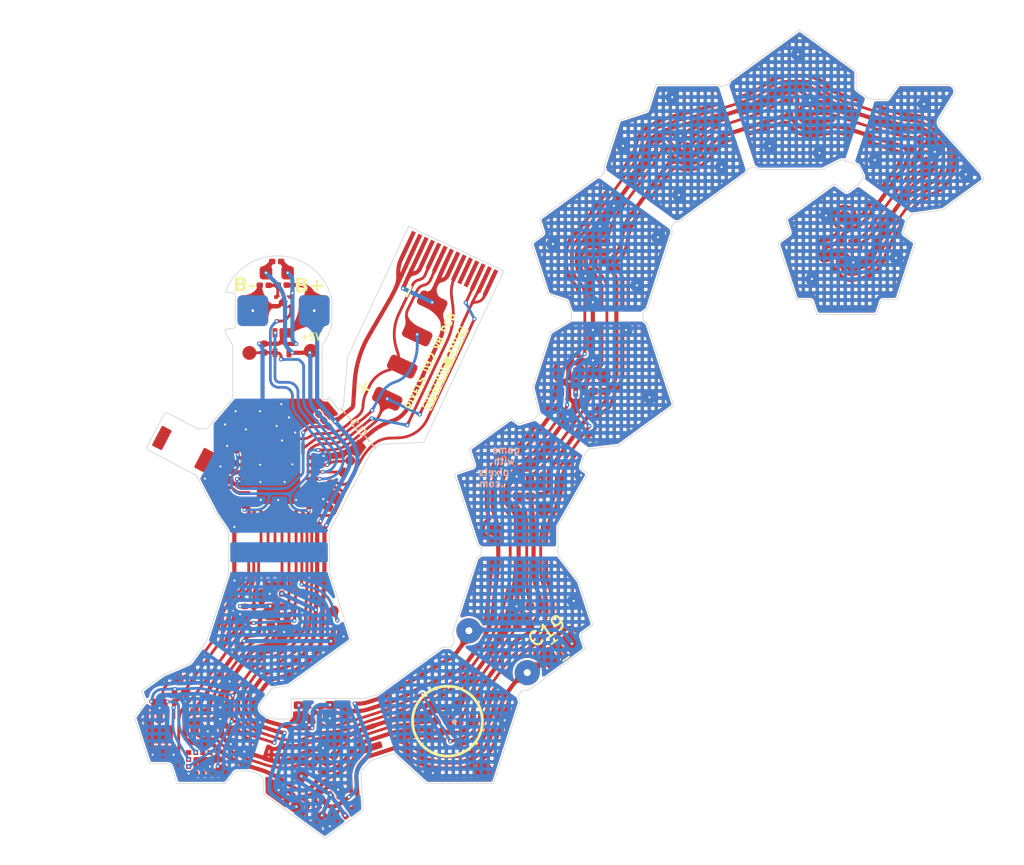
<source format=kicad_pcb>
(kicad_pcb (version 20241229) (generator "pcbnew") (generator_version "9.0")
  (title_block (title "D12V7.1") (date "2023-11-05") (rev "1") (company "Systemic Games, LLC"))
  (layers (0 "F.Cu" signal) (2 "B.Cu" signal) (13 "F.Paste" user) (15 "B.Paste" user) (5 "F.SilkS" user "F.Silkscreen") (7 "B.SilkS" user "B.Silkscreen") (1 "F.Mask" user) (3 "B.Mask" user) (25 "Edge.Cuts" user))
  (net 0 "")
  (net 1 "/ANTENNA_MECHANICAL")
  (net 2 "GND")
  (net 3 "VDD")
  (net 4 "VDC")
  (net 5 "VEE")
  (net 6 "Net-(L1-Pad2)")
  (net 7 "Net-(U1-DEC4)")
  (net 8 "+5V")
  (net 9 "/LED_EN")
  (net 10 "Net-(U1-XC2)")
  (net 11 "Net-(U1-DEC1)")
  (net 12 "Net-(U1-XC1)")
  (net 13 "Net-(U1-DEC3)")
  (net 14 "/ANTENNA")
  (net 15 "/Wireless Charging/B-")
  (net 16 "Net-(U7-BAT)")
  (net 17 "/Wireless Charging/COILA")
  (net 18 "RESET")
  (net 19 "SWDCLK")
  (net 20 "SWDIO")
  (net 21 "Net-(D2-DOUT)")
  (net 22 "/LED_DATA")
  (net 23 "+BATT")
  (net 24 "/STATS")
  (net 25 "/5V_SENSE")
  (net 26 "/VBAT_SENSE")
  (net 27 "Net-(D3-DOUT)")
  (net 28 "/LED_RETURN")
  (net 29 "Net-(D4-DOUT)")
  (net 30 "Net-(D5-DOUT)")
  (net 31 "Net-(D6-DOUT)")
  (net 32 "Net-(D7-DOUT)")
  (net 33 "Net-(D8-DOUT)")
  (net 34 "Net-(D10-DIN)")
  (net 35 "Net-(D10-DOUT)")
  (net 36 "Net-(D11-DOUT)")
  (net 37 "Net-(D12-DOUT)")
  (net 38 "Net-(U1-DCC)")
  (net 39 "/SCL")
  (net 40 "/SDA")
  (net 41 "/ACC_INT")
  (net 43 "/Wireless Charging/COILB")
  (net 44 "/ANT_NRF")
  (net 45 "/ANT_50")
  (net 46 "/PROG")
  (net 47 "TXO")
  (net 50 "Net-(U1-P0.28{slash}AIN4)")
  (net 51 "Net-(U1-P0.25)")
  (net 52 "/SM")
  (net 53 "/BATT_NTC_SENSE")
  (net 58 "/Power Supply/MAG1_")
  (footprint "Pixels-dice:TX1812MWCA5-F01" (layer "F.Cu") (at 136.89 128.012903 120)
    (property "Reference" "D5")
    (property "Value" "TX1812MWCA5-F01" (hide yes))
  )
  (footprint "Pixels-dice:TX1812MWCA5-F01" (layer "F.Cu") (at 127.96805 130.816 145)
    (property "Reference" "D4")
    (property "Value" "TX1812MWCA5-F01" (hide yes))
  )
  (footprint "Pixels-dice:TX1812MWCA5-F01" (layer "F.Cu") (at 142.34 120.502903 180)
    (property "Reference" "D6")
    (property "Value" "TX1812MWCA5-F01" (hide yes))
  )
  (footprint "Pixels-dice:C_0402_1005Metric" (layer "F.Cu") (at 128.469728 127.327659 -90)
    (property "Reference" "C16")
    (property "Value" "10uF 6.3V 20%" (hide yes))
  )
  (footprint "Pixels-dice:TX1812MWCA5-F01" (layer "F.Cu") (at 124.69 120.502903)
    (property "Reference" "D2")
    (property "Value" "TX1812MWCA5-F01" (hide yes))
  )
  (footprint "Pixels-dice:TX1812MWCA5-F01" (layer "F.Cu") (at 142.34 111.222903 180)
    (property "Reference" "D7")
    (property "Value" "TX1812MWCA5-F01" (hide yes))
  )
  (footprint "Pixels-dice:TX1812MWCA5-F01" (layer "F.Cu") (at 165.44 94.442903)
    (property "Reference" "D13")
    (property "Value" "TX1812MWCA5-F01" (hide yes))
  )
  (footprint "Pixels-dice:TX1812MWCA5-F01" (layer "F.Cu") (at 170.9 87.168805 50)
    (property "Reference" "D12")
    (property "Value" "TX1812MWCA5-F01" (hide yes))
  )
  (footprint "Pixels-dice:TX1812MWCA5-F01" (layer "F.Cu") (at 147.79 94.442903 180)
    (property "Reference" "D9")
    (property "Value" "TX1812MWCA5-F01" (hide yes))
  )
  (footprint "Pixels-dice:TX1812MWCA5-F01" (layer "F.Cu") (at 147.8 103.722903 180)
    (property "Reference" "D8")
    (property "Value" "TX1812MWCA5-F01" (hide yes))
  )
  (footprint "Pixels-dice:TestPoint_THTPad_D1.5mm_Drill0.7mm_nosilk" (layer "F.Cu") (at 138.42 121.536 30)
    (property "Reference" "P6" (hide yes))
    (property "Value" "COILB" (hide yes))
  )
  (footprint "Capacitor_SMD:C_0201_0603Metric" (layer "F.Cu") (at 143.58 111.516 90)
    (property "Reference" "C6")
    (property "Value" "0.1uF 10V 20%" (hide yes))
  )
  (footprint "Package_TO_SOT_SMD:SOT-553" (layer "F.Cu") (at 145.57 103.746 -90)
    (property "Reference" "U8")
    (property "Value" "SL1605" (hide yes))
  )
  (footprint "Pixels-dice:TestPoint_THTPad_D1.5mm_Drill0.7mm_nosilk" (layer "F.Cu") (at 142.6 124.536 30)
    (property "Reference" "P5" (hide yes))
    (property "Value" "COILA" (hide yes))
  )
  (footprint "Pixels-dice:AW35122" (layer "F.Cu") (at 128.86 121.126 110)
    (property "Reference" "U6")
    (property "Value" "AW35122" (hide yes))
  )
  (footprint "Pixels-dice:TX1812MWCA5-F01" (layer "F.Cu") (at 162.07 84.062903 90)
    (property "Reference" "D11")
    (property "Value" "TX1812MWCA5-F01" (hide yes))
  )
  (footprint "Capacitor_SMD:C_0201_0603Metric" (layer "F.Cu") (at 124.16 107.346 90)
    (property "Reference" "C7")
    (property "Value" "100pF NP0 10V 2%" (hide yes))
  )
  (footprint "Inductor_SMD:L_0603_1608Metric" (layer "F.Cu") (at 120.87 112.666 120)
    (property "Reference" "L1")
    (property "Value" "10uH 100mA 20%")
  )
  (footprint "Capacitor_SMD:C_0201_0603Metric" (layer "F.Cu") (at 124.17 106.126 -90)
    (property "Reference" "C5")
    (property "Value" "8pF 10V 10%" (hide yes))
  )
  (footprint "Capacitor_SMD:C_0201_0603Metric" (layer "F.Cu") (at 121.95 114.106 180)
    (property "Reference" "C3")
    (property "Value" "0.1uF 10V 20%" (hide yes))
  )
  (footprint "Capacitor_SMD:C_0201_0603Metric" (layer "F.Cu") (at 122.24 107.88 180)
    (property "Reference" "C2")
    (property "Value" "8pF 10V 10%" (hide yes))
  )
  (footprint "Pixels-dice:QFN-32-1EP_5x5mm_P0.5mm_EP3.1x3.1mm" (layer "F.Cu") (at 124.7925 110.916 90)
    (property "Reference" "U1")
    (property "Value" "N52810_QFN32" (hide yes))
  )
  (footprint "Capacitor_SMD:C_0201_0603Metric" (layer "F.Cu") (at 121.47 108.6 180)
    (property "Reference" "C10")
    (property "Value" "0.1uF 10V 20%" (hide yes))
  )
  (footprint "Capacitor_SMD:C_0201_0603Metric" (layer "F.Cu") (at 125.07 107.396 180)
    (property "Reference" "C8")
    (property "Value" "0.8pF 10V 5% C0G")
  )
  (footprint "Pixels-dice:TX1812MWCA5-F01" (layer "F.Cu") (at 119.23 128.012903)
    (property "Reference" "D3")
    (property "Value" "TX1812MWCA5-F01" (hide yes))
  )
  (footprint "Pixels-dice:C_0402_1005Metric" (layer "F.Cu") (at 129 122.116 20)
    (property "Reference" "C9")
    (property "Value" "10uF 6.3V 20%" (hide yes))
  )
  (footprint "Pixels-dice:C_0402_1005Metric" (layer "F.Cu") (at 126.196313 127.352447 -90)
    (property "Reference" "C18")
    (property "Value" "4.7uF 10V 20%" (hide yes))
  )
  (footprint "Resistor_SMD:R_0201_0603Metric" (layer "F.Cu") (at 124.66 95.106)
    (property "Reference" "R4")
    (property "Value" "10k 1%" (hide yes))
  )
  (footprint "Pixels-dice:FPB1_1-4" (layer "F.Cu") (at 127.36 127.366 -90)
    (property "Reference" "U4")
    (property "Value" "ME6230" (hide yes))
  )
  (footprint "Resistor_SMD:R_0201_0603Metric" (layer "F.Cu") (at 122.715 119.795998)
    (property "Reference" "R9")
    (property "Value" "100k 1%" (hide yes))
  )
  (footprint "Pixels-dice:C_0402_1005Metric" (layer "F.Cu") (at 128.57 112.26 65)
    (property "Reference" "C4")
    (property "Value" "4.7uF 10V 20%" (hide yes))
  )
  (footprint "Pixels-dice:Hongjie 10100 Solder Tabs" (layer "F.Cu") (at 125.15 98.619934 180)
    (property "Reference" "J3")
    (property "Value" "Conn_01x02" (hide yes))
  )
  (footprint "Pixels-dice:TX1812MWCA5-F01" (layer "F.Cu") (at 153.25 86.942903 125)
    (property "Reference" "D10")
    (property "Value" "TX1812MWCA5-F01" (hide yes))
  )
  (footprint "Capacitor_SMD:C_0402_1005Metric" (layer "F.Cu") (at 128.19 135.146 -55)
    (property "Reference" "C13")
    (property "Value" "4.7uF 25V 20%" (hide yes))
  )
  (footprint "Pixels-dice:SOT-363_SC-70-6" (layer "F.Cu") (at 129.04 134.026 125)
    (property "Reference" "D1")
    (property "Value" "BAV99S" (hide yes))
  )
  (footprint "Capacitor_SMD:C_0603_1608Metric" (layer "F.Cu") (at 124.67 95.916)
    (property "Reference" "C15")
    (property "Value" "22uF 10V 20%" (hide yes))
  )
  (footprint "Inductor_SMD:L_0201_0603Metric" (layer "F.Cu") (at 121.17 111.55 120)
    (property "Reference" "L2")
    (property "Value" "15nH 100mA 5%")
  )
  (footprint "Pixels-dice:C_0402_1005Metric" (layer "F.Cu") (at 120.22 110.54 90)
    (property "Reference" "C1")
    (property "Value" "4.7uF 10V 20%" (hide yes))
  )
  (footprint "Capacitor_SMD:C_0201_0603Metric" (layer "F.Cu") (at 124.45 118.56 -90)
    (property "Reference" "C21")
    (property "Value" "10nF 25V 10%" (hide yes))
  )
  (footprint "Resistor_SMD:R_0201_0603Metric" (layer "F.Cu") (at 128.640368 106.718293 -139)
    (property "Reference" "R7")
    (property "Value" "3.9M 1%" (hide yes))
  )
  (footprint "Resistor_SMD:R_0201_0603Metric" (layer "F.Cu") (at 123.88001 118.560005 90)
    (property "Reference" "R2")
    (property "Value" "3.9M 1%" (hide yes))
  )
  (footprint "Resistor_SMD:R_0201_0603Metric" (layer "F.Cu") (at 127.9 105.826 41)
    (property "Reference" "R8")
    (property "Value" "10M 1%" (hide yes))
  )
  (footprint "Resistor_SMD:R_0201_0603Metric" (layer "F.Cu") (at 125.024998 118.56 90)
    (property "Reference" "R1")
    (property "Value" "3.9M 1%" (hide yes))
  )
  (footprint "Capacitor_SMD:C_0201_0603Metric" (layer "F.Cu") (at 128.270724 106.270531 41)
    (property "Reference" "C22")
    (property "Value" "10nF 25V 10%" (hide yes))
  )
  (footprint "Pixels-dice:Crystal_SMD_2016-4Pin_2.0x1.6mm" (layer "F.Cu") (at 122.96 106.476 -90)
    (property "Reference" "Y1")
    (property "Value" "32MHz 40ppm")
  )
  (footprint "Package_LGA:LGA-12_2x2mm_P0.5mm" (layer "F.Cu") (at 119.12 131.006)
    (property "Reference" "U2")
    (property "Value" "SC7A20HTR" (hide yes))
  )
  (footprint "Capacitor_SMD:C_0201_0603Metric" (layer "F.Cu") (at 120.5 109.11 -90)
    (property "Reference" "C11")
    (property "Value" "DNP")
  )
  (footprint "Inductor_SMD:L_0201_0603Metric" (layer "F.Cu") (at 125.08 106.476 115)
    (property "Reference" "L5")
    (property "Value" "3.9nH 5%")
  )
  (footprint "Resistor_SMD:R_0201_0603Metric" (layer "F.Cu") (at 121.6 109.859998 90)
    (property "Reference" "R5")
    (property "Value" "100k 1%" (hide yes))
  )
  (footprint "Pixels-dice:SOT-23" (layer "F.Cu") (at 125.86 132.766 -125)
    (property "Reference" "U3")
    (property "Value" "PJ75BL50SA" (hide yes))
  )
  (footprint "Capacitor_SMD:C_0805_2012Metric" (layer "F.Cu") (at 144.96 122.94 35)
    (property "Reference" "C19")
    (property "Value" "12nF 50V 5% NP0")
  )
  (footprint "Pixels-dice:TEST_PIN" (layer "F.Cu") (at 122.71 101.65)
    (property "Reference" "W2" (hide yes))
    (property "Value" "PROG" (hide yes))
  )
  (footprint "Capacitor_SMD:C_0201_0603Metric" (layer "F.Cu") (at 121.06 107.69 -90)
    (property "Reference" "C12")
    (property "Value" "DNP")
  )
  (footprint "Pixels-dice:TEST_PIN" (layer "F.Cu") (at 139.5 131.576 180)
    (property "Reference" "W19" (hide yes))
    (property "Value" "GND" (hide yes))
  )
  (footprint "Pixels-dice:TEST_PIN" (layer "F.Cu") (at 117.68 131.246 180)
    (property "Reference" "W7" (hide yes))
    (property "Value" "ACC_INT" (hide yes))
  )
  (footprint "Pixels-dice:TEST_PIN" (layer "F.Cu") (at 127.1 101.5)
    (property "Reference" "W15" (hide yes))
    (property "Value" "+5V")
  )
  (footprint "Capacitor_SMD:C_0201_0603Metric" (layer "F.Cu") (at 123.77 96.806 180)
    (property "Reference" "C23")
    (property "Value" "0.1uF 10V 20%" (hide yes))
  )
  (footprint "Resistor_SMD:R_0201_0603Metric" (layer "F.Cu") (at 123.77 101.306 90)
    (property "Reference" "R6")
    (property "Value" "3.9k 1%" (hide yes))
  )
  (footprint "Pixels-dice:TEST_PIN" (layer "F.Cu") (at 120.77 131.596 180)
    (property "Reference" "W25" (hide yes))
    (property "Value" "VDD" (hide yes))
  )
  (footprint "Pixels-dice:CHIP_ANT" (layer "F.Cu") (at 119.457918 109.310973 62.5)
    (property "Reference" "AE1")
    (property "Value" "Antenna_Chip" (hide yes))
  )
  (footprint "Pixels-dice:TEST_PIN" (layer "F.Cu") (at 140.22 114.266 180)
    (property "Reference" "W14" (hide yes))
    (property "Value" "BATT" (hide yes))
  )
  (footprint "Pixels-dice:TEST_PIN" (layer "F.Cu") (at 129.93 109.36)
    (property "Reference" "W5" (hide yes))
    (property "Value" "SM" (hide yes))
  )
  (footprint "Pixels-dice:FPC-POGO-4" (layer "F.Cu") (at 134.185562 101.479932 65)
    (property "Reference" "J2" (hide yes))
    (property "Value" "Conn_01x04" (hide yes))
  )
  (footprint "Pixels-dice:TEST_PIN" (layer "F.Cu") (at 117.65 125.04)
    (property "Reference" "W8" (hide yes))
    (property "Value" "SCL" (hide yes))
  )
  (footprint "Capacitor_SMD:C_0201_0603Metric" (layer "F.Cu") (at 163.9 94.416 -90)
    (property "Reference" "C24")
    (property "Value" "0.1uF 10V 20%" (hide yes))
  )
  (footprint "Resistor_SMD:R_0201_0603Metric" (layer "F.Cu") (at 116.2 126.6)
    (property "Reference" "R10")
    (property "Value" "3.9k 1%" (hide yes))
  )
  (footprint "Pixels-dice:TEST_PIN" (layer "F.Cu") (at 128.75 120.096 180)
    (property "Reference" "W21" (hide yes))
    (property "Value" "LED2" (hide yes))
  )
  (footprint "Package_TO_SOT_SMD:SOT-553" (layer "F.Cu") (at 125.04 100.926 -90)
    (property "Reference" "U9")
    (property "Value" "XT4051" (hide yes))
  )
  (footprint "Resistor_SMD:R_0201_0603Metric" (layer "F.Cu") (at 117.35 126.33 -90)
    (property "Reference" "R11")
    (property "Value" "3.9k 1%" (hide yes))
  )
  (footprint "Resistor_SMD:R_0201_0603Metric" (layer "F.Cu") (at 125.06 96.796 180)
    (property "Reference" "R12")
    (property "Value" "510R 1%" (hide yes))
  )
  (footprint "Pixels-dice:TEST_PIN" (layer "F.Cu") (at 143.78 112.806 180)
    (property "Reference" "W6" (hide yes))
    (property "Value" "MAG1" (hide yes))
  )
  (footprint "Package_DFN_QFN:UDFN-4-1EP_1x1mm_P0.65mm_EP0.48x0.48mm" (layer "F.Cu") (at 125.130003 97.980999)
    (property "Reference" "U7")
    (property "Value" "DS6101" (hide yes))
  )
  (footprint "Pixels-dice:TEST_PIN" (layer "F.Cu") (at 118.15 125.95)
    (property "Reference" "W9" (hide yes))
    (property "Value" "SDA" (hide yes))
  )
  (footprint "Resistor_SMD:R_0201_0603Metric" (layer "F.Cu") (at 122.71 120.356 180)
    (property "Reference" "TH1")
    (property "Value" "NTC 100k @ 25C")
  )
  (footprint "Pixels-dice:FPC_14" (layer "F.Cu") (at 134.07 93.876 -25)
    (property "Reference" "J1" (hide yes))
    (property "Value" "Conn_01x14" (hide yes))
  )
  (footprint "Pixels-dice:TDFN-8-1EP_3x2mm_P0.5mm_EP1.3x1.4mm" (layer "F.Cu") (at 116.530003 128.950998 90)
    (property "Reference" "U5")
    (property "Value" "BL24C02F-NTRC" (hide yes))
  )
  (footprint "Resistor_SMD:R_0201_0603Metric" (layer "F.Cu") (at 120.49 107.85 -90)
    (property "Reference" "L3")
    (property "Value" "0 Ohm")
  )
  (footprint "Pixels-dice:TEST_PIN" (layer "F.Cu") (at 129.43 110.19)
    (property "Reference" "W17" (hide yes))
    (property "Value" "STAT" (hide yes))
  )
  (footprint "Pixels-dice:TEST_PIN" (layer "F.Cu") (at 165.3 91.966 180)
    (property "Reference" "W4" (hide yes))
    (property "Value" "VDC" (hide yes))
  )
  (footprint "Resistor_SMD:R_0201_0603Metric" (layer "F.Cu") (at 121.03 109.86 -90)
    (property "Reference" "R3")
    (property "Value" "681k 1%")
  )
  (gr_circle (center 136.89 128.012903) (end 134.39 128.012903) (stroke (width 0.2)) (fill no) (layer "F.SilkS"))
  (gr_circle (center 137.38 128.052903) (end 137.273699 128.052903) (stroke (width 0.15)) (fill yes) (layer "B.SilkS"))
  (gr_line (start 144.79 115.601) (end 144.79 116.0327) (stroke (width 0.05)) (layer "Edge.Cuts"))
  (gr_arc (start 162.831987 97.831392) (mid 162.959381 97.870727) (end 163.03381 97.981347) (stroke (width 0.05)) (layer "Edge.Cuts"))
  (gr_line (start 128.218 105.001) (end 128.39 104.846) (stroke (width 0.05)) (layer "Edge.Cuts"))
  (gr_line (start 158.355992 88.559437) (end 158.289 88.7663) (stroke (width 0.05)) (layer "Edge.Cuts"))
  (gr_line (start 159.132 88.5064) (end 158.947087 88.371748) (stroke (width 0.05)) (layer "Edge.Cuts"))
  (gr_line (start 163.329 98.8915) (end 163.03381 97.981347) (stroke (width 0.05)) (layer "Edge.Cuts"))
  (gr_arc (start 167.899899 97.973971) (mid 167.972146 97.871645) (end 168.0911 97.8324) (stroke (width 0.05)) (layer "Edge.Cuts"))
  (gr_line (start 118.816595 110.366129) (end 115.475166 108.613479) (stroke (width 0.05)) (layer "Edge.Cuts"))
  (gr_line (start 151.164 99.5169) (end 153.081 105.41) (stroke (width 0.05)) (layer "Edge.Cuts"))
  (gr_line (start 130.651 126.396) (end 130.902049 126.396) (stroke (width 0.05)) (layer "Edge.Cuts"))
  (gr_arc (start 166.960318 83.37084) (mid 166.930739 83.358975) (end 166.903414 83.342572) (stroke (width 0.05)) (layer "Edge.Cuts"))
  (gr_arc (start 124.546962 127.86082) (mid 124.467955 127.854707) (end 124.390907 127.836187) (stroke (width 0.05)) (layer "Edge.Cuts"))
  (gr_arc (start 123.159069 131.70511) (mid 123.23303 131.735783) (end 123.30114 131.777878) (stroke (width 0.05)) (layer "Edge.Cuts"))
  (gr_line (start 119.742681 106.991153) (end 121.47908 104.951333) (stroke (width 0.05)) (layer "Edge.Cuts"))
  (gr_arc (start 121.449804 97.326196) (mid 121.626709 97.39935) (end 121.7 97.576196) (stroke (width 0.05)) (layer "Edge.Cuts"))
  (gr_line (start 167.450028 83.517798) (end 168.297 83.5178) (stroke (width 0.05)) (layer "Edge.Cuts"))
  (gr_line (start 141.452 106.35) (end 138.454 108.531) (stroke (width 0.05)) (layer "Edge.Cuts"))
  (gr_line (start 144.789 114.063) (end 144.79 115.601) (stroke (width 0.05)) (layer "Edge.Cuts"))
  (gr_line (start 165.023276 87.848758) (end 163.780359 88.482667) (stroke (width 0.05)) (layer "Edge.Cuts"))
  (gr_arc (start 167.450028 83.517798) (mid 167.417216 83.515614) (end 167.385202 83.508099) (stroke (width 0.05)) (layer "Edge.Cuts"))
  (gr_arc (start 121.134941 97.326443) (mid 121.039776 97.273424) (end 121.034941 97.16464) (stroke (width 0.05)) (layer "Edge.Cuts"))
  (gr_arc (start 128.137124 105.001001) (mid 127.986304 104.947677) (end 127.9225 104.800983) (stroke (width 0.05)) (layer "Edge.Cuts"))
  (gr_arc (start 153.103121 92.350883) (mid 153.174742 92.287613) (end 153.267536 92.264767) (stroke (width 0.05)) (layer "Edge.Cuts"))
  (gr_arc (start 121.034941 97.16464) (mid 125.052631 94.717812) (end 128.60322 97.803605) (stroke (width 0.05)) (layer "Edge.Cuts"))
  (gr_arc (start 115.475184 108.613445) (mid 115.377138 108.495859) (end 115.390955 108.343384) (stroke (width 0.05)) (layer "Edge.Cuts"))
  (gr_line (start 145.766531 98.791691) (end 145.51 98.0012) (stroke (width 0.05)) (layer "Edge.Cuts"))
  (gr_line (start 153.103089 92.350861) (end 152.93217 92.588448) (stroke (width 0.05)) (layer "Edge.Cuts"))
  (gr_line (start 115.562 131.051) (end 114.485 127.739) (stroke (width 0.05)) (layer "Edge.Cuts"))
  (gr_arc (start 172.152603 85.471262) (mid 172.027696 85.181207) (end 172.101436 84.87413) (stroke (width 0.05)) (layer "Edge.Cuts"))
  (gr_arc (start 166.317072 89.568249) (mid 166.296032 89.593313) (end 166.271209 89.614638) (stroke (width 0.05)) (layer "Edge.Cuts"))
  (gr_arc (start 150.966397 99.373357) (mid 150.905778 99.302401) (end 150.883969 99.21166) (stroke (width 0.05)) (layer "Edge.Cuts"))
  (gr_line (start 158.487238 88.429893) (end 158.771866 88.341826) (stroke (width 0.05)) (layer "Edge.Cuts"))
  (gr_arc (start 172.711454 82.434803) (mid 173.154309 82.68871) (end 173.143514 83.199076) (stroke (width 0.05)) (layer "Edge.Cuts"))
  (gr_line (start 140.177 132.471) (end 135.399 132.473) (stroke (width 0.05)) (layer "Edge.Cuts"))
  (gr_line (start 142.903 93.7753) (end 143.690496 93.202685) (stroke (width 0.05)) (layer "Edge.Cuts"))
  (gr_line (start 169.6 93.204197) (end 170.38 93.7698) (stroke (width 0.05)) (layer "Edge.Cuts"))
  (gr_arc (start 118.575321 123.751199) (mid 118.483585 123.84745) (end 118.369726 123.91612) (stroke (width 0.05)) (layer "Edge.Cuts"))
  (gr_arc (start 123.598935 131.996747) (mid 123.695269 132.108799) (end 123.726305 132.253272) (stroke (width 0.05)) (layer "Edge.Cuts"))
  (gr_line (start 166.650305 88.917193) (end 166.317525 88.264703) (stroke (width 0.05)) (layer "Edge.Cuts"))
  (gr_line (start 121.7 97.576196) (end 121.7 99.676) (stroke (width 0.05)) (layer "Edge.Cuts"))
  (gr_arc (start 147.937853 88.957423) (mid 147.866377 89.020043) (end 147.774076 89.042639) (stroke (width 0.05)) (layer "Edge.Cuts"))
  (gr_line (start 146.501 109.989) (end 146.934 110.303) (stroke (width 0.05)) (layer "Edge.Cuts"))
  (gr_line (start 123.639397 127.45327) (end 123.927232 127.660983) (stroke (width 0.05)) (layer "Edge.Cuts"))
  (gr_line (start 129.44 105.47) (end 129.73 101.96) (stroke (width 0.05)) (layer "Edge.Cuts"))
  (gr_line (start 157.076 82.1621) (end 162.09 78.516) (stroke (width 0.05)) (layer "Edge.Cuts"))
  (gr_line (start 138.657 114.208) (end 137.388 110.307) (stroke (width 0.05)) (layer "Edge.Cuts"))
  (gr_line (start 151.240163 84.23466) (end 151.821 82.4435) (stroke (width 0.05)) (layer "Edge.Cuts"))
  (gr_line (start 143.213835 106.313926) (end 143.397486 106.019391) (stroke (width 0.05)) (layer "Edge.Cuts"))
  (gr_line (start 123.527186 126.754274) (end 124.289051 125.703551) (stroke (width 0.05)) (layer "Edge.Cuts"))
  (gr_arc (start 166.212442 82.841518) (mid 166.153971 82.774877) (end 166.13 82.689522) (stroke (width 0.05)) (layer "Edge.Cuts"))
  (gr_line (start 144.259 100.1898) (end 145.726878 99.300239) (stroke (width 0.05)) (layer "Edge.Cuts"))
  (gr_arc (start 116.598793 106.040638) (mid 116.716349 105.942597) (end 116.868795 105.956416) (stroke (width 0.05)) (layer "Edge.Cuts"))
  (gr_line (start 116.848767 131.05) (end 115.562 131.051) (stroke (width 0.05)) (layer "Edge.Cuts"))
  (gr_line (start 169.81556 92.111023) (end 170.033816 91.810935) (stroke (width 0.05)) (layer "Edge.Cuts"))
  (gr_arc (start 137.193089 122.635534) (mid 137.120738 122.702651) (end 137.0251 122.727) (stroke (width 0.05)) (layer "Edge.Cuts"))
  (gr_line (start 140.928 95.775) (end 135.206 108.046) (stroke (width 0.05)) (layer "Edge.Cuts"))
  (gr_arc (start 146.500944 109.988789) (mid 146.428158 109.888831) (end 146.428153 109.765181) (stroke (width 0.05)) (layer "Edge.Cuts"))
  (gr_line (start 125.704 127.558983) (end 125.704 126.398) (stroke (width 0.05)) (layer "Edge.Cuts"))
  (gr_arc (start 125.70388 127.558983) (mid 125.616091 127.771062) (end 125.404024 127.85888) (stroke (width 0.05)) (layer "Edge.Cuts"))
  (gr_line (start 151.185 98.509) (end 150.966455 98.667446) (stroke (width 0.05)) (layer "Edge.Cuts"))
  (gr_arc (start 146.93891 108.598278) (mid 147.000282 108.541174) (end 147.07965 108.514192) (stroke (width 0.05)) (layer "Edge.Cuts"))
  (gr_line (start 166.212441 82.841519) (end 166.903414 83.342572) (stroke (width 0.05)) (layer "Edge.Cuts"))
  (gr_arc (start 143.421571 105.863744) (mid 143.425467 105.944034) (end 143.397486 106.019391) (stroke (width 0.05)) (layer "Edge.Cuts"))
  (gr_arc (start 156.579886 82.561899) (mid 156.484299 82.571286) (end 156.395342 82.535068) (stroke (width 0.05)) (layer "Edge.Cuts"))
  (gr_line (start 137.388 110.307) (end 138.684 109.886) (stroke (width 0.05)) (layer "Edge.Cuts"))
  (gr_arc (start 121.607547 131.699569) (mid 121.70794 131.611597) (end 121.83659 131.576) (stroke (width 0.05)) (layer "Edge.Cuts"))
  (gr_line (start 147.937853 88.957423) (end 148.130742 88.691798) (stroke (width 0.05)) (layer "Edge.Cuts"))
  (gr_line (start 127.915062 101.769217) (end 127.922 102.646617) (stroke (width 0.05)) (layer "Edge.Cuts"))
  (gr_arc (start 169.786497 92.168922) (mid 169.798678 92.138793) (end 169.81556 92.111023) (stroke (width 0.05)) (layer "Edge.Cuts"))
  (gr_arc (start 169.602221 93.204197) (mid 169.525359 93.103545) (end 169.524143 92.976907) (stroke (width 0.05)) (layer "Edge.Cuts"))
  (gr_line (start 121.45 99.926) (end 121.072379 99.926) (stroke (width 0.05)) (layer "Edge.Cuts"))
  (gr_line (start 170.18 91.719724) (end 172.345959 91.401214) (stroke (width 0.05)) (layer "Edge.Cuts"))
  (gr_line (start 129.13 105.73) (end 129.44 105.47) (stroke (width 0.05)) (layer "Edge.Cuts"))
  (gr_arc (start 121.522102 101.091398) (mid 121.211129 100.609232) (end 120.972379 100.087516) (stroke (width 0.05)) (layer "Edge.Cuts"))
  (gr_line (start 175.101 88.7811) (end 175.289 89.2617) (stroke (width 0.05)) (layer "Edge.Cuts"))
  (gr_line (start 162.09 78.516) (end 166.13 81.4491) (stroke (width 0.05)) (layer "Edge.Cuts"))
  (gr_arc (start 130.702039 131.749531) (mid 130.714205 131.622529) (end 130.77802 131.512052) (stroke (width 0.05)) (layer "Edge.Cuts"))
  (gr_line (start 168.467272 83.424016) (end 169.185 82.4362) (stroke (width 0.05)) (layer "Edge.Cuts"))
  (gr_line (start 156.267 82.4417) (end 156.395342 82.535068) (stroke (width 0.05)) (layer "Edge.Cuts"))
  (gr_arc (start 146.436272 121.929092) (mid 146.436237 121.805015) (end 146.509167 121.704634) (stroke (width 0.05)) (layer "Edge.Cuts"))
  (gr_arc (start 124.289051 125.703551) (mid 124.347223 125.651695) (end 124.420787 125.625979) (stroke (width 0.05)) (layer "Edge.Cuts"))
  (gr_line (start 123.753 133.241) (end 123.726305 132.253272) (stroke (width 0.05)) (layer "Edge.Cuts"))
  (gr_line (start 130.851 134.402) (end 128.104 136.399) (stroke (width 0.05)) (layer "Edge.Cuts"))
  (gr_line (start 121.214833 117.395401) (end 121.209207 114.578501) (stroke (width 0.05)) (layer "Edge.Cuts"))
  (gr_arc (start 138.811002 109.627868) (mid 138.80206 109.783347) (end 138.684518 109.885514) (stroke (width 0.05)) (layer "Edge.Cuts"))
  (gr_line (start 161.873 97.8305) (end 160.551 93.768) (stroke (width 0.05)) (layer "Edge.Cuts"))
  (gr_line (start 152.976 92.9877) (end 151.185 98.509) (stroke (width 0.05)) (layer "Edge.Cuts"))
  (gr_arc (start 158.771866 88.341826) (mid 158.862982 88.336261) (end 158.947087 88.371748) (stroke (width 0.05)) (layer "Edge.Cuts"))
  (gr_line (start 131.408 108.77) (end 132.018 108.193) (stroke (width 0.05)) (layer "Edge.Cuts"))
  (gr_line (start 137.257 121.718) (end 139.007 116.329) (stroke (width 0.05)) (layer "Edge.Cuts"))
  (gr_line (start 121.607 131.7) (end 121.015 132.479) (stroke (width 0.05)) (layer "Edge.Cuts"))
  (gr_line (start 124.546962 127.86082) (end 125.404 127.859) (stroke (width 0.05)) (layer "Edge.Cuts"))
  (gr_line (start 136.523 122.727) (end 137.0251 122.727) (stroke (width 0.05)) (layer "Edge.Cuts"))
  (gr_line (start 116.868795 105.956416) (end 118.962659 107.054821) (stroke (width 0.05)) (layer "Edge.Cuts"))
  (gr_line (start 169.786497 92.168922) (end 169.524143 92.976907) (stroke (width 0.05)) (layer "Edge.Cuts"))
  (gr_line (start 162.831987 97.831392) (end 161.873 97.8305) (stroke (width 0.05)) (layer "Edge.Cuts"))
  (gr_line (start 123.598935 131.996747) (end 123.30114 131.777878) (stroke (width 0.05)) (layer "Edge.Cuts"))
  (gr_line (start 119.077 107.083) (end 119.54389 107.086999) (stroke (width 0.05)) (layer "Edge.Cuts"))
  (gr_line (start 120.351676 113.169703) (end 118.959638 110.508871) (stroke (width 0.05)) (layer "Edge.Cuts"))
  (gr_arc (start 145.374473 97.870779) (mid 145.458419 97.919063) (end 145.509718 98.001202) (stroke (width 0.05)) (layer "Edge.Cuts"))
  (gr_arc (start 123.639397 127.45327) (mid 123.438298 127.12705) (end 123.527194 126.75428) (stroke (width 0.05)) (layer "Edge.Cuts"))
  (gr_line (start 128.485909 117.541411) (end 130.001 122.194) (stroke (width 0.05)) (layer "Edge.Cuts"))
  (gr_arc (start 168.467273 83.424016) (mid 168.394812 83.492777) (end 168.2981 83.517788) (stroke (width 0.05)) (layer "Edge.Cuts"))
  (gr_arc (start 141.962899 126.337139) (mid 141.953047 126.24833) (end 141.982783 126.164068) (stroke (width 0.05)) (layer "Edge.Cuts"))
  (gr_line (start 129.73 101.96) (end 134.104 92.5927) (stroke (width 0.05)) (layer "Edge.Cuts"))
  (gr_line (start 121.015 132.479) (end 117.532 132.481) (stroke (width 0.05)) (layer "Edge.Cuts"))
  (gr_line (start 121.518 104.821559) (end 121.518 102.616) (stroke (width 0.05)) (layer "Edge.Cuts"))
  (gr_line (start 167.601 98.8894) (end 163.329 98.8915) (stroke (width 0.05)) (layer "Edge.Cuts"))
  (gr_line (start 119.690555 122.172248) (end 121.190414 117.550756) (stroke (width 0.05)) (layer "Edge.Cuts"))
  (gr_line (start 169.062 97.8324) (end 168.0911 97.8324) (stroke (width 0.05)) (layer "Edge.Cuts"))
  (gr_arc (start 121.7 99.676) (mid 121.626777 99.852777) (end 121.45 99.926) (stroke (width 0.05)) (layer "Edge.Cuts"))
  (gr_line (start 144.831824 116.155051) (end 146.277383 118.023217) (stroke (width 0.05)) (layer "Edge.Cuts"))
  (gr_line (start 124.069186 127.732288) (end 124.375 127.831) (stroke (width 0.05)) (layer "Edge.Cuts"))
  (gr_arc (start 139.224188 115.542129) (mid 139.285098 115.613199) (end 139.307 115.7042) (stroke (width 0.05)) (layer "Edge.Cuts"))
  (gr_line (start 147.614 89.0427) (end 147.774076 89.042639) (stroke (width 0.05)) (layer "Edge.Cuts"))
  (gr_arc (start 131.054457 126.371427) (mid 130.979208 126.389637) (end 130.902049 126.396) (stroke (width 0.05)) (layer "Edge.Cuts"))
  (gr_line (start 170.38 93.7698) (end 169.062 97.8324) (stroke (width 0.05)) (layer "Edge.Cuts"))
  (gr_arc (start 121.119411 114.293606) (mid 121.186081 114.429191) (end 121.209207 114.578501) (stroke (width 0.05)) (layer "Edge.Cuts"))
  (gr_line (start 158.289 88.7663) (end 153.477 92.2647) (stroke (width 0.05)) (layer "Edge.Cuts"))
  (gr_line (start 130.001 122.194) (end 125.488356 125.475108) (stroke (width 0.05)) (layer "Edge.Cuts"))
  (gr_line (start 141.452 106.35) (end 141.925 106.693) (stroke (width 0.05)) (layer "Edge.Cuts"))
  (gr_arc (start 165.584507 90.11314) (mid 165.472212 90.151366) (end 165.358074 90.119059) (stroke (width 0.05)) (layer "Edge.Cuts"))
  (gr_arc (start 119.742681 106.991153) (mid 119.654425 107.062138) (end 119.543891 107.086844) (stroke (width 0.05)) (layer "Edge.Cuts"))
  (gr_line (start 142.993037 104.093595) (end 144.259 100.1898) (stroke (width 0.05)) (layer "Edge.Cuts"))
  (gr_line (start 131.806652 126.126531) (end 131.054457 126.371427) (stroke (width 0.05)) (layer "Edge.Cuts"))
  (gr_line (start 166.317072 89.568249) (end 166.636756 89.127821) (stroke (width 0.05)) (layer "Edge.Cuts"))
  (gr_arc (start 142.156145 125.89574) (mid 142.229131 125.825565) (end 142.3271 125.8) (stroke (width 0.05)) (layer "Edge.Cuts"))
  (gr_line (start 145.774 98.8935) (end 145.774 98.839104) (stroke (width 0.05)) (layer "Edge.Cuts"))
  (gr_line (start 149.187 85.0022) (end 151.111799 84.375414) (stroke (width 0.05)) (layer "Edge.Cuts"))
  (gr_line (start 146.689247 108.959092) (end 146.428 109.765) (stroke (width 0.05)) (layer "Edge.Cuts"))
  (gr_arc (start 165.023276 87.848758) (mid 165.100481 87.825288) (end 165.180679 87.834212) (stroke (width 0.05)) (layer "Edge.Cuts"))
  (gr_line (start 127.922 102.646617) (end 127.922 104.800983) (stroke (width 0.05)) (layer "Edge.Cuts"))
  (gr_line (start 166.13 81.4491) (end 166.13 82.689522) (stroke (width 0.05)) (layer "Edge.Cuts"))
  (gr_line (start 125.704 126.398) (end 130.651 126.396) (stroke (width 0.05)) (layer "Edge.Cuts"))
  (gr_line (start 146.736 122.851) (end 142.675 125.8) (stroke (width 0.05)) (layer "Edge.Cuts"))
  (gr_line (start 147.29 121.137) (end 146.508938 121.704319) (stroke (width 0.05)) (layer "Edge.Cuts"))
  (gr_line (start 124.375 127.831) (end 124.390907 127.836187) (stroke (width 0.05)) (layer "Edge.Cuts"))
  (gr_line (start 137.358673 122.379253) (end 137.193093 122.635537) (stroke (width 0.05)) (layer "Edge.Cuts"))
  (gr_arc (start 157.022706 82.326467) (mid 156.974198 82.408977) (end 156.892954 82.459578) (stroke (width 0.05)) (layer "Edge.Cuts"))
  (gr_line (start 124.420787 125.625979) (end 125.488356 125.475108) (stroke (width 0.05)) (layer "Edge.Cuts"))
  (gr_arc (start 161.404296 92.963606) (mid 161.410123 93.092957) (end 161.335519 93.198786) (stroke (width 0.05)) (layer "Edge.Cuts"))
  (gr_line (start 130.70204 131.749531) (end 130.851 134.402) (stroke (width 0.05)) (layer "Edge.Cuts"))
  (gr_arc (start 170.038937 91.803221) (mid 170.097859 91.7475) (end 170.17405 91.719725) (stroke (width 0.05)) (layer "Edge.Cuts"))
  (gr_line (start 175.289 89.2617) (end 172.345959 91.401214) (stroke (width 0.05)) (layer "Edge.Cuts"))
  (gr_line (start 165.180679 87.834212) (end 166.202949 88.165928) (stroke (width 0.05)) (layer "Edge.Cuts"))
  (gr_line (start 151.821 82.4435) (end 156.267 82.4417) (stroke (width 0.05)) (layer "Edge.Cuts"))
  (gr_arc (start 148.15836 88.510004) (mid 148.166665 88.60426) (end 148.130742 88.691798) (stroke (width 0.05)) (layer "Edge.Cuts"))
  (gr_line (start 131.408 108.77) (end 128.495755 114.291601) (stroke (width 0.05)) (layer "Edge.Cuts"))
  (gr_line (start 157.022706 82.326467) (end 157.076 82.1621) (stroke (width 0.05)) (layer "Edge.Cuts"))
  (gr_arc (start 115.215121 126.495882) (mid 115.234946 126.636848) (end 115.187633 126.771108) (stroke (width 0.05)) (layer "Edge.Cuts"))
  (gr_line (start 160.551 93.768) (end 161.335644 93.198958) (stroke (width 0.05)) (layer "Edge.Cuts"))
  (gr_arc (start 116.848767 131.050543) (mid 117.025012 131.107731) (end 117.13387 131.257674) (stroke (width 0.05)) (layer "Edge.Cuts"))
  (gr_line (start 139.007 116.329) (end 139.224688 116.170619) (stroke (width 0.05)) (layer "Edge.Cuts"))
  (gr_line (start 167.899899 97.973971) (end 167.601 98.8894) (stroke (width 0.05)) (layer "Edge.Cuts"))
  (gr_arc (start 166.650305 88.917193) (mid 166.673578 89.02444) (end 166.636756 89.127821) (stroke (width 0.05)) (layer "Edge.Cuts"))
  (gr_line (start 119.618381 122.315184) (end 118.57533 123.751207) (stroke (width 0.05)) (layer "Edge.Cuts"))
  (gr_line (start 128.137124 105.001001) (end 128.218 105.001) (stroke (width 0.05)) (layer "Edge.Cuts"))
  (gr_arc (start 163.780353 88.482656) (mid 163.736212 88.498967) (end 163.689483 88.504519) (stroke (width 0.05)) (layer "Edge.Cuts"))
  (gr_arc (start 119.077143 107.082831) (mid 119.018338 107.075377) (end 118.962951 107.054263) (stroke (width 0.05)) (layer "Edge.Cuts"))
  (gr_line (start 118.369726 123.91612) (end 116.5515 124.705) (stroke (width 0.05)) (layer "Edge.Cuts"))
  (gr_line (start 121.519626 101.093259) (end 121.518 102.616) (stroke (width 0.05)) (layer "Edge.Cuts"))
  (gr_line (start 142.116219 106.717037) (end 143.107619 106.395502) (stroke (width 0.05)) (layer "Edge.Cuts"))
  (gr_arc (start 145.766531 98.791691) (mid 145.773153 98.814943) (end 145.774 98.839104) (stroke (width 0.05)) (layer "Edge.Cuts"))
  (gr_arc (start 150.883884 98.82936) (mid 150.905706 98.738477) (end 150.966455 98.667446) (stroke (width 0.05)) (layer "Edge.Cuts"))
  (gr_arc (start 143.755528 92.967157) (mid 143.763104 93.095991) (end 143.690496 93.202685) (stroke (width 0.05)) (layer "Edge.Cuts"))
  (gr_line (start 132.018 108.193) (end 135.206 108.046) (stroke (width 0.05)) (layer "Edge.Cuts"))
  (gr_line (start 123.159069 131.70511) (end 122.835009 131.600268) (stroke (width 0.05)) (layer "Edge.Cuts"))
  (gr_line (start 131.336425 130.89813) (end 130.77802 131.511978) (stroke (width 0.05)) (layer "Edge.Cuts"))
  (gr_line (start 134.104 92.5927) (end 140.928 95.775) (stroke (width 0.05)) (layer "Edge.Cuts"))
  (gr_line (start 173.143786 83.199245) (end 172.101198 84.873982) (stroke (width 0.05)) (layer "Edge.Cuts"))
  (gr_line (start 145.774999 99.214489) (end 145.774 98.8935) (stroke (width 0.05)) (layer "Edge.Cuts"))
  (gr_line (start 142.065 126.649) (end 140.177 132.471) (stroke (width 0.05)) (layer "Edge.Cuts"))
  (gr_line (start 161.109 92.0552) (end 164.564 89.5428) (stroke (width 0.05)) (layer "Edge.Cuts"))
  (gr_arc (start 128.617345 99.58087) (mid 128.345867 100.374049) (end 127.915062 101.093243) (stroke (width 0.05)) (layer "Edge.Cuts"))
  (gr_line (start 146.934 110.303) (end 144.789 114.063) (stroke (width 0.05)) (layer "Edge.Cuts"))
  (gr_line (start 148.15836 88.510004) (end 148.104 88.3419) (stroke (width 0.05)) (layer "Edge.Cuts"))
  (gr_line (start 139.307 115.7042) (end 139.307 116.009) (stroke (width 0.05)) (layer "Edge.Cuts"))
  (gr_arc (start 121.518 104.821559) (mid 121.509787 104.889819) (end 121.47908 104.951333) (stroke (width 0.05)) (layer "Edge.Cuts"))
  (gr_line (start 156.579886 82.561899) (end 156.892954 82.459578) (stroke (width 0.05)) (layer "Edge.Cuts"))
  (gr_arc (start 146.689247 108.959092) (mid 146.701222 108.930124) (end 146.71758 108.903386) (stroke (width 0.05)) (layer "Edge.Cuts"))
  (gr_line (start 128.104 136.399) (end 123.753 133.241) (stroke (width 0.05)) (layer "Edge.Cuts"))
  (gr_arc (start 145.774999 99.214489) (mid 145.762217 99.263693) (end 145.726878 99.300239) (stroke (width 0.05)) (layer "Edge.Cuts"))
  (gr_arc (start 131.948654 126.053529) (mid 131.88058 126.095724) (end 131.806652 126.126531) (stroke (width 0.05)) (layer "Edge.Cuts"))
  (gr_line (start 137.383946 122.21897) (end 137.257 121.718) (stroke (width 0.05)) (layer "Edge.Cuts"))
  (gr_arc (start 119.690555 122.172248) (mid 119.660218 122.246619) (end 119.61838 122.315183) (stroke (width 0.05)) (layer "Edge.Cuts"))
  (gr_line (start 148.104 88.3419) (end 149.187 85.0022) (stroke (width 0.05)) (layer "Edge.Cuts"))
  (gr_line (start 144.101 97.4568) (end 142.903 93.7753) (stroke (width 0.05)) (layer "Edge.Cuts"))
  (gr_line (start 127.915062 101.769217) (end 127.915062 101.093243) (stroke (width 0.05)) (layer "Edge.Cuts"))
  (gr_arc (start 131.336427 130.89813) (mid 131.397683 130.844033) (end 131.47125 130.808442) (stroke (width 0.05)) (layer "Edge.Cuts"))
  (gr_arc (start 124.069186 127.732288) (mid 123.995358 127.702311) (end 123.927232 127.660983) (stroke (width 0.05)) (layer "Edge.Cuts"))
  (gr_line (start 121.119411 114.293606) (end 120.351676 113.169703) (stroke (width 0.05)) (layer "Edge.Cuts"))
  (gr_arc (start 151.240163 84.23466) (mid 151.193944 84.321419) (end 151.111799 84.375414) (stroke (width 0.05)) (layer "Edge.Cuts"))
  (gr_line (start 121.449804 97.326196) (end 121.134941 97.326443) (stroke (width 0.05)) (layer "Edge.Cuts"))
  (gr_line (start 146.436053 121.929163) (end 146.736 122.851) (stroke (width 0.05)) (layer "Edge.Cuts"))
  (gr_line (start 163.689483 88.504519) (end 159.132 88.5064) (stroke (width 0.05)) (layer "Edge.Cuts"))
  (gr_arc (start 120.972379 100.087618) (mid 120.977264 99.978819) (end 121.072379 99.925815) (stroke (width 0.05)) (layer "Edge.Cuts"))
  (gr_arc (start 139.306969 116.009) (mid 139.285215 116.099679) (end 139.224688 116.170619) (stroke (width 0.05)) (layer "Edge.Cuts"))
  (gr_arc (start 152.905418 92.770473) (mid 152.896633 92.676203) (end 152.932171 92.588448) (stroke (width 0.05)) (layer "Edge.Cuts"))
  (gr_line (start 150.966397 99.373357) (end 151.164 99.5169) (stroke (width 0.05)) (layer "Edge.Cuts"))
  (gr_line (start 152.905418 92.770473) (end 152.976 92.9877) (stroke (width 0.05)) (layer "Edge.Cuts"))
  (gr_arc (start 144.831836 116.155042) (mid 144.800748 116.097349) (end 144.79 116.0327) (stroke (width 0.05)) (layer "Edge.Cuts"))
  (gr_line (start 116.598793 106.040638) (end 115.390955 108.343384) (stroke (width 0.05)) (layer "Edge.Cuts"))
  (gr_line (start 131.948654 126.053529) (end 136.523 122.727) (stroke (width 0.05)) (layer "Edge.Cuts"))
  (gr_line (start 165.585 90.1132) (end 166.271209 89.614638) (stroke (width 0.05)) (layer "Edge.Cuts"))
  (gr_line (start 115.215121 126.495882) (end 115 125.833) (stroke (width 0.05)) (layer "Edge.Cuts"))
  (gr_line (start 146.277383 118.023217) (end 147.29 121.137) (stroke (width 0.05)) (layer "Edge.Cuts"))
  (gr_arc (start 166.202949 88.165928) (mid 166.269933 88.204069) (end 166.317525 88.264703) (stroke (width 0.05)) (layer "Edge.Cuts"))
  (gr_line (start 150.883969 99.21166) (end 150.883855 98.82936) (stroke (width 0.05)) (layer "Edge.Cuts"))
  (gr_line (start 138.811002 109.627868) (end 138.454 108.531) (stroke (width 0.05)) (layer "Edge.Cuts"))
  (gr_line (start 161.404296 92.963606) (end 161.109 92.0552) (stroke (width 0.05)) (layer "Edge.Cuts"))
  (gr_line (start 143.421599 105.863737) (end 142.993037 104.093595) (stroke (width 0.05)) (layer "Edge.Cuts"))
  (gr_line (start 128.617345 99.580789) (end 128.611863 97.801633) (stroke (width 0.05)) (layer "Edge.Cuts"))
  (gr_line (start 169.185 82.4362) (end 172.711454 82.434803) (stroke (width 0.05)) (layer "Edge.Cuts"))
  (gr_line (start 164.564 89.5428) (end 165.358074 90.119059) (stroke (width 0.05)) (layer "Edge.Cuts"))
  (gr_line (start 139.224218 115.542088) (end 139.05 115.416) (stroke (width 0.05)) (layer "Edge.Cuts"))
  (gr_arc (start 128.485911 117.54141) (mid 128.467852 117.467035) (end 128.461371 117.390775) (stroke (width 0.05)) (layer "Edge.Cuts"))
  (gr_line (start 153.081 105.41) (end 149.146861 108.271515) (stroke (width 0.05)) (layer "Edge.Cuts"))
  (gr_line (start 142.156145 125.89574) (end 141.982783 126.164068) (stroke (width 0.05)) (layer "Edge.Cuts"))
  (gr_line (start 145.374473 97.870779) (end 144.101 97.4568) (stroke (width 0.05)) (layer "Edge.Cuts"))
  (gr_line (start 139.05 115.416) (end 138.657 114.208) (stroke (width 0.05)) (layer "Edge.Cuts"))
  (gr_arc (start 128.438043 114.528938) (mid 128.45218 114.40669) (end 128.495756 114.291601) (stroke (width 0.05)) (layer "Edge.Cuts"))
  (gr_line (start 153.477 92.2647) (end 153.267536 92.264767) (stroke (width 0.05)) (layer "Edge.Cuts"))
  (gr_arc (start 121.214833 117.395401) (mid 121.208769 117.474044) (end 121.190414 117.550756) (stroke (width 0.05)) (layer "Edge.Cuts"))
  (gr_arc (start 132.961 130.325) (mid 133.012979 130.3223) (end 133.059278 130.346082) (stroke (width 0.05)) (layer "Edge.Cuts"))
  (gr_line (start 115 125.833) (end 116.5515 124.705) (stroke (width 0.05)) (layer "Edge.Cuts"))
  (gr_arc (start 143.213835 106.313926) (mid 143.167756 106.363865) (end 143.107619 106.395502) (stroke (width 0.05)) (layer "Edge.Cuts"))
  (gr_line (start 135.399 132.473) (end 133.059144 130.346229) (stroke (width 0.05)) (layer "Edge.Cuts"))
  (gr_line (start 141.962899 126.337139) (end 142.065 126.649) (stroke (width 0.05)) (layer "Edge.Cuts"))
  (gr_arc (start 122.675999 131.576) (mid 122.756486 131.581702) (end 122.835009 131.600268) (stroke (width 0.05)) (layer "Edge.Cuts"))
  (gr_line (start 166.960318 83.37084) (end 167.385202 83.508099) (stroke (width 0.05)) (layer "Edge.Cuts"))
  (gr_line (start 122.675999 131.576) (end 121.83659 131.576) (stroke (width 0.05)) (layer "Edge.Cuts"))
  (gr_arc (start 158.355992 88.559437) (mid 158.405808 88.478652) (end 158.48724 88.4299) (stroke (width 0.05)) (layer "Edge.Cuts"))
  (gr_line (start 143.755528 92.967157) (end 143.461 92.0622) (stroke (width 0.05)) (layer "Edge.Cuts"))
  (gr_line (start 114.485 127.739) (end 115.187633 126.771108) (stroke (width 0.05)) (layer "Edge.Cuts"))
  (gr_arc (start 142.116219 106.717037) (mid 142.017727 106.729329) (end 141.925468 106.692719) (stroke (width 0.05)) (layer "Edge.Cuts"))
  (gr_line (start 147.07965 108.514192) (end 149.146861 108.271515) (stroke (width 0.05)) (layer "Edge.Cuts"))
  (gr_line (start 146.71758 108.903386) (end 146.93891 108.598278) (stroke (width 0.05)) (layer "Edge.Cuts"))
  (gr_line (start 117.532 132.481) (end 117.134 131.258) (stroke (width 0.05)) (layer "Edge.Cuts"))
  (gr_line (start 132.960325 130.325219) (end 131.472619 130.808) (stroke (width 0.05)) (layer "Edge.Cuts"))
  (gr_line (start 128.46137 117.390775) (end 128.438027 114.528938) (stroke (width 0.05)) (layer "Edge.Cuts"))
  (gr_line (start 143.461 92.0622) (end 147.614 89.0427) (stroke (width 0.05)) (layer "Edge.Cuts"))
  (gr_arc (start 118.816607 110.367082) (mid 118.900006 110.425988) (end 118.959638 110.508871) (stroke (width 0.05)) (layer "Edge.Cuts"))
  (gr_arc (start 137.383946 122.21897) (mid 137.388274 122.301786) (end 137.358673 122.379253) (stroke (width 0.05)) (layer "Edge.Cuts"))
  (gr_line (start 142.675 125.8) (end 142.3271 125.8) (stroke (width 0.05)) (layer "Edge.Cuts"))
  (gr_line (start 128.39 104.846) (end 129.13 105.73) (stroke (width 0.05)) (layer "Edge.Cuts"))
  (gr_line (start 172.152347 85.47149) (end 175.101 88.7811) (stroke (width 0.05)) (layer "Edge.Cuts"))
  (gr_text "SYSTEMIC GAMES" (at 136.767569 102.763142 65) (layer "F.SilkS" knockout) (effects (font (size 0.5 0.5) (thickness 0.12))))
  (gr_text "--CUT--" (at 130.5 106.99 311) (layer "F.SilkS") (effects (font (size 0.5 0.5) (thickness 0.1))))
  (gr_text "B-" (at 122.37 96.83 0) (layer "F.SilkS") (effects (font (size 1 1) (thickness 0.125))))
  (gr_text "B+" (at 127.02 96.88 0) (layer "F.SilkS") (effects (font (size 1 1) (thickness 0.2) (bold yes))))
  (gr_text "PIXELS D12 V8 PCB" (at 135.68 102.256 65) (layer "F.SilkS") (effects (font (size 0.5 0.5) (thickness 0.12))))
  (gr_text "--CUT--" (at 130.55 107.053097 311) (layer "B.SilkS") (effects (font (size 0.5 0.5) (thickness 0.1)) (justify mirror)))
  (gr_text "game\n with\n  pixels\n   .com" (at 142.14 111.296 0) (layer "B.SilkS") (effects (font (size 0.5 0.5) (thickness 0.1) (bold yes)) (justify left bottom mirror)))
  (segment (start 128.221799 105.696352) (end 128.246736 105.721289) (width 0.3) (layer "F.Cu") (net 2))
  (segment (start 128.474914 105.949467) (end 128.471173 105.945726) (width 0.3) (layer "F.Cu") (net 2))
  (segment (start 128.512231 106.023688) (end 128.512231 106.060592) (width 0.3) (layer "F.Cu") (net 2))
  (segment (start 131.448379 107.318207) (end 129.958139 108.55822) (width 0.3) (layer "F.Cu") (net 2))
  (segment (start 147.29869 102.176) (end 147.29523 100.006) (width 0.3) (layer "F.Cu") (net 2))
  (segment (start 128.400102 105.874655) (end 128.386387 105.86094) (width 0.3) (layer "F.Cu") (net 2))
  (segment (start 147.02742 96.43358) (end 146.764839 96.141161) (width 0.3) (layer "F.Cu") (net 2))
  (segment (start 146.66 104.351) (end 146.66 104.701169) (width 0.3) (layer "F.Cu") (net 2))
  (segment (start 123.4 100.986) (end 123.762931 100.986) (width 0.3) (layer "F.Cu") (net 2))
  (segment (start 147.29869 102.176) (end 147.299345 102.586951) (width 0.3) (layer "F.Cu") (net 2))
  (segment (start 146.415989 95.480519) (end 146.427598 94.965823) (width 0.3) (layer "F.Cu") (net 2))
  (segment (start 128.477408 105.951961) (end 128.479902 105.954455) (width 0.3) (layer "F.Cu") (net 2))
  (segment (start 164.147579 83.834928) (end 167.980051 85.080173) (width 0.3) (layer "F.Cu") (net 2))
  (segment (start 146.58742 95.94358) (end 146.764839 96.141161) (width 0.3) (layer "F.Cu") (net 2))
  (segment (start 135.795738 98.026899) (end 135.802869 97.681449) (width 0.3) (layer "F.Cu") (net 2))
  (segment (start 125.140001 100.896001) (end 125.145001 100.901001) (width 0.3) (layer "F.Cu") (net 2))
  (segment (start 141.4965 120.3225) (end 141.833 119.789) (width 0.3) (layer "F.Cu") (net 2))
  (segment (start 128.02 109.026) (end 128.72 109.016) (width 0.3) (layer "F.Cu") (net 2))
  (segment (start 128.270426 105.744979) (end 128.271673 105.746226) (width 0.3) (layer "F.Cu") (net 2))
  (segment (start 137.787372 126.286196) (end 137.267868 127.21739) (width 0.3) (layer "F.Cu") (net 2))
  (segment (start 128.189133 105.663686) (end 128.221799 105.696352) (width 0.3) (layer "F.Cu") (net 2))
  (segment (start 147.801234 92.587234) (end 147.715617 92.711617) (width 0.3) (layer "F.Cu") (net 2))
  (segment (start 128.461198 105.935751) (end 128.471173 105.945726) (width 0.3) (layer "F.Cu") (net 2))
  (segment (start 128.400102 105.874655) (end 128.412571 105.887124) (width 0.3) (layer "F.Cu") (net 2))
  (segment (start 128.307833 105.782386) (end 128.320302 105.794855) (width 0.3) (layer "F.Cu") (net 2))
  (segment (start 128.08763 105.562183) (end 128.088617 105.56317) (width 0.3) (layer "F.Cu") (net 2))
  (segment (start 128.167992 105.642545) (end 128.182392 105.656945) (width 0.3) (layer "F.Cu") (net 2))
  (segment (start 128.332771 105.807324) (end 128.346487 105.82104) (width 0.3) (layer "F.Cu") (net 2))
  (segment (start 123.4 111.166) (end 122.355 111.166) (width 0.2) (layer "F.Cu") (net 2))
  (segment (start 146.865326 103.662206) (end 147.07499 103.34178) (width 0.3) (layer "F.Cu") (net 2))
  (segment (start 145.491786 106.207786) (end 142.976049 109.670402) (width 0.3) (layer "F.Cu") (net 2))
  (segment (start 128.474914 105.949467) (end 128.477408 105.951961) (width 0.3) (layer "F.Cu") (net 2))
  (segment (start 167.520748 93.826408) (end 167.112463 94.71524) (width 0.3) (layer "F.Cu") (net 2))
  (segment (start 128.01364 105.488193) (end 128.029973 105.504526) (width 0.3) (layer "F.Cu") (net 2))
  (segment (start 133.71 97.026) (end 134.042939 96.287745) (width 0.3) (layer "F.Cu") (net 2))
  (segment (start 134.910366 95.625768) (end 135.429461 94.509924) (width 0.3) (layer "F.Cu") (net 2))
  (segment (start 122.35 130.193175) (end 123.89473 130.695087) (width 0.3) (layer "F.Cu") (net 2))
  (segment (start 125.777564 130.677484) (end 126.281116 130.423139) (width 0.3) (layer "F.Cu") (net 2))
  (segment (start 128.337158 129.715663) (end 127.974316 129.935326) (width 0.3) (layer "F.Cu") (net 2))
  (segment (start 121.629998 117.928925) (end 121.629998 114.106001) (width 0.3) (layer "F.Cu") (net 2))
  (segment (start 136.394052 100.537208) (end 134.078036 105.507618) (width 0.3) (layer "F.Cu") (net 2))
  (segment (start 128.262945 105.737498) (end 128.270426 105.744979) (width 0.3) (layer "F.Cu") (net 2))
  (segment (start 128.482396 105.956949) (end 128.479902 105.954455) (width 0.3) (layer "F.Cu") (net 2))
  (segment (start 171.122967 88.960552) (end 170.825 89.181) (width 0.3) (layer "F.Cu") (net 2))
  (segment (start 127.997307 105.47186) (end 128.01364 105.488193) (width 0.3) (layer "F.Cu") (net 2))
  (segment (start 127.997307 105.47186) (end 127.980975 105.455528) (width 0.3) (layer "F.Cu") (net 2))
  (segment (start 135.950888 97.020505) (end 136.061976 96.771739) (width 0.3) (layer "F.Cu") (net 2))
  (segment (start 141.91 118.751951) (end 141.840447 119.771358) (width 0.3) (layer "F.Cu") (net 2))
  (segment (start 128.451223 105.925776) (end 128.461198 105.935751) (width 0.3) (layer "F.Cu") (net 2))
  (segment (start 134.301982 95.726525) (end 134.976306 94.298619) (width 0.3) (layer "F.Cu") (net 2))
  (segment (start 128.136944 105.611497) (end 128.167992 105.642545) (width 0.3) (layer "F.Cu") (net 2))
  (segment (start 128.186886 105.661439) (end 128.189133 105.663686) (width 0.3) (layer "F.Cu") (net 2))
  (segment (start 128.086643 105.561196) (end 128.08763 105.562183) (width 0.3) (layer "F.Cu") (net 2))
  (segment (start 135.795459 127.19827) (end 135.69 127.250999) (width 0.3) (layer "F.Cu") (net 2))
  (segment (start 121.374603 129.651397) (end 122.103159 130.089765) (width 0.3) (layer "F.Cu") (net 2))
  (segment (start 128.432521 105.907074) (end 128.435014 105.909567) (width 0.3) (layer "F.Cu") (net 2))
  (segment (start 130.678243 128.670219) (end 129.09142 129.332608) (width 0.3) (layer "F.Cu") (net 2))
  (segment (start 142.110364 110.017452) (end 141.84 110.497903) (width 0.3) (layer "F.Cu") (net 2))
  (segment (start 127.956477 105.43103) (end 127.964643 105.439196) (width 0.3) (layer "F.Cu") (net 2))
  (segment (start 136.305089 96.227324) (end 136.061976 96.771739) (width 0.3) (layer "F.Cu") (net 2))
  (segment (start 123.787074 100.996) (end 124.698585 100.996) (width 0.3) (layer "F.Cu") (net 2))
  (segment (start 128.029973 105.504526) (end 128.086643 105.561196) (width 0.3) (layer "F.Cu") (net 2))
  (segment (start 136.305089 96.227324) (end 136.788921 95.143856) (width 0.3) (layer "F.Cu") (net 2))
  (segment (start 128.184639 105.659192) (end 128.186886 105.661439) (width 0.3) (layer "F.Cu") (net 2))
  (segment (start 163.275 83.631969) (end 162.83 83.567939) (width 0.3) (layer "F.Cu") (net 2))
  (segment (start 138.933635 124.492342) (end 139.720986 123.408646) (width 0.3) (layer "F.Cu") (net 2))
  (segment (start 160.199135 83.239202) (end 160.405446 83.098964) (width 0.3) (layer "F.Cu") (net 2))
  (segment (start 158.670797 83.988017) (end 156.1581 84.804442) (width 0.3) (layer "F.Cu") (net 2))
  (segment (start 146.865 94.066951) (end 146.924795 94.017842) (width 0.3) (layer "F.Cu") (net 2))
  (segment (start 125.195 121.626951) (end 125.19 121.227903) (width 0.3) (layer "F.Cu") (net 2))
  (segment (start 126.05 101.006) (end 125.398492 101.006) (width 0.3) (layer "F.Cu") (net 2))
  (segment (start 162.462501 83.149451) (end 162.78392 83.549125) (width 0.3) (layer "F.Cu") (net 2))
  (segment (start 126.779729 128.077658) (end 126.249724 127.837666) (width 0.3) (layer "F.Cu") (net 2))
  (segment (start 170.411908 85.526186) (end 169.859121 85.472255) (width 0.3) (layer "F.Cu") (net 2))
  (segment (start 147.29523 100.006) (end 147.29523 98.025998) (width 0.3) (layer "F.Cu") (net 2))
  (segment (start 153.559831 86.115831) (end 153.558464 86.116657) (width 0.3) (layer "F.Cu") (net 2))
  (segment (start 162.83 83.567939) (end 162.8125 83.565421) (width 0.3) (layer "F.Cu") (net 2))
  (segment (start 147.460001 93.276951) (end 147.575682 92.976893) (width 0.3) (layer "F.Cu") (net 2))
  (segment (start 127.974316 129.935326) (end 127.392158 130.045663) (width 0.3) (layer "F.Cu") (net 2))
  (segment (start 128.441248 105.915801) (end 128.451223 105.925776) (width 0.3) (layer "F.Cu") (net 2))
  (segment (start 125.730002 97.595997) (end 125.670004 97.655995) (width 0.3) (layer "F.Cu") (net 2))
  (segment (start 145.772476 105.822865) (end 145.491786 106.207786) (width 0.3) (layer "F.Cu") (net 2))
  (segment (start 128.320302 105.794855) (end 128.332771 105.807324) (width 0.3) (layer "F.Cu") (net 2))
  (segment (start 128.088617 105.56317) (end 128.136944 105.611497) (width 0.3) (layer "F.Cu") (net 2))
  (segment (start 126.82192 105.246) (end 127.509774 105.246) (width 0.3) (layer "F.Cu") (net 2))
  (segment (start 125.444999 95.915998) (end 125.444999 95.743498) (width 0.3) (layer "F.Cu") (net 2))
  (segment (start 124.022577 122.613117) (end 123.765 122.646) (width 0.3) (layer "F.Cu") (net 2))
  (segment (start 126.030013 105.376) (end 126.508073 105.376) (width 0.3) (layer "F.Cu") (net 2))
  (segment (start 165.94 95.167903) (end 166.425 95.161951) (width 0.3) (layer "F.Cu") (net 2))
  (segment (start 151.304286 87.172016) (end 151.314216 87.114008) (width 0.3) (layer "F.Cu") (net 2))
  (segment (start 128.295364 105.769917) (end 128.297858 105.772411) (width 0.3) (layer "F.Cu") (net 2))
  (segment (start 120.807292 129.050724) (end 120.900146 129.231547) (width 0.3) (layer "F.Cu") (net 2))
  (segment (start 142.625 109.691) (end 142.97 109.666) (width 0.3) (layer "F.Cu") (net 2))
  (segment (start 136.892376 96.101971) (end 137.242076 95.355164) (width 0.3) (layer "F.Cu") (net 2))
  (segment (start 141.442868 112.667845) (end 141.575 112.765589) (width 0.3) (layer "F.Cu") (net 2))
  (segment (start 120.622789 127.866) (end 120.621395 128.276) (width 0.3) (layer "F.Cu") (net 2))
  (segment (start 171.777569 87.256) (end 171.777173 87.253902) (width 0.3) (layer "F.Cu") (net 2))
  (segment (start 141.17 112.126582) (end 141.17 111.666202) (width 0.3) (layer "F.Cu") (net 2))
  (segment (start 171.777569 87.256) (end 171.866809 87.728484) (width 0.3) (layer "F.Cu") (net 2))
  (segment (start 128.291623 105.766176) (end 128.295364 105.769917) (width 0.3) (layer "F.Cu") (net 2))
  (segment (start 128.307833 105.782386) (end 128.300352 105.774905) (width 0.3) (layer "F.Cu") (net 2))
  (segment (start 128.297858 105.772411) (end 128.300352 105.774905) (width 0.3) (layer "F.Cu") (net 2))
  (segment (start 128.255464 105.730017) (end 128.262945 105.737498) (width 0.3) (layer "F.Cu") (net 2))
  (segment (start 125.323024 95.449022) (end 124.979997 95.105996) (width 0.3) (layer "F.Cu") (net 2))
  (segment (start 120.622789 127.866) (end 120.625646 127.026) (width 0.3) (layer "F.Cu") (net 2))
  (segment (start 171.572697 86.462961) (end 171.776242 87.249736) (width 0.3) (layer "F.Cu") (net 2))
  (segment (start 147.290627 97.11901) (end 147.292073 98.026) (width 0.3) (layer "F.Cu") (net 2))
  (segment (start 136.297869 98.846449) (end 135.795738 98.026899) (width 0.3) (layer "F.Cu") (net 2))
  (segment (start 125.040002 100.654582) (end 125.040002 100.213501) (width 0.3) (layer "F.Cu") (net 2))
  (segment (start 153.559831 86.115831) (end 154.394916 85.610915) (width 0.3) (layer "F.Cu") (net 2))
  (segment (start 128.255464 105.730017) (end 128.246736 105.721289) (width 0.3) (layer "F.Cu") (net 2))
  (segment (start 128.441248 105.915801) (end 128.437507 105.91206) (width 0.3) (layer "F.Cu") (net 2))
  (segment (start 128.271673 105.746226) (end 128.281648 105.756201) (width 0.3) (layer "F.Cu") (net 2))
  (segment (start 146.333926 105.109926) (end 146.627852 104.763852) (width 0.3) (layer "F.Cu") (net 2))
  (segment (start 153.018549 85.971742) (end 153.555556 86.117066) (width 0.3) (layer "F.Cu") (net 2))
  (segment (start 141.84 110.497903) (end 141.505 110.841951) (width 0.3) (layer "F.Cu") (net 2))
  (segment (start 125.92757 105.316) (end 124.99 105.316) (width 0.3) (layer "F.Cu") (net 2))
  (segment (start 152.008391 86.124092) (end 151.95 86.160999) (width 0.3) (layer "F.Cu") (net 2))
  (segment (start 128.435014 105.909567) (end 128.437507 105.91206) (width 0.3) (layer "F.Cu") (net 2))
  (segment (start 121.291934 125.169534) (end 122.642249 123.310985) (width 0.3) (layer "F.Cu") (net 2))
  (segment (start 128.48489 105.959443) (end 128.486137 105.96069) (width 0.3) (layer "F.Cu") (net 2))
  (segment (start 134.4835 127.5675) (end 133.149526 127.858166) (width 0.3) (layer "F.Cu") (net 2))
  (segment (start 128.281648 105.756201) (end 128.291623 105.766176) (width 0.3) (layer "F.Cu") (net 2))
  (segment (start 128.182392 105.656945) (end 128.184639 105.659192) (width 0.3) (layer "F.Cu") (net 2))
  (segment (start 148.808256 91.124256) (end 150.785441 88.402894) (width 0.3) (layer "F.Cu") (net 2))
  (segment (start 125.045 107.916) (end 125.0425 108.4785) (width 0.25) (layer "F.Cu") (net 2))
  (segment (start 128.42504 105.899593) (end 128.432521 105.907074) (width 0.3) (layer "F.Cu") (net 2))
  (segment (start 124.835 122.290999) (end 124.877059 122.260464) (width 0.3) (layer "F.Cu") (net 2))
  (segment (start 132.716297 127.975435) (end 131.393324 128.405296) (width 0.3) (layer "F.Cu") (net 2))
  (segment (start 146.643926 104.744926) (end 146.627852 104.763852) (width 0.3) (layer "F.Cu") (net 2))
  (segment (start 128.482396 105.956949) (end 128.48489 105.959443) (width 0.3) (layer "F.Cu") (net 2))
  (segment (start 168.991517 91.313098) (end 169.760335 90.254911) (width 0.3) (layer "F.Cu") (net 2))
  (segment (start 122.35 130.193175) (end 122.265 130.164587) (width 0.3) (layer "F.Cu") (net 2))
  (segment (start 126.000001 105.346002) (end 126.029999 105.376) (width 0.3) (layer "F.Cu") (net 2))
  (segment (start 141.8365 119.783451) (end 141.833 119.789) (width 0.3) (layer "F.Cu") (net 2))
  (segment (start 127.964643 105.439196) (end 127.980975 105.455528) (width 0.3) (layer "F.Cu") (net 2))
  (segment (start 147.801234 92.587234) (end 148.808256 91.124256) (width 0.3) (layer "F.Cu") (net 2))
  (segment (start 128.346487 105.82104) (end 128.386387 105.86094) (width 0.3) (layer "F.Cu") (net 2))
  (segment (start 121.64 117.946) (end 121.634999 117.940999) (width 0.3) (layer "F.Cu") (net 2))
  (segment (start 128.412571 105.887124) (end 128.42504 105.899593) (width 0.3) (layer "F.Cu") (net 2))
  (segment (start 121.187302 129.538698) (end 121.374603 129.651397) (width 0.3) (layer "F.Cu") (net 2))
  (segment (start 126.030013 105.376) (end 126.030003 105.376004) (width 0.3) (layer "F.Cu") (net 2))
  (segment (start 141.98 113.568942) (end 141.98 116.697663) (width 0.3) (layer "F.Cu") (net 2))
  (segment (start 125.79 97.451149) (end 125.79 97.366) (width 0.3) (layer "F.Cu") (net 2))
  (segment (start 137.267868 127.21739) (end 136.763934 127.091695) (width 0.3) (layer "F.Cu") (net 2))
  (segment (start 161.599508 82.744696) (end 161.52 82.746) (width 0.3) (layer "F.Cu") (net 2))
  (segment (start 140.882282 121.422327) (end 140.72851 121.735902) (width 0.3) (layer "F.Cu") (net 2))
  (via (at 147.29869 102.176) (size 0.3) (drill 0.15) (layers "F.Cu" "B.Cu") (net 2))
  (via (at 125.54 106.27) (size 0.3) (drill 0.15) (layers "F.Cu" "B.Cu") (net 2))
  (via (at 151.96 93.366) (size 0.3) (drill 0.15) (layers "F.Cu" "B.Cu") (net 2))
  (via (at 125.79 109.626) (size 0.3) (drill 0.15) (layers "F.Cu" "B.Cu") (net 2))
  (via (at 151.35 104.83) (size 0.3) (drill 0.15) (layers "F.Cu" "B.Cu") (net 2))
  (via (at 159.95 86.846) (size 0.3) (drill 0.15) (layers "F.Cu" "B.Cu") (net 2))
  (via (at 123.52 112.17) (size 0.3) (drill 0.15) (layers "F.Cu" "B.Cu") (net 2))
  (via (at 122.35 130.193175) (size 0.3) (drill 0.15) (layers "F.Cu" "B.Cu") (net 2))
  (via (at 120.622789 127.866) (size 0.3) (drill 0.15) (layers "F.Cu" "B.Cu") (net 2))
  (via (at 123.48 109.656) (size 0.3) (drill 0.15) (layers "F.Cu" "B.Cu") (net 2))
  (via (at 156.51 88.346) (size 0.3) (drill 0.15) (layers "F.Cu" "B.Cu") (net 2))
  (via (at 128.02 109.026) (size 0.3) (drill 0.15) (layers "F.Cu" "B.Cu") (net 2))
  (via (at 145.491786 106.207786) (size 0.3) (drill 0.15) (layers "F.Cu" "B.Cu") (net 2))
  (via (at 147.292073 98.026) (size 0.3) (drill 0.15) (layers "F.Cu" "B.Cu") (net 2))
  (via (at 146.45 110.406) (size 0.3) (drill 0.15) (layers "F.Cu" "B.Cu") (net 2))
  (via (at 123.5 110.89) (size 0.3) (drill 0.15) (layers "F.Cu" "B.Cu") (net 2))
  (via (at 123.4 100.986) (size 0.3) (drill 0.15) (layers "F.Cu" "B.Cu") (net 2))
  (via (at 171.777569 87.256) (size 0.3) (drill 0.15) (layers "F.Cu" "B.Cu") (net 2))
  (via (at 124.99 105.316) (size 0.3) (drill 0.15) (layers "F.Cu" "B.Cu") (net 2))
  (via (at 148.808256 91.124256) (size 0.3) (drill 0.15) (layers "F.Cu" "B.Cu") (net 2))
  (via (at 125.23 110.88) (size 0.3) (drill 0.15) (layers "F.Cu" "B.Cu") (net 2))
  (via (at 153.559831 86.115831) (size 0.3) (drill 0.15) (layers "F.Cu" "B.Cu") (net 2))
  (via (at 120.96 106.77) (size 0.3) (drill 0.15) (layers "F.Cu" "B.Cu") (net 2))
  (via (at 146.764839 96.141161) (size 0.3) (drill 0.15) (layers "F.Cu" "B.Cu") (net 2))
  (via (at 163.99 91.816) (size 0.3) (drill 0.15) (layers "F.Cu" "B.Cu") (net 2))
  (via (at 121.64 117.946) (size 0.3) (drill 0.15) (layers "F.Cu" "B.Cu") (net 2))
  (via (at 128 112.11) (size 0.3) (drill 0.15) (layers "F.Cu" "B.Cu") (net 2))
  (via (at 169 94.846) (size 0.3) (drill 0.15) (layers "F.Cu" "B.Cu") (net 2))
  (via (at 126.05 112.17) (size 0.3) (drill 0.15) (layers "F.Cu" "B.Cu") (net 2))
  (via (at 165.94 95.167903) (size 0.3) (drill 0.15) (layers "F.Cu" "B.Cu") (net 2))
  (via (at 133.71 97.026) (size 0.3) (drill 0.15) (layers "F.Cu" "B.Cu") (net 2))
  (via (at 121.72 105.826) (size 0.3) (drill 0.15) (layers "F.Cu" "B.Cu") (net 2))
  (via (at 121.12 108.31) (size 0.3) (drill 0.15) (layers "F.Cu" "B.Cu") (net 2))
  (via (at 163.52 87.336) (size 0.3) (drill 0.15) (layers "F.Cu" "B.Cu") (net 2))
  (via (at 125.195 121.626951) (size 0.3) (drill 0.15) (layers "F.Cu" "B.Cu") (net 2))
  (via (at 162.83 83.567939) (size 0.3) (drill 0.15) (layers "F.Cu" "B.Cu") (net 2))
  (via (at 124.77 112.18) (size 0.3) (drill 0.15) (layers "F.Cu" "B.Cu") (net 2))
  (via (at 150.45 96.816) (size 0.3) (drill 0.15) (layers "F.Cu" "B.Cu") (net 2))
  (via (at 171.01 83.836) (size 0.3) (drill 0.15) (layers "F.Cu" "B.Cu") (net 2))
  (via (at 128.469725 127.807658) (size 0.3) (drill 0.15) (layers "F.Cu" "B.Cu") (net 2))
  (via (at 118.3575 131.756001) (size 0.3) (drill 0.15) (layers "F.Cu" "B.Cu") (net 2))
  (via (at 141.833 119.789) (size 0.3) (drill 0.15) (layers "F.Cu" "B.Cu") (net 2))
  (via (at 115.780001 130.413499) (size 0.3) (drill 0.15) (layers "F.Cu" "B.Cu") (net 2))
  (via (at 119.73 128.737903) (size 0.3) (drill 0.15) (layers "F.Cu" "B.Cu") (net 2))
  (via (at 121.374603 129.651397) (size 0.3) (drill 0.15) (layers "F.Cu" "B.Cu") (net 2))
  (via (at 126.05 101.006) (size 0.3) (drill 0.15) (layers "F.Cu" "B.Cu") (net 2))
  (via (at 161.98 80.276) (size 0.3) (drill 0.15) (layers "F.Cu" "B.Cu") (net 2))
  (via (at 125.444999 95.915998) (size 0.3) (drill 0.15) (layers "F.Cu" "B.Cu") (net 2))
  (via (at 174 88.866) (size 0.3) (drill 0.15) (layers "F.Cu" "B.Cu") (net 2))
  (via (at 124.17 118.89) (size 0.3) (drill 0.15) (layers "F.Cu" "B.Cu") (net 2))
  (via (at 125.99 107.35) (size 0.3) (drill 0.15) (layers "F.Cu" "B.Cu") (net 2))
  (via (at 119.882497 131.255998) (size 0.3) (drill 0.15) (layers "F.Cu" "B.Cu") (net 2))
  (via (at 167.48 87.846) (size 0.3) (drill 0.15) (layers "F.Cu" "B.Cu") (net 2))
  (via (at 123.46 105.826) (size 0.3) (drill 0.15) (layers "F.Cu" "B.Cu") (net 2))
  (via (at 121.291934 125.169534) (size 0.3) (drill 0.15) (layers "F.Cu" "B.Cu") (net 2))
  (via (at 162.99 96.356) (size 0.3) (drill 0.15) (layers "F.Cu" "B.Cu") (net 2))
  (via (at 146.627852 104.763852) (size 0.3) (drill 0.15) (layers "F.Cu" "B.Cu") (net 2))
  (via (at 120.64 109.78) (size 0.3) (drill 0.15) (layers "F.Cu" "B.Cu") (net 2))
  (via (at 140.98 127.946) (size 0.3) (drill 0.15) (layers "F.Cu" "B.Cu") (net 2))
  (via (at 119.53 110.65) (size 0.3) (drill 0.15) (layers "F.Cu" "B.Cu") (net 2))
  (via (at 120.625646 127.026) (size 0.3) (drill 0.15) (layers "F.Cu" "B.Cu") (net 2))
  (via (at 147.29523 100.006) (size 0.3) (drill 0.15) (layers "F.Cu" "B.Cu") (net 2))
  (via (at 117.280005 130.413499) (size 0.3) (drill 0.15) (layers "F.Cu" "B.Cu") (net 2))
  (via (at 125.045 107.916) (size 0.3) (drill 0.15) (layers "F.Cu" "B.Cu") (net 2))
  (via (at 122.04 120.356) (size 0.3) (drill 0.15) (layers "F.Cu" "B.Cu") (net 2))
  (via (at 152.98 83.346) (size 0.3) (drill 0.15) (layers "F.Cu" "B.Cu") (net 2))
  (via (at 145.93 119.406) (size 0.3) (drill 0.15) (layers "F.Cu" "B.Cu") (net 2))
  (via (at 135.795738 98.026899) (size 0.3) (drill 0.15) (layers "F.Cu" "B.Cu") (net 2))
  (via (at 125.79 97.366) (size 0.3) (drill 0.15) (layers "F.Cu" "B.Cu") (net 2))
  (via (at 129.056231 132.915937) (size 0.3) (drill 0.15) (layers "F.Cu" "B.Cu") (net 2))
  (via (at 124.66 106.876) (size 0.3) (drill 0.15) (layers "F.Cu" "B.Cu") (net 2))
  (via (at 127.974316 129.935326) (size 0.3) (drill 0.15) (layers "F.Cu" "B.Cu") (net 2))
  (via (at 147.801234 92.587234) (size 0.3) (drill 0.15) (layers "F.Cu" "B.Cu") (net 2))
  (via (at 149.45 86.826) (size 0.3) (drill 0.15) (layers "F.Cu" "B.Cu") (net 2))
  (via (at 141.84 110.497903) (size 0.3) (drill 0.15) (layers "F.Cu" "B.Cu") (net 2))
  (via (at 121.629998 114.106001) (size 0.3) (drill 0.15) (layers "F.Cu" "B.Cu") (net 2))
  (via (at 129.451051 121.951829) (size 0.3) (drill 0.15) (layers "F.Cu" "B.Cu") (net 2))
  (via (at 122.46 107.126) (size 0.3) (drill 0.15) (layers "F.Cu" "B.Cu") (net 2))
  (via (at 126.779729 128.077658) (size 0.3) (drill 0.15) (layers "F.Cu" "B.Cu") (net 2))
  (via (at 128.465317 135.539193) (size 0.3) (drill 0.15) (layers "F.Cu" "B.Cu") (net 2))
  (via (at 149.67 100.006) (size 0.3) (drill 0.15) (layers "F.Cu" "B.Cu") (net 2))
  (via (at 124.8 132.946) (size 0.3) (drill 0.15) (layers "F.Cu" "B.Cu") (net 2))
  (via (at 144.44 93.856) (size 0.3) (drill 0.15) (layers "F.Cu" "B.Cu") (net 2))
  (via (at 135.84 131.726) (size 0.3) (drill 0.15) (layers "F.Cu" "B.Cu") (net 2))
  (via (at 116.280004 127.07) (size 0.3) (drill 0.15) (layers "F.Cu" "B.Cu") (net 2))
  (via (at 153.45 90.346) (size 0.3) (drill 0.15) (layers "F.Cu" "B.Cu") (net 2))
  (via (at 137.267868 127.21739) (size 0.3) (drill 0.15) (layers "F.Cu" "B.Cu") (net 2))
  (arc (start 141.98 113.568942) (mid 141.873024 113.119108) (end 141.575 112.765589) (width 0.3) (layer "F.Cu") (net 2))
  (arc (start 135.795459 127.19827) (mid 136.270164 127.058355) (end 136.763934 127.091695) (width 0.3) (layer "F.Cu") (net 2))
  (arc (start 130.678243 128.670219) (mid 131.033091 128.530491) (end 131.393324 128.405296) (width 0.3) (layer "F.Cu") (net 2))
  (arc (start 128.337158 129.715663) (mid 128.707155 129.510087) (end 129.09142 129.332608) (width 0.3) (layer "F.Cu") (net 2))
  (arc (start 146.865 94.066951) (mid 146.548077 94.46859) (end 146.427598 94.965823) (width 0.3) (layer "F.Cu") (net 2))
  (arc (start 128.72 109.016) (mid 129.378344 108.893332) (end 129.958139 108.55822) (width 0.3) (layer "F.Cu") (net 2))
  (arc (start 169.859121 85.472255) (mid 168.908945 85.327211) (end 167.980051 85.080173) (width 0.3) (layer "F.Cu") (net 2))
  (arc (start 136.892376 96.101971) (mid 136.722512 96.317596) (end 136.474743 96.435742) (width 0.3) (layer "F.Cu") (net 2))
  (arc (start 126.030013 105.376) (mid 126.030007 105.376) (end 126.029999 105.376) (width 0.3) (layer "F.Cu") (net 2))
  (arc (start 125.140001 100.896001) (mid 125.065991 100.785237) (end 125.040002 100.654582) (width 0.3) (layer "F.Cu") (net 2))
  (arc (start 127.392158 130.045663) (mid 126.823385 130.195393) (end 126.281116 130.423139) (width 0.3) (layer "F.Cu") (net 2))
  (arc (start 147.290627 97.11901) (mid 147.222281 96.752004) (end 147.02742 96.43358) (width 0.3) (layer "F.Cu") (net 2))
  (arc (start 134.042939 96.287745) (mid 134.217294 96.067593) (end 134.475 95.956) (width 0.3) (layer "F.Cu") (net 2))
  (arc (start 125.140001 100.896001) (mid 125.040002 100.85458) (end 124.940003 100.896001) (width 0.3) (layer "F.Cu") (net 2))
  (arc (start 153.558464 86.116657) (mid 153.557052 86.117159) (end 153.555556 86.117066) (width 0.3) (layer "F.Cu") (net 2))
  (arc (start 141.91 118.751951) (mid 141.962495 117.725403) (end 141.98 116.697663) (width 0.3) (layer "F.Cu") (net 2))
  (arc (start 145.772476 105.822865) (mid 146.046603 105.461199) (end 146.333926 105.109926) (width 0.3) (layer "F.Cu") (net 2))
  (arc (start 126.030003 105.376004) (mid 126.030003 105.376001) (end 126.029999 105.376) (width 0.3) (layer "F.Cu") (net 2))
  (arc (start 120.621395 128.276) (mid 120.667852 128.674517) (end 120.807292 129.050724) (width 0.3) (layer "F.Cu") (net 2))
  (arc (start 126.030001 105.376002) (mid 126.030003 105.376003) (end 126.030003 105.376004) (width 0.3) (layer "F.Cu") (net 2))
  (arc (start 139.720986 123.408646) (mid 140.260817 122.593999) (end 140.72851 121.735902) (width 0.3) (layer "F.Cu") (net 2))
  (arc (start 125.323024 95.449022) (mid 125.413299 95.584128) (end 125.444999 95.743498) (width 0.3) (layer "F.Cu") (net 2))
  (arc (start 123.787074 100.996) (mid 123.780541 100.9947) (end 123.775002 100.991) (width 0.3) (layer "F.Cu") (net 2))
  (arc (start 125.195 121.626951) (mid 125.113155 121.982414) (end 124.877059 122.260464) (width 0.3) (layer "F.Cu") (net 2))
  (arc (start 168.991517 91.313098) (mid 168.193967 92.533374) (end 167.520748 93.826408) (width 0.3) (layer "F.Cu") (net 2))
  (arc (start 167.112463 94.71524) (mid 166.833438 95.038174) (end 166.425 95.161951) (width 0.3) (layer "F.Cu") (net 2))
  (arc (start 146.66 104.351) (mid 146.712424 103.991627) (end 146.865326 103.662206) (width 0.3) (layer "F.Cu") (net 2))
  (arc (start 123.765 122.646) (mid 123.134882 122.862428) (end 122.642249 123.310985) (width 0.3) (layer "F.Cu") (net 2))
  (arc (start 128.512231 106.023688) (mid 128.50545 105.989593) (end 128.486137 105.96069) (width 0.3) (layer "F.Cu") (net 2))
  (arc (start 124.940003 100.896001) (mid 124.82924 100.970011) (end 124.698585 100.996) (width 0.3) (layer "F.Cu") (net 2))
  (arc (start 146.66 104.701169) (mid 146.655855 104.724477) (end 146.643926 104.744926) (width 0.3) (layer "F.Cu") (net 2))
  (arc (start 140.882282 121.422327) (mid 141.174706 120.864212) (end 141.4965 120.3225) (width 0.3) (layer "F.Cu") (net 2))
  (arc (start 141.8365 119.783451) (mid 141.839225 119.777649) (end 141.840447 119.771358) (width 0.3) (layer "F.Cu") (net 2))
  (arc (start 162.462501 83.149451) (mid 162.077851 82.847191) (end 161.599508 82.744696) (width 0.3) (layer "F.Cu") (net 2))
  (arc (start 147.460001 93.276951) (mid 147.240381 93.682058) (end 146.924795 94.017842) (width 0.3) (layer "F.Cu") (net 2))
  (arc (start 125.398492 101.006) (mid 125.261304 100.978711) (end 125.145001 100.901001) (width 0.3) (layer "F.Cu") (net 2))
  (arc (start 126.82192 105.246) (mid 126.736994 105.262892) (end 126.664996 105.311) (width 0.3) (layer "F.Cu") (net 2))
  (arc (start 124.022577 122.613117) (mid 124.449068 122.503205) (end 124.835 122.290999) (width 0.3) (layer "F.Cu") (net 2))
  (arc (start 141.17 111.666202) (mid 141.25695 111.221338) (end 141.505 110.841951) (width 0.3) (layer "F.Cu") (net 2))
  (arc (start 169.760335 90.254911) (mid 170.251576 89.677217) (end 170.825 89.181) (width 0.3) (layer "F.Cu") (net 2))
  (arc (start 134.475 95.956) (mid 134.733654 95.844898) (end 134.910366 95.625768) (width 0.3) (layer "F.Cu") (net 2))
  (arc (start 121.629998 117.928925) (mid 121.631298 117.935459) (end 121.634999 117.940999) (width 0.3) (layer "F.Cu") (net 2))
  (arc (start 123.762931 100.986) (mid 123.769464 100.987299) (end 123.775002 100.991) (width 0.3) (layer "F.Cu") (net 2))
  (arc (start 124.940003 100.896001) (mid 125.014014 100.785237) (end 125.040002 100.654582) (width 0.3) (layer "F.Cu") (net 2))
  (arc (start 171.866809 87.728484) (mid 171.855226 88.094355) (end 171.69 88.421) (width 0.3) (layer "F.Cu") (net 2))
  (arc (start 162.78392 83.549125) (mid 162.796663 83.559986) (end 162.8125 83.565421) (width 0.3) (layer "F.Cu") (net 2))
  (arc (start 152.008391 86.124092) (mid 152.497473 85.941851) (end 153.018549 85.971742) (width 0.3) (layer "F.Cu") (net 2))
  (arc (start 136.474743 96.435742) (mid 136.228352 96.554591) (end 136.061976 96.771739) (width 0.3) (layer "F.Cu") (net 2))
  (arc (start 171.122967 88.960552) (mid 171.423178 88.70832) (end 171.69 88.421) (width 0.3) (layer "F.Cu") (net 2))
  (arc (start 122.265 130.164587) (mid 122.182046 130.131574) (end 122.103159 130.089765) (width 0.3) (layer "F.Cu") (net 2))
  (arc (start 171.777173 87.253902) (mid 171.776742 87.251811) (end 171.776242 87.249736) (width 0.3) (layer "F.Cu") (net 2))
  (arc (start 146.415989 95.480519) (mid 146.457522 95.728406) (end 146.58742 95.94358) (width 0.3) (layer "F.Cu") (net 2))
  (arc (start 142.625 109.691) (mid 142.326617 109.789487) (end 142.110364 110.017452) (width 0.3) (layer "F.Cu") (net 2))
  (arc (start 161.52 82.746) (mid 160.936925 82.841019) (end 160.405446 83.098964) (width 0.3) (layer "F.Cu") (net 2))
  (arc (start 131.448379 107.318207) (mid 132.139983 106.849767) (end 132.91 106.526) (width 0.3) (layer "F.Cu") (net 2))
  (arc (start 134.042939 96.287745) (mid 134.171231 96.006567) (end 134.301982 95.726525) (width 0.3) (layer "F.Cu") (net 2))
  (arc (start 132.716297 127.975435) (mid 132.931451 127.911405) (end 133.149526 127.858166) (width 0.3) (layer "F.Cu") (net 2))
  (arc (start 147.07499 103.34178) (mid 147.242377 102.980775) (end 147.299345 102.586951) (width 0.3) (layer "F.Cu") (net 2))
  (arc (start 138.933635 124.492342) (mid 138.333714 125.37215) (end 137.787372 126.286196) (width 0.3) (layer "F.Cu") (net 2))
  (arc (start 124.850475 130.872534) (mid 124.366802 130.815056) (end 123.89473 130.695087) (width 0.3) (layer "F.Cu") (net 2))
  (arc (start 156.1581 84.804442) (mid 155.253331 85.157007) (end 154.394916 85.610915) (width 0.3) (layer "F.Cu") (net 2))
  (arc (start 126.03001 105.376) (mid 126.030005 105.376002) (end 126.030003 105.376004) (width 0.3) (layer "F.Cu") (net 2))
  (arc (start 136.394052 100.537208) (mid 136.558616 99.679731) (end 136.297869 98.846449) (width 0.3) (layer "F.Cu") (net 2))
  (arc (start 134.301982 95.726525) (mid 134.319148 95.893545) (end 134.475 95.956) (width 0.3) (layer "F.Cu") (net 2))
  (arc (start 171.145 85.816) (mid 170.798817 85.619584) (end 170.411908 85.526186) (width 0.3) (layer "F.Cu") (net 2))
  (arc (start 147.715617 92.711617) (mid 147.637852 92.840141) (end 147.575682 92.976893) (width 0.3) (layer "F.Cu") (net 2))
  (arc (start 134.4835 127.5675) (mid 135.103196 127.47194) (end 135.69 127.250999) (width 0.3) (layer "F.Cu") (net 2))
  (arc (start 158.670797 83.988017) (mid 159.461485 83.667733) (end 160.199135 83.239202) (width 0.3) (layer "F.Cu") (net 2))
  (arc (start 125.79 97.451149) (mid 125.774408 97.52954) (end 125.730002 97.595997) (width 0.3) (layer "F.Cu") (net 2))
  (arc (start 164.147579 83.834928) (mid 163.715637 83.714758) (end 163.275 83.631969) (width 0.3) (layer "F.Cu") (net 2))
  (arc (start 132.91 106.526) (mid 133.601934 106.140583) (end 134.078036 105.507618) (width 0.3) (layer "F.Cu") (net 2))
  (arc (start 121.187302 129.538698) (mid 121.022288 129.405163) (end 120.900146 129.231547) (width 0.3) (layer "F.Cu") (net 2))
  (arc (start 171.145 85.816) (mid 171.412875 86.103765) (end 171.572697 86.462961) (width 0.3) (layer "F.Cu") (net 2))
  (arc (start 127.509774 105.246) (mid 127.751528 105.294087) (end 127.956477 105.43103) (width 0.3) (layer "F.Cu") (net 2))
  (arc (start 136.305089 96.227324) (mid 136.325795 96.383728) (end 136.474743 96.435742) (width 0.3) (layer "F.Cu") (net 2))
  (arc (start 126.000001 105.346002) (mid 125.96677 105.323797) (end 125.92757 105.316) (width 0.3) (layer "F.Cu") (net 2))
  (arc (start 135.950888 97.020505) (mid 135.843775 97.343563) (end 135.802869 97.681449) (width 0.3) (layer "F.Cu") (net 2))
  (arc (start 126.664996 105.311) (mid 126.592999 105.359107) (end 126.508073 105.376) (width 0.3) (layer "F.Cu") (net 2))
  (arc (start 141.17 112.126582) (mid 141.242075 112.429659) (end 141.442868 112.667845) (width 0.3) (layer "F.Cu") (net 2))
  (arc (start 126.03001 105.376) (mid 126.030005 105.376002) (end 126.030001 105.376002) (width 0.3) (layer "F.Cu") (net 2))
  (arc (start 151.304286 87.172016) (mid 151.115765 87.817341) (end 150.785441 88.402894) (width 0.3) (layer "F.Cu") (net 2))
  (arc (start 124.850475 130.872534) (mid 125.326788 130.835695) (end 125.777564 130.677484) (width 0.3) (layer "F.Cu") (net 2))
  (arc (start 151.314216 87.114008) (mid 151.530844 86.569947) (end 151.95 86.160999) (width 0.3) (layer "F.Cu") (net 2))
  (segment (start 135.795738 98.026899) (end 133.71 97.026) (width 0.3) (layer "B.Cu") (net 2))
  (segment (start 125.79 97.366) (end 125.79 100.562152) (width 0.3) (layer "B.Cu") (net 2))
  (segment (start 121.34 119.118132) (end 121.34 120.065791) (width 0.3) (layer "B.Cu") (net 2))
  (segment (start 123.65 101.412776) (end 123.65 105.326) (width 0.3) (layer "B.Cu") (net 2))
  (segment (start 121.630209 120.356) (end 122.04 120.356) (width 0.3) (layer "B.Cu") (net 2))
  (segment (start 123.525 101.111) (end 123.4 100.986) (width 0.3) (layer "B.Cu") (net 2))
  (segment (start 125.444999 95.915998) (end 125.6175 96.088498) (width 0.3) (layer "B.Cu") (net 2))
  (segment (start 126.05 101.006) (end 125.92 100.876) (width 0.3) (layer "B.Cu") (net 2))
  (segment (start 125.79 97.366) (end 125.79 96.504951) (width 0.3) (layer "B.Cu") (net 2))
  (segment (start 121.64 118.393867) (end 121.64 117.946) (width 0.3) (layer "B.Cu") (net 2))
  (arc (start 121.34 119.118132) (mid 121.378984 118.922147) (end 121.49 118.756) (width 0.3) (layer "B.Cu") (net 2))
  (arc (start 121.425 120.271) (mid 121.362091 120.176849) (end 121.34 120.065791) (width 0.3) (layer "B.Cu") (net 2))
  (arc (start 121.64 118.393867) (mid 121.601017 118.589852) (end 121.49 118.756) (width 0.3) (layer "B.Cu") (net 2))
  (arc (start 125.79 100.562152) (mid 125.823786 100.732005) (end 125.92 100.876) (width 0.3) (layer "B.Cu") (net 2))
  (arc (start 123.525 101.111) (mid 123.617514 101.249456) (end 123.65 101.412776) (width 0.3) (layer "B.Cu") (net 2))
  (arc (start 125.79 96.504951) (mid 125.745169 96.279568) (end 125.6175 96.088498) (width 0.3) (layer "B.Cu") (net 2))
  (arc (start 121.630209 120.356) (mid 121.519151 120.333909) (end 121.425 120.271) (width 0.3) (layer "B.Cu") (net 2))
  (segment (start 126.915731 113.63134) (end 126.96 112.92) (width 0.2) (layer "F.Cu") (net 3))
  (segment (start 120.45 131.256) (end 120.385 131.466) (width 0.2) (layer "F.Cu") (net 3))
  (segment (start 122.36 112.886) (end 122.355 112.666) (width 0.2) (layer "F.Cu") (net 3))
  (segment (start 121.8725 108.926) (end 121.9225 109.176) (width 0.2) (layer "F.Cu") (net 3))
  (segment (start 138.638023 98.109022) (end 134.9 106.056) (width 0.2) (layer "F.Cu") (net 3))
  (segment (start 126.83 114.541691) (end 126.83 117.962137) (width 0.2) (layer "F.Cu") (net 3))
  (segment (start 126.249724 126.877666) (end 127.034996 127.041) (width 0.2) (layer "F.Cu") (net 3))
  (segment (start 138.735874 97.90592) (end 139.507849 96.411708) (width 0.2) (layer "F.Cu") (net 3))
  (segment (start 139.494903 97.639873) (end 139.961 96.623015) (width 0.2) (layer "F.Cu") (net 3))
  (segment (start 138.717774 98.049746) (end 139.006008 98.007007) (width 0.2) (layer "F.Cu") (net 3))
  (segment (start 121.790001 108.599999) (end 121.8725 108.926) (width 0.2) (layer "F.Cu") (net 3))
  (segment (start 128.209998 112.697999) (end 128.299996 112.735998) (width 0.2) (layer "F.Cu") (net 3))
  (segment (start 121.515749 126.178268) (end 121.437376 128.026) (width 0.2) (layer "F.Cu") (net 3))
  (segment (start 127.095 112.658) (end 127.094763 112.657985) (width 0.2) (layer "F.Cu") (net 3))
  (segment (start 126.96 112.92) (end 126.96 112.785) (width 0.2) (layer "F.Cu") (net 3))
  (segment (start 115.829999 126.72) (end 115.879998 126.600001) (width 0.2) (layer "F.Cu") (net 3))
  (segment (start 126.811402 118.689288) (end 126.703739 120.792718) (width 0.2) (layer "F.Cu") (net 3))
  (segment (start 131.720465 106.589901) (end 129.930127 108.067641) (width 0.2) (layer "F.Cu") (net 3))
  (segment (start 120.103757 131.715543) (end 119.882499 131.756003) (width 0.2) (layer "F.Cu") (net 3))
  (segment (start 121.437376 128.026) (end 121.653688 128.026) (width 0.2) (layer "F.Cu") (net 3))
  (segment (start 121.515749 126.178268) (end 123.079253 124.02629) (width 0.2) (layer "F.Cu") (net 3))
  (segment (start 123.248115 129.168654) (end 124.5 129.566) (width 0.2) (layer "F.Cu") (net 3))
  (segment (start 127.63 108.606) (end 128.46 108.601) (width 0.2) (layer "F.Cu") (net 3))
  (segment (start 132.575386 104.932965) (end 131.860534 106.41148) (width 0.2) (layer "F.Cu") (net 3))
  (segment (start 127.365233 112.665088) (end 128.022311 112.660658) (width 0.2) (layer "F.Cu") (net 3))
  (segment (start 122.265001 128.501782) (end 122.008173 128.19243) (width 0.2) (layer "F.Cu") (net 3))
  (segment (start 125.671508 122.662508) (end 125.215875 122.983062) (width 0.2) (layer "F.Cu") (net 3))
  (segment (start 138.638023 98.109022) (end 138.686008 98.007007) (width 0.2) (layer "F.Cu") (net 3))
  (segment (start 115.78 126.969999) (end 115.780003 127.488498) (width 0.2) (layer "F.Cu") (net 3))
  (via (at 121.515749 126.178268) (size 0.3) (drill 0.15) (layers "F.Cu" "B.Cu") (net 3))
  (via (at 126.96 112.92) (size 0.3) (drill 0.15) (layers "F.Cu" "B.Cu") (net 3))
  (via (at 127.63 108.606) (size 0.3) (drill 0.15) (layers "F.Cu" "B.Cu") (net 3))
  (via (at 126.249724 126.877666) (size 0.3) (drill 0.15) (layers "F.Cu" "B.Cu") (net 3))
  (via (at 134.9 106.056) (size 0.3) (drill 0.15) (layers "F.Cu" "B.Cu") (net 3))
  (via (at 124.5 129.566) (size 0.3) (drill 0.15) (layers "F.Cu" "B.Cu") (net 3))
  (via (at 115.68 126.6) (size 0.3) (drill 0.15) (layers "F.Cu" "B.Cu") (net 3))
  (via (at 118.357499 131.256) (size 0.3) (drill 0.15) (layers "F.Cu" "B.Cu") (net 3))
  (via (at 132.575386 104.932965) (size 0.3) (drill 0.15) (layers "F.Cu" "B.Cu") (net 3))
  (via (at 121.8725 108.926) (size 0.3) (drill 0.15) (layers "F.Cu" "B.Cu") (net 3))
  (via (at 117.37 125.71618) (size 0.3) (drill 0.15) (layers "F.Cu" "B.Cu") (net 3))
  (via (at 120.45 131.256) (size 0.3) (drill 0.15) (layers "F.Cu" "B.Cu") (net 3))
  (via (at 122.36 112.886) (size 0.3) (drill 0.15) (layers "F.Cu" "B.Cu") (net 3))
  (via (at 121.437376 128.026) (size 0.3) (drill 0.15) (layers "F.Cu" "B.Cu") (net 3))
  (arc (start 126.865751 114.086295) (mid 126.896118 113.859408) (end 126.915731 113.63134) (width 0.2) (layer "F.Cu") (net 3))
  (arc (start 124.075 123.431) (mid 124.672326 123.275514) (end 125.215875 122.983062) (width 0.2) (layer "F.Cu") (net 3))
  (arc (start 127.094763 112.657985) (mid 126.999968 112.692406) (end 126.96 112.785) (width 0.2) (layer "F.Cu") (net 3))
  (arc (start 126.83 114.541691) (mid 126.838951 114.313292) (end 126.865751 114.086295) (width 0.2) (layer "F.Cu") (net 3))
  (arc (start 127.365233 112.665088) (mid 127.230058 112.663771) (end 127.095 112.658) (width 0.2) (layer "F.Cu") (net 3))
  (arc (start 138.717774 98.049746) (mid 138.670458 98.069372) (end 138.638023 98.109022) (width 0.2) (layer "F.Cu") (net 3))
  (arc (start 126.811402 118.689288) (mid 126.819537 118.507604) (end 126.82535 118.325831) (width 0.2) (layer "F.Cu") (net 3))
  (arc (start 138.735874 97.90592) (mid 138.710471 97.956231) (end 138.686008 98.007007) (width 0.2) (layer "F.Cu") (net 3))
  (arc (start 125.671508 122.662508) (mid 126.403212 121.84663) (end 126.703739 120.792718) (width 0.2) (layer "F.Cu") (net 3))
  (arc (start 139.494903 97.639873) (mid 139.297025 97.885454) (end 139.006008 98.007007) (width 0.2) (layer "F.Cu") (net 3))
  (arc (start 124.075 123.431) (mid 123.516225 123.626773) (end 123.079253 124.02629) (width 0.2) (layer "F.Cu") (net 3))
  (arc (start 138.717774 98.049746) (mid 138.689099 98.037884) (end 138.686008 98.007007) (width 0.2) (layer "F.Cu") (net 3))
  (arc (start 122.265001 128.501782) (mid 122.709251 128.904958) (end 123.248115 129.168654) (width 0.2) (layer "F.Cu") (net 3))
  (arc (start 128.022311 112.660658) (mid 128.118057 112.669764) (end 128.209998 112.697999) (width 0.2) (layer "F.Cu") (net 3))
  (arc (start 115.829999 126.72) (mid 115.792622 126.842524) (end 115.78 126.969999) (width 0.2) (layer "F.Cu") (net 3))
  (arc (start 128.46 108.601) (mid 129.241117 108.461258) (end 129.930127 108.067641) (width 0.2) (layer "F.Cu") (net 3))
  (arc (start 122.008173 128.19243) (mid 121.849494 128.069677) (end 121.653688 128.026) (width 0.2) (layer "F.Cu") (net 3))
  (arc (start 126.82535 118.325831) (mid 126.828837 118.143998) (end 126.83 117.962137) (width 0.2) (layer "F.Cu") (net 3))
  (arc (start 131.720465 106.589901) (mid 131.800136 106.508255) (end 131.860534 106.41148) (width 0.2) (layer "F.Cu") (net 3))
  (arc (start 120.103757 131.715543) (mid 120.279238 131.630059) (end 120.385 131.466) (width 0.2) (layer "F.Cu") (net 3))
  (segment (start 124.42 111.73) (end 125.254786 111.73) (width 0.2) (layer "B.Cu") (net 3))
  (segment (start 118.69375 131.016) (end 118.357499 131.256) (width 0.2) (layer "B.Cu") (net 3))
  (segment (start 132.575386 104.932965) (end 134.9 106.056) (width 0.2) (layer "B.Cu") (net 3))
  (segment (start 124.42 111.73) (end 123.78 111.73) (width 0.2) (layer "B.Cu") (net 3))
  (segment (start 121.41 110.782803) (end 121.41 111.013015) (width 0.2) (layer "B.Cu") (net 3))
  (segment (start 118.695277 125.671351) (end 117.37 125.71618) (width 0.2) (layer "B.Cu") (net 3))
  (segment (start 126.249724 127.568983) (end 126.249724 126.877666) (width 0.2) (layer "B.Cu") (net 3))
  (segment (start 121.515749 126.178268) (end 119.477407 125.7142) (width 0.2) (layer "B.Cu") (net 3))
  (segment (start 123.219132 112.886) (end 122.36 112.886) (width 0.2) (layer "B.Cu") (net 3))
  (segment (start 123.78 111.73) (end 122.126984 111.73) (width 0.2) (layer "B.Cu") (net 3))
  (segment (start 120.485 130.551) (end 120.45 131.256) (width 0.2) (layer "B.Cu") (net 3))
  (segment (start 116.890069 125.720703) (end 116.452813 125.733564) (width 0.2) (layer "B.Cu") (net 3))
  (segment (start 121.437376 128.026) (end 120.837716 129.215677) (width 0.2) (layer "B.Cu") (net 3))
  (segment (start 121.8725 109.66623) (end 121.8725 108.926) (width 0.2) (layer "B.Cu") (net 3))
  (segment (start 119.380454 130.55726) (end 119.9212 130.219748) (width 0.2) (layer "B.Cu") (net 3))
  (segment (start 124.821046 128.616525) (end 124.5 129.566) (width 0.2) (layer "B.Cu") (net 3))
  (segment (start 115.68 126.6) (end 115.825 126.116) (width 0.2) (layer "B.Cu") (net 3))
  (segment (start 125.629572 112.168142) (end 125.629572 112.104786) (width 0.2) (layer "B.Cu") (net 3))
  (segment (start 123.873725 112.596274) (end 123.841999 112.627999) (width 0.2) (layer "B.Cu") (net 3))
  (segment (start 126.381429 112.92) (end 126.96 112.92) (width 0.2) (layer "B.Cu") (net 3))
  (segment (start 126.716095 110.643476) (end 125.894585 111.464986) (width 0.2) (layer "B.Cu") (net 3))
  (segment (start 125.435 128.170999) (end 125.652723 128.168658) (width 0.2) (layer "B.Cu") (net 3))
  (segment (start 117.21 125.71609) (end 117.37 125.71618) (width 0.2) (layer "B.Cu") (net 3))
  (segment (start 126.914057 110.163794) (end 126.910933 108.960011) (width 0.2) (layer "B.Cu") (net 3))
  (segment (start 127.63 108.606) (end 127.27 108.603) (width 0.2) (layer "B.Cu") (net 3))
  (arc (start 123.873725 112.596274) (mid 124.041193 112.345641) (end 124.1 112.05) (width 0.2) (layer "B.Cu") (net 3))
  (arc (start 127.27 108.603) (mid 127.015955 108.706565) (end 126.910933 108.960011) (width 0.2) (layer "B.Cu") (net 3))
  (arc (start 121.62 111.52) (mid 121.464577 111.287393) (end 121.41 111.013015) (width 0.2) (layer "B.Cu") (net 3))
  (arc (start 120.485 130.551) (mid 120.30342 130.214627) (end 119.9212 130.219748) (width 0.2) (layer "B.Cu") (net 3))
  (arc (start 125.849786 112.699786) (mid 126.093706 112.862768) (end 126.381429 112.92) (width 0.2) (layer "B.Cu") (net 3))
  (arc (start 115.825 126.116) (mid 116.088272 125.841659) (end 116.452813 125.733564) (width 0.2) (layer "B.Cu") (net 3))
  (arc (start 123.219132 112.886) (mid 123.556225 112.818947) (end 123.841999 112.627999) (width 0.2) (layer "B.Cu") (net 3))
  (arc (start 123.78 111.73) (mid 124.006274 111.823725) (end 124.1 112.05) (width 0.2) (layer "B.Cu") (net 3))
  (arc (start 120.485 130.551) (mid 120.591454 129.864873) (end 120.837716 129.215677) (width 0.2) (layer "B.Cu") (net 3))
  (arc (start 116.890069 125.720703) (mid 117.050017 125.717198) (end 117.21 125.71609) (width 0.2) (layer "B.Cu") (net 3))
  (arc (start 125.435 128.170999) (mid 125.057036 128.295937) (end 124.821046 128.616525) (width 0.2) (layer "B.Cu") (net 3))
  (arc (start 121.64125 110.224517) (mid 121.470099 110.48066) (end 121.41 110.782803) (width 0.2) (layer "B.Cu") (net 3))
  (arc (start 126.914057 110.163794) (mid 126.862945 110.42339) (end 126.716095 110.643476) (width 0.2) (layer "B.Cu") (net 3))
  (arc (start 121.8725 109.66623) (mid 121.8124 109.968372) (end 121.64125 110.224517) (width 0.2) (layer "B.Cu") (net 3))
  (arc (start 124.42 111.73) (mid 124.193725 111.823725) (end 124.1 112.05) (width 0.2) (layer "B.Cu") (net 3))
  (arc (start 126.249724 127.568983) (mid 126.204279 127.797451) (end 126.074862 127.991138) (width 0.2) (layer "B.Cu") (net 3))
  (arc (start 125.254786 111.73) (mid 125.601042 111.661125) (end 125.894585 111.464986) (width 0.2) (layer "B.Cu") (net 3))
  (arc (start 119.380454 130.55726) (mid 119.033552 130.781316) (end 118.69375 131.016) (width 0.2) (layer "B.Cu") (net 3))
  (arc (start 125.629572 112.104786) (mid 125.698446 111.758528) (end 125.894585 111.464986) (width 0.2) (layer "B.Cu") (net 3))
  (arc (start 119.9212 130.219748) (mid 120.448404 129.780646) (end 120.837716 129.215677) (width 0.2) (layer "B.Cu") (net 3))
  (arc (start 121.62 111.52) (mid 121.852606 111.675422) (end 122.126984 111.73) (width 0.2) (layer "B.Cu") (net 3))
  (arc (start 125.849786 112.699786) (mid 125.686803 112.455865) (end 125.629572 112.168142) (width 0.2) (layer "B.Cu") (net 3))
  (arc (start 125.629572 112.104786) (mid 125.519799 111.839772) (end 125.254786 111.73) (width 0.2) (layer "B.Cu") (net 3))
  (arc (start 126.074862 127.991138) (mid 125.8812 128.121293) (end 125.652723 128.168658) (width 0.2) (layer "B.Cu") (net 3))
  (arc (start 118.695277 125.671351) (mid 119.088158 125.659627) (end 119.477407 125.7142) (width 0.2) (layer "B.Cu") (net 3))
  (segment (start 123.443809 131.47255) (end 122.505261 131.178149) (width 0.3) (layer "F.Cu") (net 4))
  (segment (start 142.945 112.829522) (end 142.884255 112.319483) (width 0.3) (layer "F.Cu") (net 4))
  (segment (start 119.888356 129.666) (end 119.183113 129.666) (width 0.3) (layer "F.Cu") (net 4))
  (segment (start 144.310042 109.830666) (end 146.948417 106.199254) (width 0.3) (layer "F.Cu") (net 4))
  (segment (start 161.774481 85.135412) (end 161.732501 85.079451) (width 0.3) (layer "F.Cu") (net 4))
  (segment (start 141.465067 122.604897) (end 139.569497 125.213925) (width 0.3) (layer "F.Cu") (net 4))
  (segment (start 122.568193 121.922251) (end 122.319099 122.265099) (width 0.3) (layer "F.Cu") (net 4))
  (segment (start 153.69737 88.024763) (end 153.601452 87.99216) (width 0.3) (layer "F.Cu") (net 4))
  (segment (start 155.62951 86.956207) (end 155.561495 87.082658) (width 0.3) (layer "F.Cu") (net 4))
  (segment (start 136.762813 128.817823) (end 137.5745 128.848287) (width 0.3) (layer "F.Cu") (net 4))
  (segment (start 125.883981 132.785412) (end 125.196418 132.31908) (width 0.3) (layer "F.Cu") (net 4))
  (segment (start 164.563004 93.85496) (end 163.900002 94.095997) (width 0.3) (layer "F.Cu") (net 4))
  (segment (start 129.539089 130.80436) (end 130.040841 130.170363) (width 0.3) (layer "F.Cu") (net 4))
  (segment (start 123.441787 121.41938) (end 123.455772 120.936903) (width 0.3) (layer "F.Cu") (net 4))
  (segment (start 122.6 121.904117) (end 123.025 121.864117) (width 0.3) (layer "F.Cu") (net 4))
  (segment (start 164.008915 85.496928) (end 163.832887 85.534823) (width 0.3) (layer "F.Cu") (net 4))
  (segment (start 148.63 95.716951) (end 148.830187 96.040223) (width 0.3) (layer "F.Cu") (net 4))
  (segment (start 132.761553 128.898965) (end 131.086035 129.443373) (width 0.3) (layer "F.Cu") (net 4))
  (segment (start 149.370608 93.413228) (end 149.350749 93.600134) (width 0.3) (layer "F.Cu") (net 4))
  (segment (start 138.334692 128.506483) (end 137.953912 128.746397) (width 0.3) (layer "F.Cu") (net 4))
  (segment (start 148.785 94.716951) (end 148.767395 94.73299) (width 0.3) (layer "F.Cu") (net 4))
  (segment (start 169.321612 86.840903) (end 169.457928 86.888484) (width 0.3) (layer "F.Cu") (net 4))
  (segment (start 122.04 119.776) (end 122.394997 119.796) (width 0.3) (layer "F.Cu") (net 4))
  (segment (start 135.76 128.761) (end 135.800911 128.783815) (width 0.3) (layer "F.Cu") (net 4))
  (segment (start 143.820712 111.753806) (end 143.785001 111.766) (width 0.3) (layer "F.Cu") (net 4))
  (segment (start 143.37407 118.783644) (end 143.295 118.55379) (width 0.3) (layer "F.Cu") (net 4))
  (segment (start 128.548949 122.280171) (end 128.710582 121.446428) (width 0.3) (layer "F.Cu") (net 4))
  (segment (start 144.145 111.081) (end 144.146969 111.19714) (width 0.3) (layer "F.Cu") (net 4))
  (segment (start 127.350892 132.531336) (end 127.591484 132.202615) (width 0.3) (layer "F.Cu") (net 4))
  (segment (start 148.64 104.001951) (end 148.521056 104.157961) (width 0.3) (layer "F.Cu") (net 4))
  (segment (start 120.677132 130.188904) (end 121.115 130.491) (width 0.3) (layer "F.Cu") (net 4))
  (segment (start 160.730866 84.762447) (end 156.680734 86.078414) (width 0.3) (layer "F.Cu") (net 4))
  (segment (start 138.928931 126.512009) (end 138.890502 126.641496) (width 0.3) (layer "F.Cu") (net 4))
  (segment (start 165.662674 92.84759) (end 165.3 91.966) (width 0.3) (layer "F.Cu") (net 4))
  (segment (start 165.952516 92.732166) (end 165.662674 92.84759) (width 0.3) (layer "F.Cu") (net 4))
  (segment (start 143.250217 120.691258) (end 142.994892 121.025273) (width 0.3) (layer "F.Cu") (net 4))
  (segment (start 147.9642 105.38915) (end 147.232048 105.91673) (width 0.3) (layer "F.Cu") (net 4))
  (segment (start 118.43 129.466) (end 118.282872 129.38193) (width 0.3) (layer "F.Cu") (net 4))
  (segment (start 167.03419 91.89141) (end 169.338067 88.720395) (width 0.3) (layer "F.Cu") (net 4))
  (segment (start 118.06572 128.216396) (end 118.076823 129.032378) (width 0.3) (layer "F.Cu") (net 4))
  (segment (start 143.365815 111.868389) (end 143.210001 111.891951) (width 0.3) (layer "F.Cu") (net 4))
  (segment (start 138.546297 128.192043) (end 138.615 127.806) (width 0.3) (layer "F.Cu") (net 4))
  (segment (start 124.19 119.777903) (end 123.83 120.111951) (width 0.3) (layer "F.Cu") (net 4))
  (segment (start 135.202648 128.601634) (end 133.536511 128.742481) (width 0.3) (layer "F.Cu") (net 4))
  (segment (start 118.985208 126.953784) (end 119.235758 126.625763) (width 0.3) (layer "F.Cu") (net 4))
  (segment (start 120.123933 125.286487) (end 122.319099 122.265099) (width 0.3) (layer "F.Cu") (net 4))
  (segment (start 149.965284 91.866665) (end 152.534069 88.331033) (width 0.3) (layer "F.Cu") (net 4))
  (segment (start 148.98 102.995221) (end 148.98 96.566704) (width 0.3) (layer "F.Cu") (net 4))
  (segment (start 142.499461 121.835094) (end 142.252716 121.951857) (width 0.3) (layer "F.Cu") (net 4))
  (segment (start 167.913245 86.366361) (end 165.46668 85.571424) (width 0.3) (layer "F.Cu") (net 4))
  (segment (start 143.05 117.088409) (end 143.05 114.598992) (width 0.3) (layer "F.Cu") (net 4))
  (segment (start 144.125001 110.445999) (end 144.126997 110.491244) (width 0.3) (layer "F.Cu") (net 4))
  (via (at 124.19 119.777903) (size 0.3) (drill 0.15) (layers "F.Cu" "B.Cu") (net 4))
  (via (at 122.04 119.776) (size 0.3) (drill 0.15) (layers "F.Cu" "B.Cu") (net 4))
  (via (at 128.548949 122.280171) (size 0.3) (drill 0.15) (layers "F.Cu" "B.Cu") (net 4))
  (via (at 122.319099 122.265099) (size 0.3) (drill 0.15) (layers "F.Cu" "B.Cu") (net 4))
  (arc (start 148.28 104.811951) (mid 148.351399 104.466847) (end 148.521056 104.157961) (width 0.3) (layer "F.Cu") (net 4))
  (arc (start 162.695 85.626) (mid 163.266959 85.61804) (end 163.832887 85.534823) (width 0.3) (layer "F.Cu") (net 4))
  (arc (start 136.762813 128.817823) (mid 136.51329 128.823015) (end 136.266066 128.857208) (width 0.3) (layer "F.Cu") (net 4))
  (arc (start 120.123933 125.286487) (mid 119.895629 125.617382) (end 119.683712 125.959006) (width 0.3) (layer "F.Cu") (net 4))
  (arc (start 118.395 127.541951) (mid 118.709962 127.267793) (end 118.985208 126.953784) (width 0.3) (layer "F.Cu") (net 4))
  (arc (start 144.145 111.081) (mid 144.138 110.786061) (end 144.126997 110.491244) (width 0.3) (layer "F.Cu") (net 4))
  (arc (start 123.83 120.111951) (mid 123.559939 120.486799) (end 123.455772 120.936903) (width 0.3) (layer "F.Cu") (net 4))
  (arc (start 132.761553 128.898965) (mid 133.144532 128.798435) (end 133.536511 128.742481) (width 0.3) (layer "F.Cu") (net 4))
  (arc (start 143.210001 111.891951) (mid 142.960552 112.039753) (end 142.884255 112.319483) (width 0.3) (layer "F.Cu") (net 4))
  (arc (start 148.28 104.811951) (mid 148.187509 105.136337) (end 147.9642 105.38915) (width 0.3) (layer "F.Cu") (net 4))
  (arc (start 143.55 119.776) (mid 143.50078 119.272953) (end 143.37407 118.783644) (width 0.3) (layer "F.Cu") (net 4))
  (arc (start 119.683712 125.959006) (mid 119.469859 126.299185) (end 119.235758 126.625763) (width 0.3) (layer "F.Cu") (net 4))
  (arc (start 165.115 93.356951) (mid 165.341152 93.050998) (end 165.662674 92.84759) (width 0.3) (layer "F.Cu") (net 4))
  (arc (start 128.555892 131.496337) (mid 128.019075 131.774902) (end 127.591484 132.202615) (width 0.3) (layer "F.Cu") (net 4))
  (arc (start 119.888356 129.666) (mid 120.117317 129.715741) (end 120.305 129.856) (width 0.3) (layer "F.Cu") (net 4))
  (arc (start 155.62951 86.956207) (mid 156.070355 86.415796) (end 156.680734 86.078414) (width 0.3) (layer "F.Cu") (net 4))
  (arc (start 160.730866 84.762447) (mid 161.282515 84.760337) (end 161.732501 85.079451) (width 0.3) (layer "F.Cu") (net 4))
  (arc (start 122.505261 131.178149) (mid 121.785198 130.88502) (end 121.115 130.491) (width 0.3) (layer "F.Cu") (net 4))
  (arc (start 118.06572 128.216396) (mid 118.150016 127.839947) (end 118.395 127.541951) (width 0.3) (layer "F.Cu") (net 4))
  (arc (start 118.076823 129.032378) (mid 118.133444 129.234507) (end 118.282872 129.38193) (width 0.3) (layer "F.Cu") (net 4))
  (arc (start 148.830187 96.040223) (mid 148.941818 96.293013) (end 148.98 96.566704) (width 0.3) (layer "F.Cu") (net 4))
  (arc (start 164.563004 93.85496) (mid 164.88758 93.659798) (end 165.115 93.356951) (width 0.3) (layer "F.Cu") (net 4))
  (arc (start 148.98 102.995221) (mid 148.892706 103.526518) (end 148.64 104.001951) (width 0.3) (layer "F.Cu") (net 4))
  (arc (start 135.800911 128.783815) (mid 136.026958 128.861901) (end 136.266066 128.857208) (width 0.3) (layer "F.Cu") (net 4))
  (arc (start 148.63 95.716951) (mid 148.521006 95.200158) (end 148.767395 94.73299) (width 0.3) (layer "F.Cu") (net 4))
  (arc (start 128.555892 131.496337) (mid 129.097668 131.221642) (end 129.539089 130.80436) (width 0.3) (layer "F.Cu") (net 4))
  (arc (start 146.948417 106.199254) (mid 147.078976 106.046691) (end 147.232048 105.91673) (width 0.3) (layer "F.Cu") (net 4))
  (arc (start 143.250217 120.691258) (mid 143.477753 120.25906) (end 143.55 119.776) (width 0.3) (layer "F.Cu") (net 4))
  (arc (start 165.46668 85.571424) (mid 164.742726 85.437734) (end 164.008915 85.496928) (width 0.3) (layer "F.Cu") (net 4))
  (arc (start 120.677132 130.188904) (mid 120.480575 130.034179) (end 120.305 129.856) (width 0.3) (layer "F.Cu") (net 4))
  (arc (start 154.77 87.911) (mid 155.221827 87.550413) (end 155.561495 87.082658) (width 0.3) (layer "F.Cu") (net 4))
  (arc (start 138.928931 126.512009) (mid 139.193942 125.835692) (end 139.569497 125.213925) (width 0.3) (layer "F.Cu") (net 4))
  (arc (start 144.07 111.536) (mid 144.12894 111.371216) (end 144.146969 111.19714) (width 0.3) (layer "F.Cu") (net 4))
  (arc (start 144.07 111.536) (mid 143.966812 111.669459) (end 143.820712 111.753806) (width 0.3) (layer "F.Cu") (net 4))
  (arc (start 142.785 121.476951) (mid 142.683756 121.689129) (end 142.499461 121.835094) (width 0.3) (layer "F.Cu") (net 4))
  (arc (start 138.890502 126.641496) (mid 138.736389 127.219877) (end 138.615 127.806) (width 0.3) (layer "F.Cu") (net 4))
  (arc (start 152.534069 88.331033) (mid 153.012075 87.986198) (end 153.601452 87.99216) (width 0.3) (layer "F.Cu") (net 4))
  (arc (start 169.856612 87.660903) (mid 169.811186 87.195249) (end 169.457928 86.888484) (width 0.3) (layer "F.Cu") (net 4))
  (arc (start 123.443809 131.47255) (mid 124.351069 131.831727) (end 125.196418 132.31908) (width 0.3) (layer "F.Cu") (net 4))
  (arc (start 165.952516 92.732166) (mid 166.552968 92.388486) (end 167.03419 91.89141) (width 0.3) (layer "F.Cu") (net 4))
  (arc (start 154.77 87.911) (mid 154.246206 88.08593) (end 153.69737 88.024763) (width 0.3) (layer "F.Cu") (net 4))
  (arc (start 162.695 85.626) (mid 162.180206 85.483032) (end 161.774481 85.135412) (width 0.3) (layer "F.Cu") (net 4))
  (arc (start 169.321612 86.840903) (mid 168.618715 86.599816) (end 167.913245 86.366361) (width 0.3) (layer "F.Cu") (net 4))
  (arc (start 138.546297 128.192043) (mid 138.473694 128.371605) (end 138.334692 128.506483) (width 0.3) (layer "F.Cu") (net 4))
  (arc (start 143.05 117.088409) (mid 143.111673 117.831269) (end 143.295 118.55379) (width 0.3) (layer "F.Cu") (net 4))
  (arc (start 142.945 112.829522) (mid 143.023727 113.7127) (end 143.05 114.598992) (width 0.3) (layer "F.Cu") (net 4))
  (arc (start 119.183113 129.666) (mid 118.793505 129.615148) (end 118.43 129.466) (width 0.3) (layer "F.Cu") (net 4))
  (arc (start 125.883981 132.785412) (mid 126.668729 132.954509) (end 127.350892 132.531336) (width 0.3) (layer "F.Cu") (net 4))
  (arc (start 131.086035 129.443373) (mid 130.509695 129.729601) (end 130.040841 130.170363) (width 0.3) (layer "F.Cu") (net 4))
  (arc (start 144.310042 109.830666) (mid 144.16531 110.122631) (end 144.125001 110.445999) (width 0.3) (layer "F.Cu") (net 4))
  (arc (start 143.365815 111.868389) (mid 143.5777 111.826578) (end 143.785001 111.766) (width 0.3) (layer "F.Cu") (net 4))
  (arc (start 169.856612 87.660903) (mid 169.643321 88.213153) (end 169.338067 88.720395) (width 0.3) (layer "F.Cu") (net 4))
  (arc (start 137.953912 128.746397) (mid 137.771902 128.826001) (end 137.5745 128.848287) (width 0.3) (layer "F.Cu") (net 4))
  (arc (start 142.785 121.476951) (mid 142.865272 121.239646) (end 142.994892 121.025273) (width 0.3) (layer "F.Cu") (net 4))
  (arc (start 149.370608 93.413228) (mid 149.566365 92.600887) (end 149.965284 91.866665) (width 0.3) (layer "F.Cu") (net 4))
  (arc (start 135.76 128.761) (mid 135.490538 128.649095) (end 135.202648 128.601634) (width 0.3) (layer "F.Cu") (net 4))
  (arc (start 123.441787 121.41938) (mid 123.317601 121.720663) (end 123.025 121.864117) (width 0.3) (layer "F.Cu") (net 4))
  (arc (start 141.465067 122.604897) (mid 141.817822 122.228842) (end 142.252716 121.951857) (width 0.3) (layer "F.Cu") (net 4))
  (arc (start 122.6 121.904117) (mid 122.582144 121.909758) (end 122.568193 121.922251) (width 0.3) (layer "F.Cu") (net 4))
  (arc (start 148.785 94.716951) (mid 149.170365 94.210461) (end 149.350749 93.600134) (width 0.3) (layer "F.Cu") (net 4))
  (segment (start 122.04 119.776) (end 124.19 119.777903) (width 0.3) (layer "B.Cu") (net 4))
  (segment (start 122.319099 122.265099) (end 122.326635 122.272635) (width 0.3) (layer "B.Cu") (net 4))
  (segment (start 128.548949 122.280171) (end 122.344829 122.280171) (width 0.3) (layer "B.Cu") (net 4))
  (arc (start 122.344829 122.280171) (mid 122.334983 122.278212) (end 122.326635 122.272635) (width 0.3) (layer "B.Cu") (net 4))
  (via (at 126.433575 131.946847) (size 0.3) (drill 0.15) (layers "F.Cu" "B.Cu") (net 5))
  (via (at 128.523781 133.288763) (size 0.3) (drill 0.15) (layers "F.Cu" "B.Cu") (net 5))
  (via (at 127.914683 134.752807) (size 0.3) (drill 0.15) (layers "F.Cu" "B.Cu") (net 5))
  (via (at 129.556219 134.763237) (size 0.3) (drill 0.15) (layers "F.Cu" "B.Cu") (net 5))
  (segment (start 128.523781 133.288763) (end 127.914683 134.752807) (width 0.3) (layer "B.Cu") (net 5))
  (segment (start 126.433575 131.946847) (end 128.523781 133.288763) (width 0.3) (layer "B.Cu") (net 5))
  (segment (start 129.556219 134.763237) (end 128.523781 133.288763) (width 0.3) (layer "B.Cu") (net 5))
  (segment (start 120.744055 111.827129) (end 121.329999 111.827129) (width 0.2) (layer "F.Cu") (net 6))
  (segment (start 120.554688 111.905567) (end 120.47625 111.984006) (width 0.2) (layer "F.Cu") (net 6))
  (arc (start 120.744055 111.827129) (mid 120.64157 111.847514) (end 120.554688 111.905567) (width 0.2) (layer "F.Cu") (net 6))
  (segment (start 121.188807 111.272871) (end 121.236436 111.272871) (width 0.2) (layer "F.Cu") (net 7))
  (segment (start 121.679576 111.489576) (end 121.622984 111.432984) (width 0.2) (layer "F.Cu") (net 7))
  (segment (start 122.1055 111.666) (end 122.355 111.666) (width 0.2) (layer "F.Cu") (net 7))
  (segment (start 120.578324 111.020001) (end 120.22 111.020001) (width 0.2) (layer "F.Cu") (net 7))
  (arc (start 120.578324 111.020001) (mid 120.743519 111.05286) (end 120.883566 111.146436) (width 0.2) (layer "F.Cu") (net 7))
  (arc (start 121.188807 111.272871) (mid 121.023611 111.240011) (end 120.883566 111.146436) (width 0.2) (layer "F.Cu") (net 7))
  (arc (start 122.1055 111.666) (mid 121.874991 111.620148) (end 121.679576 111.489576) (width 0.2) (layer "F.Cu") (net 7))
  (arc (start 121.236436 111.272871) (mid 121.445634 111.314483) (end 121.622984 111.432984) (width 0.2) (layer "F.Cu") (net 7))
  (segment (start 127.56 117.497384) (end 127.56 114.407772) (width 0.3) (layer "F.Cu") (net 8))
  (segment (start 127.46524 120.04) (end 127.544453 118.214362) (width 0.3) (layer "F.Cu") (net 8))
  (segment (start 125.22 128.855915) (end 125.046204 128.832278) (width 0.3) (layer "F.Cu") (net 8))
  (segment (start 127.81 113.686) (end 127.685 113.916) (width 0.3) (layer "F.Cu") (net 8))
  (segment (start 122.758637 127.786) (end 122.663224 127.663802) (width 0.3) (layer "F.Cu") (net 8))
  (segment (start 127.407743 121.365155) (end 127.46524 120.04) (width 0.3) (layer "F.Cu") (net 8))
  (segment (start 124.024047 95.42196) (end 124.340003 95.106004) (width 0.3) (layer "F.Cu") (net 8))
  (segment (start 125.78 101.638096) (end 125.539999 101.638499) (width 0.3) (layer "F.Cu") (net 8))
  (segment (start 126.249584 123.500583) (end 125.650507 123.928495) (width 0.3) (layer "F.Cu") (net 8))
  (segment (start 123.568469 124.941292) (end 122.67711 126.168143) (width 0.3) (layer "F.Cu") (net 8))
  (segment (start 123.895001 95.916002) (end 123.895001 95.733504) (width 0.3) (layer "F.Cu") (net 8))
  (segment (start 124.705597 128.75444) (end 123.652983 128.412425) (width 0.3) (layer "F.Cu") (net 8))
  (segment (start 125.78 101.638096) (end 127.03 101.636) (width 0.3) (layer "F.Cu") (net 8))
  (via (at 125.025001 118.880004) (size 0.3) (drill 0.15) (layers "F.Cu" "B.Cu") (net 8))
  (via (at 126.064614 134.130053) (size 0.3) (drill 0.15) (layers "F.Cu" "B.Cu") (net 8))
  (via (at 127.03 101.636) (size 0.3) (drill 0.15) (layers "F.Cu" "B.Cu") (net 8))
  (via (at 127.81 113.686) (size 0.3) (drill 0.15) (layers "F.Cu" "B.Cu") (net 8))
  (via (at 125.22 128.855915) (size 0.3) (drill 0.15) (layers "F.Cu" "B.Cu") (net 8))
  (via (at 127.46524 120.04) (size 0.3) (drill 0.15) (layers "F.Cu" "B.Cu") (net 8))
  (via (at 125.78 101.638096) (size 0.3) (drill 0.15) (layers "F.Cu" "B.Cu") (net 8))
  (via (at 123.895001 95.916002) (size 0.3) (drill 0.15) (layers "F.Cu" "B.Cu") (net 8))
  (arc (start 122.663224 127.663802) (mid 122.476494 127.313352) (end 122.419964 126.920303) (width 0.3) (layer "F.Cu") (net 8))
  (arc (start 124.54 124.364843) (mid 123.994762 124.552834) (end 123.568469 124.941292) (width 0.3) (layer "F.Cu") (net 8))
  (arc (start 124.705597 128.75444) (mid 124.874158 128.800984) (end 125.046204 128.832278) (width 0.3) (layer "F.Cu") (net 8))
  (arc (start 122.758637 127.786) (mid 123.158977 128.166077) (end 123.652983 128.412425) (width 0.3) (layer "F.Cu") (net 8))
  (arc (start 126.249584 123.500583) (mid 127.075057 122.566501) (end 127.407743 121.365155) (width 0.3) (layer "F.Cu") (net 8))
  (arc (start 127.556113 117.855957) (mid 127.559029 117.676681) (end 127.56 117.497384) (width 0.3) (layer "F.Cu") (net 8))
  (arc (start 127.556113 117.855957) (mid 127.551254 118.035191) (end 127.544453 118.214362) (width 0.3) (layer "F.Cu") (net 8))
  (arc (start 122.419964 126.920303) (mid 122.49191 126.524863) (end 122.67711 126.168143) (width 0.3) (layer "F.Cu") (net 8))
  (arc (start 124.54 124.364843) (mid 125.122209 124.215271) (end 125.650507 123.928495) (width 0.3) (layer "F.Cu") (net 8))
  (arc (start 124.024047 95.42196) (mid 123.928539 95.564897) (end 123.895001 95.733504) (width 0.3) (layer "F.Cu") (net 8))
  (arc (start 127.685 113.916) (mid 127.59174 114.154067) (end 127.56 114.407772) (width 0.3) (layer "F.Cu") (net 8))
  (segment (start 125.26 100.7504) (end 125.26 98.246201) (width 0.3) (layer "B.Cu") (net 8))
  (segment (start 123.895001 95.916002) (end 124.577501 96.598501) (width 0.3) (layer "B.Cu") (net 8))
  (segment (start 124.212967 132.076685) (end 125.22 128.855915) (width 0.3) (layer "B.Cu") (net 8))
  (segment (start 125.51895 134.118309) (end 124.39858 133.299577) (width 0.3) (layer "B.Cu") (net 8))
  (segment (start 127.81 113.686) (end 129.735177 110.049552) (width 0.3) (layer "B.Cu") (net 8))
  (segment (start 127.300669 105.604446) (end 129.520402 108.149207) (width 0.3) (layer "B.Cu") (net 8))
  (segment (start 125.52 101.378096) (end 125.78 101.638096) (width 0.3) (layer "B.Cu") (net 8))
  (segment (start 127.05 101.656) (end 127.03 101.636) (width 0.3) (layer "B.Cu") (net 8))
  (segment (start 125.872307 134.183026) (end 126.064614 134.130053) (width 0.3) (layer "B.Cu") (net 8))
  (segment (start 127.07 101.704284) (end 127.07 104.989087) (width 0.3) (layer "B.Cu") (net 8))
  (segment (start 125.025001 118.880004) (end 127.46524 120.04) (width 0.3) (layer "B.Cu") (net 8))
  (arc (start 127.05 101.656) (mid 127.064803 101.678152) (end 127.07 101.704284) (width 0.3) (layer "B.Cu") (net 8))
  (arc (start 124.577501 96.598501) (mid 125.082625 97.354472) (end 125.26 98.246201) (width 0.3) (layer "B.Cu") (net 8))
  (arc (start 124.212967 132.076685) (mid 124.137163 132.409946) (end 124.115 132.751) (width 0.3) (layer "B.Cu") (net 8))
  (arc (start 125.51895 134.118309) (mid 125.688224 134.191099) (end 125.872307 134.183026) (width 0.3) (layer "B.Cu") (net 8))
  (arc (start 125.26 100.7504) (mid 125.327572 101.090106) (end 125.52 101.378096) (width 0.3) (layer "B.Cu") (net 8))
  (arc (start 124.115 132.751) (mid 124.192189 133.058683) (end 124.39858 133.299577) (width 0.3) (layer "B.Cu") (net 8))
  (arc (start 127.300669 105.604446) (mid 127.129562 105.317673) (end 127.07 104.989087) (width 0.3) (layer "B.Cu") (net 8))
  (arc (start 129.735177 110.049552) (mid 129.921421 109.066194) (end 129.520402 108.149207) (width 0.3) (layer "B.Cu") (net 8))
  (segment (start 126.44 118.226) (end 126.45 117.966) (width 0.2) (layer "F.Cu") (net 9))
  (segment (start 129.009418 120.805572) (end 128.75 120.096) (width 0.2) (layer "F.Cu") (net 9))
  (segment (start 126.46 113.971) (end 126.46 117.445807) (width 0.2) (layer "F.Cu") (net 9))
  (segment (start 126.540556 113.651001) (end 126.5425 113.3535) (width 0.2) (layer "F.Cu") (net 9))
  (via (at 129.009418 120.805572) (size 0.3) (drill 0.15) (layers "F.Cu" "B.Cu") (net 9))
  (via (at 126.44 118.226) (size 0.3) (drill 0.15) (layers "F.Cu" "B.Cu") (net 9))
  (arc (start 126.5 113.811) (mid 126.470152 113.888537) (end 126.46 113.971) (width 0.2) (layer "F.Cu") (net 9))
  (arc (start 126.5 113.811) (mid 126.529994 113.733463) (end 126.540556 113.651001) (width 0.2) (layer "F.Cu") (net 9))
  (arc (start 126.46 117.445807) (mid 126.4575 117.705951) (end 126.45 117.966) (width 0.2) (layer "F.Cu") (net 9))
  (segment (start 126.44 118.226) (end 127.361197 118.506) (width 0.2) (layer "B.Cu") (net 9))
  (segment (start 129.009418 120.805572) (end 128.608508 119.691899) (width 0.2) (layer "B.Cu") (net 9))
  (arc (start 128.608508 119.691899) (mid 128.12528 118.95125) (end 127.361197 118.506) (width 0.2) (layer "B.Cu") (net 9))
  (segment (start 121.83 107.422523) (end 121.83 106.767643) (width 0.2) (layer "F.Cu") (net 10))
  (segment (start 122.124999 108.180999) (end 122.0398 108.028674) (width 0.2) (layer "F.Cu") (net 10))
  (segment (start 122.628009 108.477122) (end 123.0425 108.4785) (width 0.2) (layer "F.Cu") (net 10))
  (segment (start 122.145 106.091) (end 122.46 105.826) (width 0.2) (layer "F.Cu") (net 10))
  (arc (start 121.83 107.422523) (mid 121.846421 107.582595) (end 121.894999 107.735999) (width 0.2) (layer "F.Cu") (net 10))
  (arc (start 122.628009 108.477122) (mid 122.336422 108.397146) (end 122.124999 108.180999) (width 0.2) (layer "F.Cu") (net 10))
  (arc (start 122.145 106.091) (mid 121.912609 106.394457) (end 121.83 106.767643) (width 0.2) (layer "F.Cu") (net 10))
  (arc (start 122.0398 108.028674) (mid 121.963701 107.884166) (end 121.894999 107.735999) (width 0.2) (layer "F.Cu") (net 10))
  (segment (start 123.048293 113.77252) (end 123.0425 113.3535) (width 0.2) (layer "F.Cu") (net 11))
  (segment (start 122.79651 114.105999) (end 122.270002 114.105999) (width 0.2) (layer "F.Cu") (net 11))
  (arc (start 122.79651 114.105999) (mid 122.904392 114.077978) (end 122.985 114.001) (width 0.2) (layer "F.Cu") (net 11))
  (arc (start 122.985 114.001) (mid 123.032983 113.891285) (end 123.048293 113.77252) (width 0.2) (layer "F.Cu") (net 11))
  (segment (start 123.544053 108.153939) (end 123.5425 108.4785) (width 0.2) (layer "F.Cu") (net 12))
  (segment (start 124.009999 106.491) (end 124.169998 106.446001) (width 0.2) (layer "F.Cu") (net 12))
  (segment (start 123.758349 106.674652) (end 123.46 107.126) (width 0.2) (layer "F.Cu") (net 12))
  (segment (start 123.376378 107.408737) (end 123.415 106.943501) (width 0.2) (layer "F.Cu") (net 12))
  (arc (start 124.009999 106.491) (mid 123.867641 106.560171) (end 123.758349 106.674652) (width 0.2) (layer "F.Cu") (net 12))
  (arc (start 123.544053 108.153939) (mid 123.521283 107.961822) (end 123.452501 107.781) (width 0.2) (layer "F.Cu") (net 12))
  (arc (start 123.376378 107.408737) (mid 123.38778 107.60032) (end 123.452501 107.781) (width 0.2) (layer "F.Cu") (net 12))
  (segment (start 124.100001 107.846) (end 124.160001 107.666001) (width 0.2) (layer "F.Cu") (net 13))
  (segment (start 124.041049 108.215733) (end 124.0425 108.4785) (width 0.2) (layer "F.Cu") (net 13))
  (arc (start 124.041049 108.215733) (mid 124.055366 108.028449) (end 124.100001 107.846) (width 0.2) (layer "F.Cu") (net 13))
  (segment (start 120.048615 108.833402) (end 120.492961 108.790675) (width 0.078) (layer "F.Cu") (net 14))
  (segment (start 120.490001 108.772931) (end 120.490001 108.17) (width 0.078) (layer "F.Cu") (net 14))
  (segment (start 119.928816 108.886173) (end 119.457918 109.310973) (width 0.078) (layer "F.Cu") (net 14))
  (arc (start 119.928816 108.886173) (mid 119.98447 108.85015) (end 120.048615 108.833402) (width 0.078) (layer "F.Cu") (net 14))
  (arc (start 120.490001 108.772931) (mid 120.4913 108.779462) (end 120.495 108.785) (width 0.078) (layer "F.Cu") (net 14))
  (arc (start 120.492961 108.790675) (mid 120.495779 108.788483) (end 120.495 108.785) (width 0.078) (layer "F.Cu") (net 14))
  (segment (start 124.679863 98.306003) (end 124.680703 98.306003) (width 0.3) (layer "F.Cu") (net 15))
  (segment (start 124.687421 98.306003) (end 124.684062 98.306003) (width 0.3) (layer "F.Cu") (net 15))
  (segment (start 124.69078 98.306003) (end 124.687421 98.306003) (width 0.3) (layer "F.Cu") (net 15))
  (segment (start 123.45 97.772446) (end 123.45 96.806) (width 0.3) (layer "F.Cu") (net 15))
  (segment (start 124.633671 98.306003) (end 124.630312 98.306003) (width 0.3) (layer "F.Cu") (net 15))
  (segment (start 124.482504 98.306003) (end 124.428754 98.306003) (width 0.3) (layer "F.Cu") (net 15))
  (segment (start 124.694981 98.306003) (end 124.694141 98.306003) (width 0.3) (layer "F.Cu") (net 15))
  (segment (start 124.620235 98.306003) (end 124.610158 98.306003) (width 0.3) (layer "F.Cu") (net 15))
  (segment (start 124.572367 98.306003) (end 124.573207 98.306003) (width 0.3) (layer "F.Cu") (net 15))
  (segment (start 124.633671 98.306003) (end 124.634511 98.306003) (width 0.3) (layer "F.Cu") (net 15))
  (segment (start 124.606799 98.306003) (end 124.610158 98.306003) (width 0.3) (layer "F.Cu") (net 15))
  (segment (start 124.657186 98.306003) (end 124.643749 98.306003) (width 0.3) (layer "F.Cu") (net 15))
  (segment (start 124.679863 98.306003) (end 124.674824 98.306003) (width 0.3) (layer "F.Cu") (net 15))
  (segment (start 124.572367 98.306003) (end 124.553891 98.306003) (width 0.3) (layer "F.Cu") (net 15))
  (segment (start 124.606799 98.306003) (end 124.590003 98.306003) (width 0.3) (layer "F.Cu") (net 15))
  (segment (start 124.536255 98.306003) (end 124.482504 98.306003) (width 0.3) (layer "F.Cu") (net 15))
  (segment (start 124.590003 98.306003) (end 124.573207 98.306003) (width 0.3) (layer "F.Cu") (net 15))
  (segment (start 124.630312 98.306003) (end 124.626953 98.306003) (width 0.3) (layer "F.Cu") (net 15))
  (segment (start 124.63955 98.306003) (end 124.634511 98.306003) (width 0.3) (layer "F.Cu") (net 15))
  (segment (start 124.626953 98.306003) (end 124.623594 98.306003) (width 0.3) (layer "F.Cu") (net 15))
  (segment (start 124.684062 98.306003) (end 124.680703 98.306003) (width 0.3) (layer "F.Cu") (net 15))
  (segment (start 124.620235 98.306003) (end 124.623594 98.306003) (width 0.3) (layer "F.Cu") (net 15))
  (segment (start 124.881012 98.22999) (end 125.130003 97.980999) (width 0.3) (layer "F.Cu") (net 15))
  (segment (start 123.109999 98.466001) (end 123.2 98.376) (width 0.3) (layer "F.Cu") (net 15))
  (segment (start 124.670623 98.306003) (end 124.657186 98.306003) (width 0.3) (layer "F.Cu") (net 15))
  (segment (start 124.63955 98.306003) (end 124.643749 98.306003) (width 0.3) (layer "F.Cu") (net 15))
  (segment (start 124.428754 98.306003) (end 124.375004 98.306003) (width 0.3) (layer "F.Cu") (net 15))
  (segment (start 124.694141 98.306003) (end 124.69078 98.306003) (width 0.3) (layer "F.Cu") (net 15))
  (segment (start 124.553891 98.306003) (end 124.536255 98.306003) (width 0.3) (layer "F.Cu") (net 15))
  (segment (start 124.696661 98.306003) (end 124.694981 98.306003) (width 0.3) (layer "F.Cu") (net 15))
  (segment (start 124.670623 98.306003) (end 124.674824 98.306003) (width 0.3) (layer "F.Cu") (net 15))
  (segment (start 124.696661 98.306003) (end 124.697501 98.306003) (width 0.3) (layer "F.Cu") (net 15))
  (segment (start 123.49627 98.306003) (end 124.375004 98.306003) (width 0.3) (layer "F.Cu") (net 15))
  (arc (start 123.109999 98.466001) (mid 123.287222 98.347585) (end 123.49627 98.306003) (width 0.3) (layer "F.Cu") (net 15))
  (arc (start 124.881012 98.22999) (mid 124.796817 98.286247) (end 124.697501 98.306003) (width 0.3) (layer "F.Cu") (net 15))
  (arc (start 123.45 97.772446) (mid 123.385028 98.099087) (end 123.2 98.376) (width 0.3) (layer "F.Cu") (net 15))
  (segment (start 124.665003 97.581001) (end 124.590006 97.655998) (width 0.2) (layer "F.Cu") (net 16))
  (segment (start 124.74 96.803071) (end 124.74 97.399942) (width 0.2) (layer "F.Cu") (net 16))
  (segment (start 124.722929 96.806) (end 124.09 96.806) (width 0.2) (layer "F.Cu") (net 16))
  (arc (start 124.722929 96.806) (mid 124.729462 96.8047) (end 124.735 96.801) (width 0.2) (layer "F.Cu") (net 16))
  (arc (start 124.665003 97.581001) (mid 124.720509 97.49793) (end 124.74 97.399942) (width 0.2) (layer "F.Cu") (net 16))
  (arc (start 124.74 96.803071) (mid 124.738192 96.800365) (end 124.735 96.801) (width 0.2) (layer "F.Cu") (net 16))
  (segment (start 130.73 130.986) (end 131.003228 130.684749) (width 0.3) (layer "F.Cu") (net 17))
  (segment (start 130.369908 131.995746) (end 130.45472 133.639786) (width 0.3) (layer "F.Cu") (net 17))
  (segment (start 137.039226 130.97063) (end 137.54 130.961) (width 0.3) (layer "F.Cu") (net 17))
  (segment (start 139.942346 129.201326) (end 140.809977 126.631752) (width 0.3) (layer "F.Cu") (net 17))
  (segment (start 144.181806 123.484898) (end 142.6 124.536) (width 0.3) (layer "F.Cu") (net 17))
  (segment (start 134.530001 130.425999) (end 133.514738 129.939703) (width 0.3) (layer "F.Cu") (net 17))
  (segment (start 142.185 124.914451) (end 141.742704 125.201285) (width 0.3) (layer "F.Cu") (net 17))
  (segment (start 130.279335 134.163206) (end 130.088669 134.390412) (width 0.3) (layer "F.Cu") (net 17))
  (segment (start 131.219079 130.545128) (end 133.155718 129.915876) (width 0.3) (layer "F.Cu") (net 17))
  (segment (start 141.704075 125.23792) (end 141.102105 126.06646) (width 0.3) (layer "F.Cu") (net 17))
  (arc (start 141.704075 125.23792) (mid 141.721703 125.217825) (end 141.742704 125.201285) (width 0.3) (layer "F.Cu") (net 17))
  (arc (start 137.039226 130.97063) (mid 135.75275 130.845119) (end 134.530001 130.425999) (width 0.3) (layer "F.Cu") (net 17))
  (arc (start 131.003228 130.684749) (mid 131.102027 130.600829) (end 131.219079 130.545128) (width 0.3) (layer "F.Cu") (net 17))
  (arc (start 139.942346 129.201326) (mid 139.019601 130.461279) (end 137.54 130.961) (width 0.3) (layer "F.Cu") (net 17))
  (arc (start 133.514738 129.939703) (mid 133.337522 129.893227) (end 133.155719 129.915877) (width 0.3) (layer "F.Cu") (net 17))
  (arc (start 143.11103 124.305317) (mid 142.649008 124.611393) (end 142.185 124.914451) (width 0.3) (layer "F.Cu") (net 17))
  (arc (start 140.809977 126.631752) (mid 140.934612 126.338032) (end 141.102105 126.06646) (width 0.3) (layer "F.Cu") (net 17))
  (arc (start 130.369908 131.995746) (mid 130.449161 131.454928) (end 130.73 130.986) (width 0.3) (layer "F.Cu") (net 17))
  (arc (start 130.279335 134.163206) (mid 130.416662 133.918127) (end 130.45472 133.639786) (width 0.3) (layer "F.Cu") (net 17))
  (segment (start 129.879795 107.627645) (end 131.46 106.336) (width 0.2) (layer "F.Cu") (net 18))
  (segment (start 127.075 109.163) (end 127.23 109.166) (width 0.2) (layer "F.Cu") (net 18))
  (segment (start 128.415372 108.15) (end 128.002098 108.15) (width 0.2) (layer "F.Cu") (net 18))
  (segment (start 136.864193 100.793085) (end 134.01 106.826) (width 0.2) (layer "F.Cu") (net 18))
  (segment (start 137.392616 96.236236) (end 137.695231 95.566473) (width 0.2) (layer "F.Cu") (net 18))
  (segment (start 127.135421 108.475667) (end 127.255 108.39) (width 0.2) (layer "F.Cu") (net 18))
  (segment (start 126.92 109.00497) (end 126.92 108.895) (width 0.2) (layer "F.Cu") (net 18))
  (segment (start 137.265 98.241) (end 137.185526 97.63472) (width 0.2) (layer "F.Cu") (net 18))
  (via (at 134.01 106.826) (size 0.3) (drill 0.15) (layers "F.Cu" "B.Cu") (net 18))
  (via (at 131.46 106.336) (size 0.3) (drill 0.15) (layers "F.Cu" "B.Cu") (net 18))
  (arc (start 129.879795 107.627645) (mid 129.192769 108.015502) (end 128.415372 108.15) (width 0.2) (layer "F.Cu") (net 18))
  (arc (start 126.92 109.00497) (mid 126.965218 109.115648) (end 127.075 109.163) (width 0.2) (layer "F.Cu") (net 18))
  (arc (start 137.392616 96.236236) (mid 137.191475 96.921026) (end 137.185526 97.63472) (width 0.2) (layer "F.Cu") (net 18))
  (arc (start 127.255 108.39) (mid 127.609747 108.211472) (end 128.002098 108.15) (width 0.2) (layer "F.Cu") (net 18))
  (arc (start 127.135421 108.475667) (mid 126.977005 108.659284) (end 126.92 108.895) (width 0.2) (layer "F.Cu") (net 18))
  (arc (start 137.265 98.241) (mid 137.248404 99.545909) (end 136.864193 100.793085) (width 0.2) (layer "F.Cu") (net 18))
  (segment (start 134.01 106.826) (end 131.46 106.336) (width 0.2) (layer "B.Cu") (net 18))
  (segment (start 130.960286 106.259405) (end 129.674298 107.299271) (width 0.2) (layer "F.Cu") (net 19))
  (segment (start 131.325 105.936) (end 131.5 105.766) (width 0.2) (layer "F.Cu") (net 19))
  (segment (start 134.72167 97.167865) (end 134.063753 98.506783) (width 0.2) (layer "F.Cu") (net 19))
  (segment (start 134.722287 100.328921) (end 134.226144 99.75746) (width 0.2) (layer "F.Cu") (net 19))
  (segment (start 128.270001 107.795614) (end 127.656585 107.795316) (width 0.2) (layer "F.Cu") (net 19))
  (segment (start 135.667203 96.428916) (end 136.335768 94.932547) (width 0.2) (layer "F.Cu") (net 19))
  (segment (start 127.33729 107.899238) (end 126.5425 108.4785) (width 0.2) (layer "F.Cu") (net 19))
  (via (at 134.722287 100.328921) (size 0.3) (drill 0.15) (layers "F.Cu" "B.Cu") (net 19))
  (via (at 131.5 105.766) (size 0.3) (drill 0.15) (layers "F.Cu" "B.Cu") (net 19))
  (arc (start 134.063753 98.506783) (mid 133.956347 99.15661) (end 134.226144 99.75746) (width 0.2) (layer "F.Cu") (net 19))
  (arc (start 127.33729 107.899238) (mid 127.488681 107.82191) (end 127.656585 107.795316) (width 0.2) (layer "F.Cu") (net 19))
  (arc (start 134.72167 97.167865) (mid 134.917906 96.928459) (end 135.2 96.801) (width 0.2) (layer "F.Cu") (net 19))
  (arc (start 129.674298 107.299271) (mid 129.014779 107.668054) (end 128.270001 107.795614) (width 0.2) (layer "F.Cu") (net 19))
  (arc (start 131.325 105.936) (mid 131.14632 106.101849) (end 130.960286 106.259405) (width 0.2) (layer "F.Cu") (net 19))
  (arc (start 135.667203 96.428916) (mid 135.478939 96.671884) (end 135.2 96.801) (width 0.2) (layer "F.Cu") (net 19))
  (segment (start 134.726144 101.12246) (end 134.722287 100.328921) (width 0.2) (layer "B.Cu") (net 19))
  (segment (start 131.5 105.766) (end 132.138172 104.580825) (width 0.2) (layer "B.Cu") (net 19))
  (segment (start 134.200829 102.866103) (end 134.343874 102.609272) (width 0.2) (layer "B.Cu") (net 19))
  (arc (start 134.726144 101.12246) (mid 134.630883 101.890516) (end 134.343874 102.609272) (width 0.2) (layer "B.Cu") (net 19))
  (arc (start 134.200829 102.866103) (mid 133.763489 103.391178) (end 133.165 103.721) (width 0.2) (layer "B.Cu") (net 19))
  (arc (start 132.138172 104.580825) (mid 132.568962 104.05224) (end 133.165 103.721) (width 0.2) (layer "B.Cu") (net 19))
  (segment (start 126.420747 107.795602) (end 126.555 107.795736) (width 0.2) (layer "F.Cu") (net 20))
  (segment (start 135.287658 96.067203) (end 135.882615 94.721239) (width 0.2) (layer "F.Cu") (net 20))
  (segment (start 129.554431 106.92152) (end 130.484397 106.157969) (width 0.2) (layer "F.Cu") (net 20))
  (segment (start 133.239456 101.348507) (end 133.349756 101.694037) (width 0.2) (layer "F.Cu") (net 20))
  (segment (start 128.145 107.426) (end 127.673188 107.426) (width 0.2) (layer "F.Cu") (net 20))
  (segment (start 126.041494 108.006746) (end 126.0425 108.4785) (width 0.2) (layer "F.Cu") (net 20))
  (segment (start 131.060356 104.531804) (end 131.315252 104.004855) (width 0.2) (layer "F.Cu") (net 20))
  (segment (start 134.404224 96.761069) (end 133.408948 98.850697) (width 0.2) (layer "F.Cu") (net 20))
  (segment (start 127.037289 107.644307) (end 127.085 107.610999) (width 0.2) (layer "F.Cu") (net 20))
  (arc (start 127.673188 107.426) (mid 127.364891 107.47334) (end 127.085 107.610999) (width 0.2) (layer "F.Cu") (net 20))
  (arc (start 126.420747 107.795602) (mid 126.291599 107.805633) (end 126.165608 107.835736) (width 0.2) (layer "F.Cu") (net 20))
  (arc (start 126.555 107.795736) (mid 126.807791 107.757112) (end 127.037289 107.644307) (width 0.2) (layer "F.Cu") (net 20))
  (arc (start 132.696174 102.875227) (mid 133.277689 102.425577) (end 133.349756 101.694037) (width 0.2) (layer "F.Cu") (net 20))
  (arc (start 130.85 105.406) (mid 130.908141 104.957583) (end 131.060356 104.531804) (width 0.2) (layer "F.Cu") (net 20))
  (arc (start 130.85 105.406) (mid 130.749464 105.821981) (end 130.484397 106.157969) (width 0.2) (layer "F.Cu") (net 20))
  (arc (start 128.145 107.426) (mid 128.893498 107.29608) (end 129.554431 106.92152) (width 0.2) (layer "F.Cu") (net 20))
  (arc (start 134.85 96.416) (mid 134.586026 96.535457) (end 134.404224 96.761069) (width 0.2) (layer "F.Cu") (net 20))
  (arc (start 134.85 96.416) (mid 135.111665 96.295349) (end 135.287658 96.067203) (width 0.2) (layer "F.Cu") (net 20))
  (arc (start 126.165608 107.835736) (mid 126.075692 107.901021) (end 126.041494 108.006746) (width 0.2) (layer "F.Cu") (net 20))
  (arc (start 132.696174 102.875227) (mid 131.881004 103.287589) (end 131.315252 104.004855) (width 0.2) (layer "F.Cu") (net 20))
  (arc (start 133.239456 101.348507) (mid 133.086117 100.083446) (end 133.408948 98.850697) (width 0.2) (layer "F.Cu") (net 20))
  (segment (start 124.14 121.701951) (end 124.19 121.227903) (width 0.2) (layer "F.Cu") (net 21))
  (segment (start 120.81108 125.094806) (end 122.457417 122.828817) (width 0.2) (layer "F.Cu") (net 21))
  (segment (start 120.029267 126.523438) (end 119.73 127.287903) (width 0.2) (layer "F.Cu") (net 21))
  (segment (start 123.46 122.246) (end 123.616238 122.22864) (width 0.2) (layer "F.Cu") (net 21))
  (arc (start 123.46 122.246) (mid 122.89722 122.431633) (end 122.457417 122.828817) (width 0.2) (layer "F.Cu") (net 21))
  (arc (start 124.14 121.701951) (mid 123.970908 122.057568) (end 123.616238 122.22864) (width 0.2) (layer "F.Cu") (net 21))
  (arc (start 120.81108 125.094806) (mid 120.374541 125.784149) (end 120.029267 126.523438) (width 0.2) (layer "F.Cu") (net 21))
  (segment (start 125.397298 119.682701) (end 125.291729 119.78827) (width 0.2) (layer "F.Cu") (net 22))
  (segment (start 125.196048 119.827903) (end 125.14 119.827903) (width 0.2) (layer "F.Cu") (net 22))
  (segment (start 125.5425 119.332154) (end 125.5425 113.3535) (width 0.2) (layer "F.Cu") (net 22))
  (arc (start 125.196048 119.827903) (mid 125.24783 119.817602) (end 125.291729 119.78827) (width 0.2) (layer "F.Cu") (net 22))
  (arc (start 125.5425 119.332154) (mid 125.504763 119.521868) (end 125.397298 119.682701) (width 0.2) (layer "F.Cu") (net 22))
  (segment (start 133.412 126.378872) (end 137.74841 124.338426) (width 0.3) (layer "F.Cu") (net 23))
  (segment (start 127.35 98.471442) (end 127.35 97.837335) (width 0.3) (layer "F.Cu") (net 23))
  (segment (start 126.308665 96.796) (end 125.38 96.796) (width 0.3) (layer "F.Cu") (net 23))
  (segment (start 140.52 114.761174) (end 140.52847 116.28983) (width 0.3) (layer "F.Cu") (net 23))
  (segment (start 123.810483 125.490698) (end 123.154332 126.393812) (width 0.3) (layer "F.Cu") (net 23))
  (segment (start 138.109794 124.041288) (end 138.90062 122.9528) (width 0.3) (layer "F.Cu") (net 23))
  (segment (start 129.461381 127.119289) (end 128.789727 126.852657) (width 0.3) (layer "F.Cu") (net 23))
  (segment (start 128.08 117.470827) (end 128.08 114.408069) (width 0.3) (layer "F.Cu") (net 23))
  (segment (start 128.23412 120.951291) (end 128.539572 120.976582) (width 0.3) (layer "F.Cu") (net 23))
  (segment (start 132.438702 126.764215) (end 131.240967 127.153381) (width 0.3) (layer "F.Cu") (net 23))
  (segment (start 127.21 128.506) (end 126.320012 128.521613) (width 0.3) (layer "F.Cu") (net 23))
  (segment (start 133.373332 96.02699) (end 133.370751 95.980751) (width 0.3) (layer "F.Cu") (net 23))
  (segment (start 125.875138 124.456902) (end 126.976148 123.658397) (width 0.3) (layer "F.Cu") (net 23))
  (segment (start 128.158984 126.924221) (end 127.684998 127.041) (width 0.3) (layer "F.Cu") (net 23))
  (segment (start 133.190751 96.990751) (end 133.612253 96.072253) (width 0.3) (layer "F.Cu") (net 23))
  (segment (start 127.942708 120.619824) (end 127.914627 121.232175) (width 0.3) (layer "F.Cu") (net 23))
  (segment (start 123.273254 127.664425) (end 123.163269 127.531052) (width 0.3) (layer "F.Cu") (net 23))
  (segment (start 140.500706 116.840616) (end 140.090529 120.685774) (width 0.3) (layer "F.Cu") (net 23))
  (segment (start 127.942708 120.619824) (end 128.072891 117.781046) (width 0.3) (layer "F.Cu") (net 23))
  (segment (start 144.965 104.86725) (end 145.07 104.4585) (width 0.3) (layer "F.Cu") (net 23))
  (segment (start 130.245 103.745) (end 130.140416 105.368329) (width 0.3) (layer "F.Cu") (net 23))
  (segment (start 133.612253 96.072253) (end 134.523152 94.087307) (width 0.3) (layer "F.Cu") (net 23))
  (segment (start 133.574532 94.930733) (end 134.07 93.876) (width 0.3) (layer "F.Cu") (net 23))
  (segment (start 125.539999 100.2135) (end 127.35 98.619934) (width 0.3) (layer "F.Cu") (net 23))
  (segment (start 128.469728 126.847661) (end 128.47 126.888933) (width 0.3) (layer "F.Cu") (net 23))
  (segment (start 125.58 128.426) (end 125.825 128.476) (width 0.3) (layer "F.Cu") (net 23))
  (segment (start 142.811455 108.095582) (end 144.611943 105.617422) (width 0.3) (layer "F.Cu") (net 23))
  (segment (start 131.258501 100.413343) (end 132.726178 97.886921) (width 0.3) (layer "F.Cu") (net 23))
  (segment (start 140.784782 109.523504) (end 140.615 109.816) (width 0.3) (layer "F.Cu") (net 23))
  (segment (start 127.880245 121.981911) (end 127.914627 121.232175) (width 0.3) (layer "F.Cu") (net 23))
  (segment (start 130.003626 105.631363) (end 128.846485 106.559515) (width 0.3) (layer "F.Cu") (net 23))
  (segment (start 128.22 113.986) (end 128.15 114.121) (width 0.3) (layer "F.Cu") (net 23))
  (segment (start 124.164168 128.06991) (end 123.599285 127.886368) (width 0.3) (layer "F.Cu") (net 23))
  (segment (start 140.124136 112.240852) (end 140.119145 111.691903) (width 0.3) (layer "F.Cu") (net 23))
  (segment (start 128.846485 106.559515) (end 128.881875 106.508354) (width 0.2) (layer "F.Cu") (net 23))
  (via (at 128.22 113.986) (size 0.3) (drill 0.15) (layers "F.Cu" "B.Cu") (net 23))
  (via (at 128.469728 126.847661) (size 0.3) (drill 0.15) (layers "F.Cu" "B.Cu") (net 23))
  (via (at 128.846485 106.559515) (size 0.3) (drill 0.15) (layers "F.Cu" "B.Cu") (net 23))
  (via (at 127.21 128.506) (size 0.3) (drill 0.15) (layers "F.Cu" "B.Cu") (net 23))
  (arc (start 133.574532 94.930733) (mid 133.407346 95.44307) (end 133.370751 95.980751) (width 0.3) (layer "F.Cu") (net 23))
  (arc (start 128.08 114.408069) (mid 128.097753 114.260328) (end 128.15 114.121) (width 0.3) (layer "F.Cu") (net 23))
  (arc (start 127.35 98.471442) (mid 127.377289 98.60863) (end 127.455 98.724933) (width 0.3) (layer "F.Cu") (net 23))
  (arc (start 125.58 128.426) (mid 124.866049 128.271949) (end 124.164168 128.06991) (width 0.3) (layer "F.Cu") (net 23))
  (arc (start 126.320012 128.521613) (mid 126.071257 128.512362) (end 125.825 128.476) (width 0.3) (layer "F.Cu") (net 23))
  (arc (start 131.258501 100.413343) (mid 130.558511 102.020387) (end 130.245 103.745) (width 0.3) (layer "F.Cu") (net 23))
  (arc (start 127.880245 121.981911) (mid 127.619499 122.923319) (end 126.976148 123.658397) (width 0.3) (layer "F.Cu") (net 23))
  (arc (start 128.08 117.470827) (mid 128.078222 117.625977) (end 128.072891 117.781046) (width 0.3) (layer "F.Cu") (net 23))
  (arc (start 122.964412 126.968389) (mid 123.014617 126.666307) (end 123.154332 126.393812) (width 0.3) (layer "F.Cu") (net 23))
  (arc (start 128.47 126.888933) (mid 128.472051 126.868133) (end 128.789727 126.852657) (width 0.3) (layer "F.Cu") (net 23))
  (arc (start 123.163269 127.531052) (mid 123.014119 127.267293) (end 122.964412 126.968389) (width 0.3) (layer "F.Cu") (net 23))
  (arc (start 133.373332 96.02699) (mid 133.475086 96.143083) (end 133.612253 96.072253) (width 0.3) (layer "F.Cu") (net 23))
  (arc (start 133.373332 96.02699) (mid 133.340881 96.520017) (end 133.190751 96.990751) (width 0.3) (layer "F.Cu") (net 23))
  (arc (start 127.045 97.101) (mid 126.707167 96.875266) (end 126.308665 96.796) (width 0.3) (layer "F.Cu") (net 23))
  (arc (start 132.726178 97.886921) (mid 132.969226 97.444414) (end 133.190751 96.990751) (width 0.3) (layer "F.Cu") (net 23))
  (arc (start 140.124136 112.240852) (mid 140.177548 112.878421) (end 140.325 113.501) (width 0.3) (layer "F.Cu") (net 23))
  (arc (start 142.811455 108.095582) (mid 142.352661 108.536438) (end 141.769482 108.790899) (width 0.3) (layer "F.Cu") (net 23))
  (arc (start 140.500706 116.840616) (mid 140.522288 116.565611) (end 140.52847 116.28983) (width 0.3) (layer "F.Cu") (net 23))
  (arc (start 127.942708 120.619824) (mid 128.021544 120.844346) (end 128.23412 120.951291) (width 0.3) (layer "F.Cu") (net 23))
  (arc (start 129.461381 127.119289) (mid 129.895783 127.246663) (end 130.346218 127.291799) (width 0.3) (layer "F.Cu") (net 23))
  (arc (start 130.346218 127.291799) (mid 130.799165 127.258608) (end 131.240967 127.153381) (width 0.3) (layer "F.Cu") (net 23))
  (arc (start 138.109794 124.041288) (mid 137.948098 124.21296) (end 137.74841 124.338426) (width 0.3) (layer "F.Cu") (net 23))
  (arc (start 128.23412 120.951291) (mid 128.014682 121.023836) (end 127.914627 121.232175) (width 0.3) (layer "F.Cu") (net 23))
  (arc (start 140.52 114.761174) (mid 140.470962 114.123588) (end 140.325 113.501) (width 0.3) (layer "F.Cu") (net 23))
  (arc (start 125.875138 124.456902) (mid 125.352136 124.74773) (end 124.775 124.905932) (width 0.3) (layer "F.Cu") (net 23))
  (arc (start 123.273254 127.664425) (mid 123.420432 127.798662) (end 123.599285 127.886368) (width 0.3) (layer "F.Cu") (net 23))
  (arc (start 140.784782 109.523504) (mid 141.201882 109.056057) (end 141.769482 108.790899) (width 0.3) (layer "F.Cu") (net 23))
  (arc (start 130.003626 105.631363) (mid 130.099725 105.514253) (end 130.140416 105.368329) (width 0.3) (layer "F.Cu") (net 23))
  (arc (start 140.615 109.816) (mid 140.240864 110.72059) (end 140.119145 111.691903) (width 0.3) (layer "F.Cu") (net 23))
  (arc (start 144.611943 105.617422) (mid 144.823917 105.259017) (end 144.965 104.86725) (width 0.3) (layer "F.Cu") (net 23))
  (arc (start 138.90062 122.9528) (mid 139.577881 121.862487) (end 140.090529 120.685774) (width 0.3) (layer "F.Cu") (net 23))
  (arc (start 133.412 126.378872) (mid 132.931405 126.586835) (end 132.438702 126.764215) (width 0.3) (layer "F.Cu") (net 23))
  (arc (start 124.775 124.905932) (mid 124.23386 125.101195) (end 123.810483 125.490698) (width 0.3) (layer "F.Cu") (net 23))
  (arc (start 127.045 97.101) (mid 127.270734 97.438833) (end 127.35 97.837335) (width 0.3) (layer "F.Cu") (net 23))
  (segment (start 127.228823 127.470776) (end 127.21 128.506) (width 0.3) (layer "B.Cu") (net 23))
  (segment (start 128.22 113.986) (end 130.175972 110.299466) (width 0.3) (layer "B.Cu") (net 23))
  (segment (start 128.846485 106.559515) (end 127.681092 105.228664) (width 0.3) (layer "B.Cu") (net 23))
  (segment (start 128.846485 106.559515) (end 129.878243 107.737757) (width 0.3) (layer "B.Cu") (net 23))
  (segment (start 127.610265 99.298401) (end 127.580529 99.460803) (width 0.3) (layer "B.Cu") (net 23))
  (segment (start 128.469728 126.847661) (end 127.854864 126.85183) (width 0.3) (layer "B.Cu") (net 23))
  (segment (start 127.352646 98.902916) (end 127.76 99.506) (width 0.3) (layer "B.Cu") (net 23))
  (segment (start 127.395 98.869451) (end 127.528273 99.014445) (width 0.3) (layer "B.Cu") (net 23))
  (segment (start 127.56 104.906571) (end 127.56 99.459489) (width 0.3) (layer "B.Cu") (net 23))
  (arc (start 127.56 104.906571) (mid 127.591273 105.078623) (end 127.681092 105.228664) (width 0.3) (layer "B.Cu") (net 23))
  (arc (start 129.878243 107.737757) (mid 130.425786 108.972276) (end 130.175972 110.299466) (width 0.3) (layer "B.Cu") (net 23))
  (arc (start 127.395 98.869451) (mid 127.358295 98.86653) (end 127.352646 98.902916) (width 0.3) (layer "B.Cu") (net 23))
  (arc (start 127.610265 99.298401) (mid 127.602677 99.146776) (end 127.528273 99.014445) (width 0.3) (layer "B.Cu") (net 23))
  (arc (start 127.228823 127.470776) (mid 127.415913 127.033928) (end 127.854864 126.85183) (width 0.3) (layer "B.Cu") (net 23))
  (segment (start 127.95 110.166) (end 129.43 110.19) (width 0.2) (layer "F.Cu") (net 24))
  (segment (start 127.95 110.166) (end 127.23 110.166) (width 0.2) (layer "F.Cu") (net 24))
  (via (at 127.95 110.166) (size 0.3) (drill 0.15) (layers "F.Cu" "B.Cu") (net 24))
  (via (at 124.56 100.213501) (size 0.3) (drill 0.15) (layers "F.Cu" "B.Cu") (net 24))
  (segment (start 124.55 100.223501) (end 124.56 100.213501) (width 0.2) (layer "B.Cu") (net 24))
  (segment (start 125.465 103.756) (end 124.881422 103.756) (width 0.2) (layer "B.Cu") (net 24))
  (segment (start 128.8525 109.6085) (end 128.820573 109.67382) (width 0.2) (layer "B.Cu") (net 24))
  (segment (start 124.54 103.414578) (end 124.54 100.247643) (width 0.2) (layer "B.Cu") (net 24))
  (segment (start 127.95 110.166) (end 128.032171 110.166) (width 0.2) (layer "B.Cu") (net 24))
  (segment (start 126.19 104.481) (end 126.19 105.023676) (width 0.2) (layer "B.Cu") (net 24))
  (segment (start 126.539596 105.981419) (end 128.725246 108.576385) (width 0.2) (layer "B.Cu") (net 24))
  (arc (start 126.539596 105.981419) (mid 126.280131 105.533452) (end 126.19 105.023676) (width 0.2) (layer "B.Cu") (net 24))
  (arc (start 124.881422 103.756) (mid 124.750766 103.73001) (end 124.64 103.656) (width 0.2) (layer "B.Cu") (net 24))
  (arc (start 124.54 100.247643) (mid 124.542599 100.234577) (end 124.55 100.223501) (width 0.2) (layer "B.Cu") (net 24))
  (arc (start 128.8525 109.6085) (mid 128.942117 109.073548) (end 128.725246 108.576385) (width 0.2) (layer "B.Cu") (net 24))
  (arc (start 128.820573 109.67382) (mid 128.49688 110.032854) (end 128.032171 110.166) (width 0.2) (layer "B.Cu") (net 24))
  (arc (start 126.19 104.481) (mid 125.977653 103.968347) (end 125.465 103.756) (width 0.2) (layer "B.Cu") (net 24))
  (arc (start 124.54 103.414578) (mid 124.56599 103.545234) (end 124.64 103.656) (width 0.2) (layer "B.Cu") (net 24))
  (segment (start 125.024995 118.239996) (end 125.024989 118.239994) (width 0.2) (layer "F.Cu") (net 25))
  (segment (start 124.449993 118.239998) (end 124.450003 118.239994) (width 0.2) (layer "F.Cu") (net 25))
  (segment (start 124.449993 118.239998) (end 123.880013 118.239998) (width 0.2) (layer "F.Cu") (net 25))
  (segment (start 125.0425 118.210113) (end 125.0425 113.3535) (width 0.2) (layer "F.Cu") (net 25))
  (segment (start 125.024996 118.239993) (end 125.033747 118.231243) (width 0.2) (layer "F.Cu") (net 25))
  (segment (start 124.449993 118.239998) (end 124.450007 118.239994) (width 0.2) (layer "F.Cu") (net 25))
  (segment (start 125.024989 118.239994) (end 124.450007 118.239994) (width 0.2) (layer "F.Cu") (net 25))
  (segment (start 124.449996 118.239998) (end 124.450005 118.239994) (width 0.2) (layer "F.Cu") (net 25))
  (arc (start 125.024989 118.239994) (mid 125.024992 118.239993) (end 125.024996 118.239993) (width 0.2) (layer "F.Cu") (net 25))
  (arc (start 125.0425 118.210113) (mid 125.040225 118.221548) (end 125.033747 118.231243) (width 0.2) (layer "F.Cu") (net 25))
  (arc (start 125.024995 118.239996) (mid 125.024993 118.239995) (end 125.024991 118.239994) (width 0.2) (layer "F.Cu") (net 25))
  (arc (start 125.024996 118.239995) (mid 125.024995 118.239995) (end 125.024995 118.239996) (width 0.2) (layer "F.Cu") (net 25))
  (arc (start 125.024991 118.239994) (mid 125.024994 118.239995) (end 125.024996 118.239995) (width 0.2) (layer "F.Cu") (net 25))
  (arc (start 125.024996 118.239993) (mid 125.024994 118.239994) (end 125.024995 118.239996) (width 0.2) (layer "F.Cu") (net 25))
  (arc (start 124.450003 118.239994) (mid 124.450003 118.239994) (end 124.450005 118.239994) (width 0.2) (layer "F.Cu") (net 25))
  (arc (start 124.450003 118.239994) (mid 124.450005 118.239994) (end 124.450007 118.239994) (width 0.2) (layer "F.Cu") (net 25))
  (arc (start 124.449996 118.239998) (mid 124.450001 118.239995) (end 124.450003 118.239994) (width 0.2) (layer "F.Cu") (net 25))
  (segment (start 121.8225 110.676) (end 121.9225 110.676) (width 0.2) (layer "F.Cu") (net 26))
  (segment (start 127.280003 106.928232) (end 128.398861 106.928232) (width 0.2) (layer "F.Cu") (net 26))
  (segment (start 127.658493 106.072842) (end 127.658493 106.035939) (width 0.2) (layer "F.Cu") (net 26))
  (segment (start 128.398861 106.928232) (end 128.056835 106.586206) (width 0.2) (layer "F.Cu") (net 26))
  (segment (start 126.770884 107.139116) (end 126.56 107.35) (width 0.2) (layer "F.Cu") (net 26))
  (segment (start 128.001598 106.452851) (end 127.684587 106.13584) (width 0.2) (layer "F.Cu") (net 26))
  (via (at 126.56 107.35) (size 0.3) (drill 0.15) (layers "F.Cu" "B.Cu") (net 26))
  (via (at 121.8225 110.676) (size 0.3) (drill 0.15) (layers "F.Cu" "B.Cu") (net 26))
  (arc (start 127.280003 106.928232) (mid 127.004469 106.983038) (end 126.770884 107.139116) (width 0.2) (layer "F.Cu") (net 26))
  (arc (start 127.658493 106.072842) (mid 127.665274 106.106936) (end 127.684587 106.13584) (width 0.2) (layer "F.Cu") (net 26))
  (arc (start 128.001598 106.452851) (mid 128.022039 106.483443) (end 128.029217 106.519529) (width 0.2) (layer "F.Cu") (net 26))
  (arc (start 128.029217 106.519529) (mid 128.036394 106.555614) (end 128.056835 106.586206) (width 0.2) (layer "F.Cu") (net 26))
  (segment (start 125.074968 111.36) (end 122.159653 111.36) (width 0.2) (layer "B.Cu") (net 26))
  (segment (start 121.8225 110.676) (end 121.8225 111.022846) (width 0.2) (layer "B.Cu") (net 26))
  (segment (start 125.732255 111.087743) (end 126.444999 110.374999) (width 0.2) (layer "B.Cu") (net 26))
  (segment (start 126.56 107.35) (end 126.555265 110.109435) (width 0.2) (layer "B.Cu") (net 26))
  (arc (start 121.92125 111.26125) (mid 121.848164 111.151869) (end 121.8225 111.022846) (width 0.2) (layer "B.Cu") (net 26))
  (arc (start 125.732255 111.087743) (mid 125.430689 111.289243) (end 125.074968 111.36) (width 0.2) (layer "B.Cu") (net 26))
  (arc (start 121.92125 111.26125) (mid 122.03063 111.334335) (end 122.159653 111.36) (width 0.2) (layer "B.Cu") (net 26))
  (arc (start 126.444999 110.374999) (mid 126.526484 110.253159) (end 126.555265 110.109435) (width 0.2) (layer "B.Cu") (net 26))
  (segment (start 121.385 130.136) (end 121.025984 129.906229) (width 0.2) (layer "F.Cu") (net 27))
  (segment (start 119.620561 129.268537) (end 120.014215 129.271233) (width 0.2) (layer "F.Cu") (net 27))
  (segment (start 125.178567 131.355185) (end 125.369867 131.360781) (width 0.2) (layer "F.Cu") (net 27))
  (segment (start 122.715724 130.765303) (end 123.79023 131.11443) (width 0.2) (layer "F.Cu") (net 27))
  (segment (start 125.741174 131.301383) (end 125.935583 131.231188) (width 0.2) (layer "F.Cu") (net 27))
  (segment (start 118.99 129.001951) (end 118.73 128.737903) (width 0.2) (layer "F.Cu") (net 27))
  (segment (start 126.707865 131.108948) (end 127.142632 131.123098) (width 0.2) (layer "F.Cu") (net 27))
  (arc (start 125.741174 131.301383) (mid 125.558319 131.348573) (end 125.369867 131.360781) (width 0.2) (layer "F.Cu") (net 27))
  (arc (start 119.620561 129.268537) (mid 119.278737 129.198029) (end 118.99 129.001951) (width 0.2) (layer "F.Cu") (net 27))
  (arc (start 126.707865 131.108948) (mid 126.315915 131.133368) (end 125.935583 131.231188) (width 0.2) (layer "F.Cu") (net 27))
  (arc (start 121.385 130.136) (mid 122.030264 130.493151) (end 122.715724 130.765303) (width 0.2) (layer "F.Cu") (net 27))
  (arc (start 120.545 129.504698) (mid 120.303728 129.333127) (end 120.014215 129.271233) (width 0.2) (layer "F.Cu") (net 27))
  (arc (start 125.178567 131.355185) (mid 124.47581 131.284335) (end 123.79023 131.11443) (width 0.2) (layer "F.Cu") (net 27))
  (arc (start 120.545 129.504698) (mid 120.772797 129.72067) (end 121.025984 129.906229) (width 0.2) (layer "F.Cu") (net 27))
  (segment (start 165.926795 96.037558) (end 166.39 95.950999) (width 0.2) (layer "F.Cu") (net 28))
  (segment (start 170.136203 85.032999) (end 170.362058 85.054034) (width 0.2) (layer "F.Cu") (net 28))
  (segment (start 133.387179 127.279408) (end 134.244954 126.910867) (width 0.2) (layer "F.Cu") (net 28))
  (segment (start 169.869868 91.118173) (end 169.472701 91.664831) (width 0.2) (layer "F.Cu") (net 28))
  (segment (start 123.306341 124.480298) (end 122.267661 125.909919) (width 0.2) (layer "F.Cu") (net 28))
  (segment (start 128.314147 111.395851) (end 128.301692 111.408307) (width 0.2) (layer "F.Cu") (net 28))
  (segment (start 168.603745 84.716743) (end 165.022981 83.553282) (width 0.2) (layer "F.Cu") (net 28))
  (segment (start 145.753003 94.599472) (end 145.756378 95.244009) (width 0.2) (layer "F.Cu") (net 28))
  (segment (start 131.400941 127.958015) (end 132.741206 127.522538) (width 0.2) (layer "F.Cu") (net 28))
  (segment (start 125.958025 123.059024) (end 125.454939 123.423222) (width 0.2) (layer "F.Cu") (net 28))
  (segment (start 171.58265 89.862712) (end 171.073116 90.1102) (width 0.2) (layer "F.Cu") (net 28))
  (segment (start 122.475685 128.116923) (end 122.241399 127.814452) (width 0.2) (layer "F.Cu") (net 28))
  (segment (start 167.770541 94.837666) (end 168.024264 94.234553) (width 0.2) (layer "F.Cu") (net 28))
  (segment (start 151.429852 85.836865) (end 151.57 85.750999) (width 0.2) (layer "F.Cu") (net 28))
  (segment (start 128.11289 128.816383) (end 128.861629 128.751962) (width 0.2) (layer "F.Cu") (net 28))
  (segment (start 150.257184 88.046666) (end 146.863431 92.717766) (width 0.2) (layer "F.Cu") (net 28))
  (segment (start 141.270552 109.998521) (end 141.135001 110.216) (width 0.2) (layer "F.Cu") (net 28))
  (segment (start 126.795 129.181) (end 126.718576 129.218295) (width 0.2) (layer "F.Cu") (net 28))
  (segment (start 154.710174 84.666349) (end 153.084415 85.100958) (width 0.2) (layer "F.Cu") (net 28))
  (segment (start 127.833881 113.28904) (end 128.487359 113.286798) (width 0.2) (layer "F.Cu") (net 28))
  (segment (start 127.17 117.675007) (end 127.17 114.441075) (width 0.2) (layer "F.Cu") (net 28))
  (segment (start 139.30241 123.172274) (end 138.510915 124.261677) (width 0.2) (layer "F.Cu") (net 28))
  (segment (start 136.491673 125.708044) (end 138.071758 124.67897) (width 0.2) (layer "F.Cu") (net 28))
  (segment (start 162.372361 82.196) (end 161.412539 82.196) (width 0.2) (layer "F.Cu") (net 28))
  (segment (start 143.114978 108.697414) (end 145.50478 105.408134) (width 0.2) (layer "F.Cu") (net 28))
  (segment (start 128.883377 111.294405) (end 129.203371 111.442196) (width 0.2) (layer "F.Cu") (net 28))
  (segment (start 124.809059 129.256037) (end 123.482413 128.824984) (width 0.2) (layer "F.Cu") (net 28))
  (segment (start 172.77 87.966) (end 172.77 87.293089) (width 0.2) (layer "F.Cu") (net 28))
  (segment (start 127.669915 111.668172) (end 127.23 111.666) (width 0.2) (layer "F.Cu") (net 28))
  (segment (start 127.033398 121.066574) (end 127.151701 118.476632) (width 0.2) (layer "F.Cu") (net 28))
  (segment (start 128.821099 113.076475) (end 129.376581 111.925258) (width 0.2) (layer "F.Cu") (net 28))
  (segment (start 146.72 97.624922) (end 146.72 100.165975) (width 0.2) (layer "F.Cu") (net 28))
  (segment (start 157.66444 83.792189) (end 158.281146 83.591809) (width 0.2) (layer "F.Cu") (net 28))
  (segment (start 140.694744 111.806062) (end 140.702833 112.277916) (width 0.2) (layer "F.Cu") (net 28))
  (segment (start 165.17 95.651951) (end 164.94 95.167903) (width 0.2) (layer "F.Cu") (net 28))
  (segment (start 125.567256 129.389559) (end 124.964512 129.293119) (width 0.2) (layer "F.Cu") (net 28))
  (segment (start 141.38 113.614626) (end 141.38 116.640701) (width 0.2) (layer "F.Cu") (net 28))
  (segment (start 127.362 113.658) (end 127.424566 113.538103) (width 0.2) (layer "F.Cu") (net 28))
  (segment (start 146.715 101.206) (end 146.71 101.726) (width 0.2) (layer "F.Cu") (net 28))
  (segment (start 140.497034 120.939555) (end 140.716829 120.34532) (width 0.2) (layer "F.Cu") (net 28))
  (segment (start 172.305 86.196) (end 172.242674 86.135684) (width 0.2) (layer "F.Cu") (net 28))
  (via (at 145.46 105.376) (size 0.3) (drill 0.15) (layers "F.Cu" "B.Cu") (net 28))
  (via (at 146.71 101.726) (size 0.3) (drill 0.15) (layers "F.Cu" "B.Cu") (net 28))
  (arc (start 133.387179 127.279408) (mid 133.066978 127.408374) (end 132.741206 127.522538) (width 0.2) (layer "F.Cu") (net 28))
  (arc (start 157.66444 83.792189) (mid 156.193092 84.24882) (end 154.710174 84.666349) (width 0.2) (layer "F.Cu") (net 28))
  (arc (start 150.257184 88.046666) (mid 150.577042 87.475749) (end 150.755 86.846) (width 0.2) (layer "F.Cu") (net 28))
  (arc (start 146.24 96.434461) (mid 145.883515 95.885821) (end 145.756378 95.244009) (width 0.2) (layer "F.Cu") (net 28))
  (arc (start 163.716946 82.752944) (mid 164.322601 83.230402) (end 165.022981 83.553282) (width 0.2) (layer "F.Cu") (net 28))
  (arc (start 127.362 113.658) (mid 127.218701 114.03794) (end 127.17 114.441075) (width 0.2) (layer "F.Cu") (net 28))
  (arc (start 170.362058 85.054034) (mid 170.895105 85.174131) (end 171.38 85.426) (width 0.2) (layer "F.Cu") (net 28))
  (arc (start 124.31 123.881) (mid 123.746776 124.077829) (end 123.306341 124.480298) (width 0.2) (layer "F.Cu") (net 28))
  (arc (start 153.084415 85.100958) (mid 152.303727 85.371276) (end 151.57 85.750999) (width 0.2) (layer "F.Cu") (net 28))
  (arc (start 126.718576 129.218295) (mid 126.156136 129.392793) (end 125.567256 129.389559) (width 0.2) (layer "F.Cu") (net 28))
  (arc (start 171.58265 89.862712) (mid 172.448681 89.084852) (end 172.77 87.966) (width 0.2) (layer "F.Cu") (net 28))
  (arc (start 124.809059 129.256037) (mid 124.886044 129.277689) (end 124.964512 129.293119) (width 0.2) (layer "F.Cu") (net 28))
  (arc (start 127.833881 113.28904) (mid 127.594543 113.356577) (end 127.424566 113.538103) (width 0.2) (layer "F.Cu") (net 28))
  (arc (start 128.883377 111.294405) (mid 128.58282 111.255676) (end 128.314147 111.395851) (width 0.2) (layer "F.Cu") (net 28))
  (arc (start 168.603745 84.716743) (mid 169.361217 84.917303) (end 170.136203 85.032999) (width 0.2) (layer "F.Cu") (net 28))
  (arc (start 167.770541 94.837666) (mid 167.220611 95.568354) (end 166.39 95.950999) (width 0.2) (layer "F.Cu") (net 28))
  (arc (start 146.24 96.434461) (mid 146.595484 96.983128) (end 146.72 97.624922) (width 0.2) (layer "F.Cu") (net 28))
  (arc (start 138.510915 124.261677) (mid 138.310439 124.490427) (end 138.071758 124.67897) (width 0.2) (layer "F.Cu") (net 28))
  (arc (start 126.795 129.181) (mid 127.437118 128.937868) (end 128.11289 128.816383) (width 0.2) (layer "F.Cu") (net 28))
  (arc (start 128.861629 128.751962) (mid 129.516941 128.642358) (end 130.146467 128.429886) (width 0.2) (layer "F.Cu") (net 28))
  (arc (start 165.926795 96.037558) (mid 165.482791 95.973515) (end 165.17 95.651951) (width 0.2) (layer "F.Cu") (net 28))
  (arc (start 136.491673 125.708044) (mid 135.39411 126.357638) (end 134.244954 126.910867) (width 0.2) (layer "F.Cu") (net 28))
  (arc (start 127.17 117.675007) (mid 127.168857 117.875478) (end 127.165425 118.075924) (width 0.2) (layer "F.Cu") (net 28))
  (arc (start 159.825 82.756) (mid 160.570833 82.340103) (end 161.412539 82.196) (width 0.2) (layer "F.Cu") (net 28))
  (arc (start 169.472701 91.664831) (mid 168.674488 92.907984) (end 168.024264 94.234553) (width 0.2) (layer "F.Cu") (net 28))
  (arc (start 172.305 86.196) (mid 172.648952 86.697306) (end 172.77 87.293089) (width 0.2) (layer "F.Cu") (net 28))
  (arc (start 163.716946 82.752944) (mid 163.100045 82.340745) (end 162.372361 82.196) (width 0.2) (layer "F.Cu") (net 28))
  (arc (start 140.716829 120.34532) (mid 141.2129 118.522455) (end 141.38 116.640701) (width 0.2) (layer "F.Cu") (net 28))
  (arc (start 127.033398 121.066574) (mid 126.723342 122.185656) (end 125.958025 123.059024) (width 0.2) (layer "F.Cu") (net 28))
  (arc (start 124.31 123.881) (mid 124.910795 123.722953) (end 125.454939 123.423222) (width 0.2) (layer "F.Cu") (net 28))
  (arc (start 127.669915 111.668172) (mid 128.011815 111.601479) (end 128.301692 111.408307) (width 0.2) (layer "F.Cu") (net 28))
  (arc (start 140.694744 111.806062) (mid 140.799893 110.979195) (end 141.135001 110.216) (width 0.2) (layer "F.Cu") (net 28))
  (arc (start 122.241399 127.814452) (mid 122.005873 127.367525) (end 121.936912 126.867065) (width 0.2) (layer "F.Cu") (net 28))
  (arc (start 129.203371 111.442196) (mid 129.391219 111.647425) (end 129.376581 111.925258) (width 0.2) (layer "F.Cu") (net 28))
  (arc (start 140.702833 112.277916) (mid 140.796372 112.651779) (end 141.045 112.94624) (width 0.2) (layer "F.Cu") (net 28))
  (arc (start 127.165425 118.075924) (mid 127.159706 118.276317) (end 127.151701 118.476632) (width 0.2) (layer "F.Cu") (net 28))
  (arc (start 121.936912 126.867065) (mid 122.031032 126.363869) (end 122.267661 125.909919) (width 0.2) (layer "F.Cu") (net 28))
  (arc (start 141.270552 109.998521) (mid 141.65886 109.580004) (end 142.175 109.336) (width 0.2) (layer "F.Cu") (net 28))
  (arc (start 131.400941 127.958015) (mid 130.768322 128.179641) (end 130.146467 128.429886) (width 0.2) (layer "F.Cu") (net 28))
  (arc (start 172.242674 86.135684) (mid 171.825646 85.763449) (end 171.38 85.426) (width 0.2) (layer "F.Cu") (net 28))
  (arc (start 151.429852 85.836865) (mid 150.9818 86.267452) (end 150.755 86.846) (width 0.2) (layer "F.Cu") (net 28))
  (arc (start 146.715 101.206) (mid 146.71875 100.685993) (end 146.72 100.165975) (width 0.2) (layer "F.Cu") (net 28))
  (arc (start 141.38 113.614626) (mid 141.291563 113.240806) (end 141.045 112.94624) (width 0.2) (layer "F.Cu") (net 28))
  (arc (start 139.30241 123.172274) (mid 139.976325 122.096901) (end 140.497034 120.939555) (width 0.2) (layer "F.Cu") (net 28))
  (arc (start 146.863431 92.717766) (mid 146.513565 93.171259) (end 146.138174 93.603861) (width 0.2) (layer "F.Cu") (net 28))
  (arc (start 122.475685 128.116923) (mid 122.92576 128.54672) (end 123.482413 128.824984) (width 0.2) (layer "F.Cu") (net 28))
  (arc (start 143.114978 108.697414) (mid 142.700742 109.098772) (end 142.175 109.336) (width 0.2) (layer "F.Cu") (net 28))
  (arc (start 128.821099 113.076475) (mid 128.684406 113.229521) (end 128.487359 113.286798) (width 0.2) (layer "F.Cu") (net 28))
  (arc (start 158.281146 83.591809) (mid 159.091217 83.24436) (end 159.825 82.756) (width 0.2) (layer "F.Cu") (net 28))
  (arc (start 169.869868 91.118173) (mid 170.409401 90.540066) (end 171.073116 90.1102) (width 0.2) (layer "F.Cu") (net 28))
  (arc (start 145.753003 94.599472) (mid 145.851303 94.06519) (end 146.138174 93.603861) (width 0.2) (layer "F.Cu") (net 28))
  (segment (start 145.46 105.376) (end 145.439851 103.656552) (width 0.2) (layer "B.Cu") (net 28))
  (segment (start 146.71 101.726) (end 146.07 102.271) (width 0.2) (layer "B.Cu") (net 28))
  (arc (start 146.07 102.271) (mid 145.600532 102.893557) (end 145.439851 103.656552) (width 0.2) (layer "B.Cu") (net 28))
  (segment (start 130.209249 129.316322) (end 130.137275 129.347168) (width 0.2) (layer "F.Cu") (net 29))
  (segment (start 135.716066 128.034195) (end 136.012132 127.94239) (width 0.2) (layer "F.Cu") (net 29))
  (segment (start 131.489593 128.83509) (end 132.760275 128.42222) (width 0.2) (layer "F.Cu") (net 29))
  (segment (start 135.110179 128.116325) (end 133.391212 128.289527) (width 0.2) (layer "F.Cu") (net 29))
  (segment (start 129.186734 130.047451) (end 128.793468 130.508902) (width 0.2) (layer "F.Cu") (net 29))
  (arc (start 129.186734 130.047451) (mid 129.62155 129.642397) (end 130.137275 129.347168) (width 0.2) (layer "F.Cu") (net 29))
  (arc (start 135.716066 128.034195) (mid 135.416538 128.100454) (end 135.110179 128.116325) (width 0.2) (layer "F.Cu") (net 29))
  (arc (start 130.209249 129.316322) (mid 130.843962 129.061182) (end 131.489593 128.83509) (width 0.2) (layer "F.Cu") (net 29))
  (arc (start 132.760275 128.42222) (mid 133.072195 128.339) (end 133.391212 128.289527) (width 0.2) (layer "F.Cu") (net 29))
  (segment (start 141.670552 121.492503) (end 141.84 121.227903) (width 0.2) (layer "F.Cu") (net 30))
  (segment (start 138.447879 126.42856) (end 138.471751 126.341246) (width 0.2) (layer "F.Cu") (net 30))
  (segment (start 139.058576 125.118955) (end 141.316418 122.011302) (width 0.2) (layer "F.Cu") (net 30))
  (segment (start 138.028934 127.544708) (end 137.767868 128.083416) (width 0.2) (layer "F.Cu") (net 30))
  (arc (start 139.058576 125.118955) (mid 138.709792 125.703516) (end 138.471751 126.341246) (width 0.2) (layer "F.Cu") (net 30))
  (arc (start 138.447879 126.42856) (mid 138.264149 126.996296) (end 138.028934 127.544708) (width 0.2) (layer "F.Cu") (net 30))
  (arc (start 141.670552 121.492503) (mid 141.497294 121.754502) (end 141.316418 122.011302) (width 0.2) (layer "F.Cu") (net 30))
  (segment (start 142.21928 112.442249) (end 141.84 111.947903) (width 0.2) (layer "F.Cu") (net 31))
  (segment (start 142.7 119.203495) (end 142.84 119.777903) (width 0.2) (layer "F.Cu") (net 31))
  (segment (start 142.56 113.936021) (end 142.56 118.037864) (width 0.2) (layer "F.Cu") (net 31))
  (arc (start 142.7 119.203495) (mid 142.595126 118.624868) (end 142.56 118.037864) (width 0.2) (layer "F.Cu") (net 31))
  (arc (start 142.56 113.936021) (mid 142.547488 113.541359) (end 142.51 113.148282) (width 0.2) (layer "F.Cu") (net 31))
  (arc (start 142.21928 112.442249) (mid 142.411481 112.775978) (end 142.51 113.148282) (width 0.2) (layer "F.Cu") (net 31))
  (segment (start 146.64 105.716) (end 147.3 104.447903) (width 0.2) (layer "F.Cu") (net 32))
  (segment (start 143.275 110.126951) (end 142.84 110.497903) (width 0.2) (layer "F.Cu") (net 32))
  (segment (start 144.046032 109.293492) (end 146.643425 105.718487) (width 0.2) (layer "F.Cu") (net 32))
  (arc (start 143.275 110.126951) (mid 143.685172 109.73303) (end 144.046032 109.293492) (width 0.2) (layer "F.Cu") (net 32))
  (segment (start 148.3 96.967636) (end 148.3 102.997903) (width 0.2) (layer "F.Cu") (net 33))
  (segment (start 148.12833 96.407395) (end 147.29 95.167903) (width 0.2) (layer "F.Cu") (net 33))
  (arc (start 148.12833 96.407395) (mid 148.25612 96.67466) (end 148.3 96.967636) (width 0.2) (layer "F.Cu") (net 33))
  (segment (start 151.500831 88.325298) (end 149.163912 91.541792) (width 0.2) (layer "F.Cu") (net 34))
  (segment (start 148.493717 92.950874) (end 148.29 93.717903) (width 0.2) (layer "F.Cu") (net 34))
  (segment (start 152.094664 87.417585) (end 152.369327 86.94917) (width 0.2) (layer "F.Cu") (net 34))
  (arc (start 151.500831 88.325298) (mid 151.808868 87.878716) (end 152.094664 87.417585) (width 0.2) (layer "F.Cu") (net 34))
  (arc (start 148.493717 92.950874) (mid 148.763686 92.215355) (end 149.163912 91.541792) (width 0.2) (layer "F.Cu") (net 34))
  (segment (start 154.849555 86.312657) (end 154.130673 86.936636) (width 0.2) (layer "F.Cu") (net 35))
  (segment (start 161.0775 83.574451) (end 161.345 83.562903) (width 0.2) (layer "F.Cu") (net 35))
  (segment (start 160.588122 83.735865) (end 160.240001 83.971) (width 0.2) (layer "F.Cu") (net 35))
  (segment (start 156.473761 85.39452) (end 159.015825 84.568554) (width 0.2) (layer "F.Cu") (net 35))
  (arc (start 160.588122 83.735865) (mid 160.821625 83.621243) (end 161.0775 83.574451) (width 0.2) (layer "F.Cu") (net 35))
  (arc (start 159.015825 84.568554) (mid 159.648854 84.312676) (end 160.240001 83.971) (width 0.2) (layer "F.Cu") (net 35))
  (arc (start 154.849555 86.312657) (mid 155.615518 85.771966) (end 156.473761 85.39452) (width 0.2) (layer "F.Cu") (net 35))
  (segment (start 163.44774 84.523838) (end 162.795 84.562903) (width 0.2) (layer "F.Cu") (net 36))
  (segment (start 167.736238 85.666103) (end 164.722384 84.686842) (width 0.2) (layer "F.Cu") (net 36))
  (segment (start 169.678006 86.147881) (end 170.666012 86.319762) (width 0.2) (layer "F.Cu") (net 36))
  (arc (start 167.736238 85.666103) (mid 168.698572 85.941452) (end 169.678006 86.147881) (width 0.2) (layer "F.Cu") (net 36))
  (arc (start 163.44774 84.523838) (mid 164.092704 84.545586) (end 164.722384 84.686842) (width 0.2) (layer "F.Cu") (net 36))
  (segment (start 166.366895 93.445743) (end 165.94 93.717903) (width 0.2) (layer "F.Cu") (net 37))
  (segment (start 170.655159 88.267882) (end 171.133988 88.017848) (width 0.2) (layer "F.Cu") (net 37))
  (segment (start 169.858821 88.95493) (end 167.091368 92.764002) (width 0.2) (layer "F.Cu") (net 37))
  (arc (start 170.655159 88.267882) (mid 170.217202 88.565288) (end 169.858821 88.95493) (width 0.2) (layer "F.Cu") (net 37))
  (arc (start 166.366895 93.445743) (mid 166.761175 93.138924) (end 167.091368 92.764002) (width 0.2) (layer "F.Cu") (net 37))
  (segment (start 121.26375 112.740014) (end 121.26375 113.347994) (width 0.2) (layer "F.Cu") (net 38))
  (segment (start 121.837765 112.166) (end 122.355 112.166) (width 0.2) (layer "F.Cu") (net 38))
  (arc (start 121.431875 112.334125) (mid 121.307445 112.520348) (end 121.26375 112.740014) (width 0.2) (layer "F.Cu") (net 38))
  (arc (start 121.431875 112.334125) (mid 121.618099 112.209694) (end 121.837765 112.166) (width 0.2) (layer "F.Cu") (net 38))
  (segment (start 122.418235 118.299902) (end 121.586552 119.131585) (width 0.2) (layer "F.Cu") (net 39))
  (segment (start 116.685001 126.604999) (end 116.85 126.61) (width 0.2) (layer "F.Cu") (net 39))
  (segment (start 118.42 124.496) (end 118.273059 124.665547) (width 0.2) (layer "F.Cu") (net 39))
  (segment (start 116.709792 126.789791) (end 116.636726 126.716725) (width 0.2) (layer "F.Cu") (net 39))
  (segment (start 122.867757 116.032235) (end 123.495506 115.404504) (width 0.2) (layer "F.Cu") (net 39))
  (segment (start 123.5425 115.291054) (end 123.5425 113.3535) (width 0.2) (layer "F.Cu") (net 39))
  (segment (start 122.659069 116.536045) (end 122.659069 117.718477) (width 0.2) (layer "F.Cu") (net 39))
  (segment (start 120.706941 120.573477) (end 120.292275 121.867368) (width 0.2) (layer "F.Cu") (net 39))
  (segment (start 118.913345 123.874829) (end 120.108507 122.229832) (width 0.2) (layer "F.Cu") (net 39))
  (segment (start 116.78 127.105146) (end 116.780003 127.488498) (width 0.2) (layer "F.Cu") (net 39))
  (segment (start 117.99 124.826) (end 116.957271 125.331348) (width 0.2) (layer "F.Cu") (net 39))
  (segment (start 116.515241 126.434992) (end 116.505001 126.079999) (width 0.2) (layer "F.Cu") (net 39))
  (via (at 116.85 126.61) (size 0.3) (drill 0.15) (layers "F.Cu" "B.Cu") (net 39))
  (via (at 118.87 130.243499) (size 0.3) (drill 0.15) (layers "F.Cu" "B.Cu") (net 39))
  (arc (start 120.706941 120.573477) (mid 121.060682 119.800028) (end 121.586552 119.131585) (width 0.2) (layer "F.Cu") (net 39))
  (arc (start 116.957271 125.331348) (mid 116.621004 125.639141) (end 116.505001 126.079999) (width 0.2) (layer "F.Cu") (net 39))
  (arc (start 123.495506 115.404504) (mid 123.530287 115.352453) (end 123.5425 115.291054) (width 0.2) (layer "F.Cu") (net 39))
  (arc (start 116.685001 126.604999) (mid 116.566375 126.553692) (end 116.515241 126.434992) (width 0.2) (layer "F.Cu") (net 39))
  (arc (start 116.636726 126.716725) (mid 116.549018 126.587486) (end 116.515241 126.434992) (width 0.2) (layer "F.Cu") (net 39))
  (arc (start 116.685001 126.604999) (mid 116.622922 126.644468) (end 116.636726 126.716725) (width 0.2) (layer "F.Cu") (net 39))
  (arc (start 122.418235 118.299902) (mid 122.596478 118.033142) (end 122.659069 117.718477) (width 0.2) (layer "F.Cu") (net 39))
  (arc (start 120.292275 121.867368) (mid 120.214838 122.055924) (end 120.108507 122.229832) (width 0.2) (layer "F.Cu") (net 39))
  (arc (start 122.867757 116.032235) (mid 122.713305 116.263384) (end 122.659069 116.536045) (width 0.2) (layer "F.Cu") (net 39))
  (arc (start 118.42 124.496) (mid 118.673334 124.190704) (end 118.913345 123.874829) (width 0.2) (layer "F.Cu") (net 39))
  (arc (start 117.99 124.826) (mid 118.145343 124.770142) (end 118.273059 124.665547) (width 0.2) (layer "F.Cu") (net 39))
  (arc (start 116.709792 126.789791) (mid 116.755732 126.856406) (end 116.775 126.935) (width 0.2) (layer "F.Cu") (net 39))
  (arc (start 116.78 127.105146) (mid 116.778749 127.020036) (end 116.775 126.935) (width 0.2) (layer "F.Cu") (net 39))
  (segment (start 117.360066 126.648739) (end 116.85 126.61) (width 0.2) (layer "B.Cu") (net 39))
  (segment (start 118.191989 129.400153) (end 118.87 130.243499) (width 0.2) (layer "B.Cu") (net 39))
  (segment (start 117.64161 126.950734) (end 117.646832 127.860999) (width 0.2) (layer "B.Cu") (net 39))
  (arc (start 117.360066 126.648739) (mid 117.559807 126.744761) (end 117.64161 126.950734) (width 0.2) (layer "B.Cu") (net 39))
  (arc (start 118.191989 129.400153) (mid 117.788598 128.676909) (end 117.646832 127.860999) (width 0.2) (layer "B.Cu") (net 39))
  (segment (start 117.350003 126.650002) (end 117.555001 126.515001) (width 0.2) (layer "F.Cu") (net 40))
  (segment (start 117.350003 126.650002) (end 117.28 127.03) (width 0.2) (layer "F.Cu") (net 40))
  (segment (start 124.0425 115.247153) (end 124.0425 113.3535) (width 0.2) (layer "F.Cu") (net 40))
  (segment (start 118.776794 124.803996) (end 118.724917 124.866749) (width 0.2) (layer "F.Cu") (net 40))
  (segment (start 117.890759 126.17227) (end 118.629666 124.998408) (width 0.2) (layer "F.Cu") (net 40))
  (segment (start 123.971544 115.418456) (end 123.157901 116.232099) (width 0.2) (layer "F.Cu") (net 40))
  (segment (start 121.224836 120.470131) (end 120.668108 122.168064) (width 0.2) (layer "F.Cu") (net 40))
  (segment (start 120.53758 122.423392) (end 119.271548 124.165935) (width 0.2) (layer "F.Cu") (net 40))
  (segment (start 121.979685 119.242025) (end 122.731852 118.489856) (width 0.2) (layer "F.Cu") (net 40))
  (segment (start 123.02 116.565021) (end 123.02 117.794206) (width 0.2) (layer "F.Cu") (net 40))
  (via (at 117.28 127.03) (size 0.3) (drill 0.15) (layers "F.Cu" "B.Cu") (net 40))
  (via (at 118.357503 130.756002) (size 0.3) (drill 0.15) (layers "F.Cu" "B.Cu") (net 40))
  (arc (start 124.0425 115.247153) (mid 124.024059 115.339862) (end 123.971544 115.418456) (width 0.2) (layer "F.Cu") (net 40))
  (arc (start 118.776794 124.803996) (mid 119.029155 124.48883) (end 119.271548 124.165935) (width 0.2) (layer "F.Cu") (net 40))
  (arc (start 123.02 117.794206) (mid 122.945113 118.170689) (end 122.731852 118.489856) (width 0.2) (layer "F.Cu") (net 40))
  (arc (start 118.629666 124.998408) (mid 118.675167 124.931042) (end 118.724917 124.866749) (width 0.2) (layer "F.Cu") (net 40))
  (arc (start 120.53758 122.423392) (mid 120.612805 122.30082) (end 120.668108 122.168064) (width 0.2) (layer "F.Cu") (net 40))
  (arc (start 123.02 116.565021) (mid 123.055839 116.384845) (end 123.157901 116.232099) (width 0.2) (layer "F.Cu") (net 40))
  (arc (start 121.979685 119.242025) (mid 121.529999 119.811663) (end 121.224836 120.470131) (width 0.2) (layer "F.Cu") (net 40))
  (arc (start 117.890759 126.17227) (mid 117.741227 126.361609) (end 117.555001 126.515001) (width 0.2) (layer "F.Cu") (net 40))
  (segment (start 118.357503 130.756002) (end 117.592285 129.471109) (width 0.2) (layer "B.Cu") (net 40))
  (segment (start 117.28 127.03) (end 117.23 128.118499) (width 0.2) (layer "B.Cu") (net 40))
  (arc (start 117.23 128.118499) (mid 117.317408 128.81991) (end 117.592285 129.471109) (width 0.2) (layer "B.Cu") (net 40))
  (segment (start 118.539286 132.196) (end 118.255 132.196) (width 0.2) (layer "F.Cu") (net 41))
  (segment (start 117.728736 131.691447) (end 117.681058 130.560186) (width 0.2) (layer "F.Cu") (net 41))
  (segment (start 122.646515 121.074765) (end 122.449549 121.271731) (width 0.2) (layer "F.Cu") (net 41))
  (segment (start 117.852551 127.24855) (end 117.888314 127.176588) (width 0.2) (layer "F.Cu") (net 41))
  (segment (start 122.875729 120.979822) (end 123.01 120.979822) (width 0.2) (layer "F.Cu") (net 41))
  (segment (start 125.99 119.656) (end 125.93 120.816) (width 0.2) (layer "F.Cu") (net 41))
  (segment (start 117.978421 127.045428) (end 118.387039 126.600313) (width 0.2) (layer "F.Cu") (net 41))
  (segment (start 118.815001 131.982248) (end 118.870002 131.768497) (width 0.2) (layer "F.Cu") (net 41))
  (segment (start 121.914283 121.897105) (end 119.253565 125.543007) (width 0.2) (layer "F.Cu") (net 41))
  (segment (start 117.650001 128.611) (end 117.655563 128.068635) (width 0.2) (layer "F.Cu") (net 41))
  (segment (start 126.05 117.334449) (end 126.05 113.353495) (width 0.2) (layer "F.Cu") (net 41))
  (via (at 123.01 120.979822) (size 0.3) (drill 0.15) (layers "F.Cu" "B.Cu") (net 41))
  (via (at 125.93 120.816) (size 0.3) (drill 0.15) (layers "F.Cu" "B.Cu") (net 41))
  (arc (start 118.539286 132.196) (mid 118.71372 132.136303) (end 118.815001 131.982248) (width 0.2) (layer "F.Cu") (net 41))
  (arc (start 122.646515 121.074765) (mid 122.75168 121.004496) (end 122.875729 120.979822) (width 0.2) (layer "F.Cu") (net 41))
  (arc (start 117.650001 128.611) (mid 117.652767 129.585796) (end 117.681058 130.560186) (width 0.2) (layer "F.Cu") (net 41))
  (arc (start 118.387039 126.600313) (mid 118.83514 126.08382) (end 119.253565 125.543007) (width 0.2) (layer "F.Cu") (net 41))
  (arc (start 126.05 117.334449) (mid 126.034998 118.495612) (end 125.99 119.656) (width 0.2) (layer "F.Cu") (net 41))
  (arc (start 117.852551 127.24855) (mid 117.707632 127.647441) (end 117.655563 128.068635) (width 0.2) (layer "F.Cu") (net 41))
  (arc (start 117.728736 131.691447) (mid 117.890471 132.049484) (end 118.255 132.196) (width 0.2) (layer "F.Cu") (net 41))
  (arc (start 121.914283 121.897105) (mid 122.169797 121.574044) (end 122.449549 121.271731) (width 0.2) (layer "F.Cu") (net 41))
  (arc (start 117.978421 127.045428) (mid 117.928746 127.107832) (end 117.888314 127.176588) (width 0.2) (layer "F.Cu") (net 41))
  (segment (start 123.01 120.979822) (end 125.93 120.816) (width 0.2) (layer "B.Cu") (net 41))
  (segment (start 137.49116 123.163998) (end 138.027837 122.425324) (width 0.3) (layer "F.Cu") (net 43))
  (segment (start 132.01971 126.382436) (end 131.164828 126.660204) (width 0.3) (layer "F.Cu") (net 43))
  (segment (start 128.130666 133.883794) (end 127.991331 133.661588) (width 0.3) (layer "F.Cu") (net 43))
  (segment (start 137.186013 123.439992) (end 133.231593 125.746737) (width 0.3) (layer "F.Cu") (net 43))
  (segment (start 128.531991 134.11828) (end 128.590001 134.120999) (width 0.3) (layer "F.Cu") (net 43))
  (segment (start 138.135791 122.208564) (end 138.36 121.472903) (width 0.3) (layer "F.Cu") (net 43))
  (segment (start 129.84 133.436) (end 129.165951 133.943349) (width 0.3) (layer "F.Cu") (net 43))
  (segment (start 130.25 126.756) (end 130.56 126.756) (width 0.3) (layer "F.Cu") (net 43))
  (via (at 129.84 133.436) (size 0.3) (drill 0.15) (layers "F.Cu" "B.Cu") (net 43))
  (via (at 145.798192 122.461105) (size 0.3) (drill 0.15) (layers "F.Cu" "B.Cu") (net 43))
  (via (at 130.25 126.756) (size 0.3) (drill 0.15) (layers "F.Cu" "B.Cu") (net 43))
  (arc (start 137.186013 123.439992) (mid 137.352935 123.317859) (end 137.49116 123.163998) (width 0.3) (layer "F.Cu") (net 43))
  (arc (start 131.164828 126.660204) (mid 130.866184 126.731902) (end 130.56 126.756) (width 0.3) (layer "F.Cu") (net 43))
  (arc (start 132.01971 126.382436) (mid 132.338386 126.258173) (end 132.640653 126.098078) (width 0.3) (layer "F.Cu") (net 43))
  (arc (start 128.590001 134.120999) (mid 128.893499 134.082501) (end 129.165951 133.943349) (width 0.3) (layer "F.Cu") (net 43))
  (arc (start 133.231593 125.746737) (mid 132.935392 125.921177) (end 132.640653 126.098078) (width 0.3) (layer "F.Cu") (net 43))
  (arc (start 128.531991 134.11828) (mid 128.302517 134.050349) (end 128.130666 133.883794) (width 0.3) (layer "F.Cu") (net 43))
  (arc (start 138.135791 122.208564) (mid 138.090844 122.321441) (end 138.027837 122.425324) (width 0.3) (layer "F.Cu") (net 43))
  (segment (start 144.522009 121.475726) (end 138.36 121.472903) (width 0.3) (layer "B.Cu") (net 43))
  (segment (start 130.385162 132.587516) (end 130.365484 132.098831) (width 0.3) (layer "B.Cu") (net 43))
  (segment (start 130.77 131.001) (end 130.973471 130.780968) (width 0.3) (layer "B.Cu") (net 43))
  (segment (start 130.405 127.201) (end 130.25 126.756) (width 0.3) (layer "B.Cu") (net 43))
  (segment (start 129.84 133.436) (end 130.12 133.196) (width 0.3) (layer "B.Cu") (net 43))
  (segment (start 130.727591 128.086412) (end 131.301336 129.59416) (width 0.3) (layer "B.Cu") (net 43))
  (segment (start 145.798192 122.461105) (end 145.459096 121.968552) (width 0.3) (layer "B.Cu") (net 43))
  (arc (start 131.31 130.221) (mid 131.36105 129.906814) (end 131.301336 129.59416) (width 0.3) (layer "B.Cu") (net 43))
  (arc (start 130.405 127.201) (mid 130.563148 127.644852) (end 130.727591 128.086412) (width 0.3) (layer "B.Cu") (net 43))
  (arc (start 130.77 131.001) (mid 130.458391 131.509622) (end 130.365484 132.098831) (width 0.3) (layer "B.Cu") (net 43))
  (arc (start 130.385162 132.587516) (mid 130.322408 132.922187) (end 130.12 133.196) (width 0.3) (layer "B.Cu") (net 43))
  (arc (start 131.31 130.221) (mid 131.17056 130.518306) (end 130.973471 130.780968) (width 0.3) (layer "B.Cu") (net 43))
  (arc (start 144.522009 121.475726) (mid 145.051338 121.606558) (end 145.459096 121.968552) (width 0.3) (layer "B.Cu") (net 43))
  (segment (start 125.540675 107.950998) (end 125.5425 108.4785) (width 0.078) (layer "F.Cu") (net 44))
  (segment (start 125.337875 107.208096) (end 125.215238 106.766017) (width 0.078) (layer "F.Cu") (net 44))
  (arc (start 125.540675 107.950998) (mid 125.52124 107.759785) (end 125.465 107.576) (width 0.078) (layer "F.Cu") (net 44))
  (arc (start 125.337875 107.208096) (mid 125.395725 107.394022) (end 125.465 107.576) (width 0.078) (layer "F.Cu") (net 44))
  (segment (start 120.489999 107.53) (end 121.060001 107.369998) (width 0.078) (layer "F.Cu") (net 45))
  (segment (start 124.702381 105.680991) (end 124.944762 106.185983) (width 0.078) (layer "F.Cu") (net 45))
  (segment (start 120.489999 107.53) (end 120.489999 107.122074) (width 0.078) (layer "F.Cu") (net 45))
  (segment (start 123.899853 105.176) (end 122.137945 105.176) (width 0.078) (layer "F.Cu") (net 45))
  (segment (start 120.750932 106.400591) (end 121.534645 105.458823) (width 0.078) (layer "F.Cu") (net 45))
  (arc (start 124.702381 105.680991) (mid 124.373949 105.312751) (end 123.899853 105.176) (width 0.078) (layer "F.Cu") (net 45))
  (arc (start 122.137945 105.176) (mid 121.804793 105.250214) (end 121.534645 105.458823) (width 0.078) (layer "F.Cu") (net 45))
  (arc (start 120.750932 106.400591) (mid 120.557236 106.738465) (end 120.489999 107.122074) (width 0.078) (layer "F.Cu") (net 45))
  (segment (start 124.97 101.907369) (end 124.97 102.106) (width 0.2) (layer "F.Cu") (net 46))
  (segment (start 123.769998 101.626) (end 122.71 101.65) (width 0.2) (layer "F.Cu") (net 46))
  (segment (start 124.54884 101.6385) (end 124.701131 101.6385) (width 0.2) (layer "F.Cu") (net 46))
  (segment (start 123.769998 101.626) (end 124.518663 101.626) (width 0.2) (layer "F.Cu") (net 46))
  (segment (start 127.74 110.666) (end 127.23 110.666) (width 0.2) (layer "F.Cu") (net 46))
  (via (at 124.97 102.106) (size 0.3) (drill 0.15) (layers "F.Cu" "B.Cu") (net 46))
  (via (at 127.74 110.666) (size 0.3) (drill 0.15) (layers "F.Cu" "B.Cu") (net 46))
  (arc (start 124.89125 101.71725) (mid 124.949534 101.804477) (end 124.97 101.907369) (width 0.2) (layer "F.Cu") (net 46))
  (arc (start 124.54884 101.6385) (mid 124.540674 101.636875) (end 124.533751 101.63225) (width 0.2) (layer "F.Cu") (net 46))
  (arc (start 124.701131 101.6385) (mid 124.804023 101.658966) (end 124.89125 101.71725) (width 0.2) (layer "F.Cu") (net 46))
  (arc (start 124.518663 101.626) (mid 124.526829 101.627624) (end 124.533751 101.63225) (width 0.2) (layer "F.Cu") (net 46))
  (segment (start 126.5 102.366) (end 126.33 102.196) (width 0.2) (layer "B.Cu") (net 46))
  (segment (start 126.136863 102.116) (end 124.987072 102.116) (width 0.2) (layer "B.Cu") (net 46))
  (segment (start 124.975 102.111) (end 124.97 102.106) (width 0.2) (layer "B.Cu") (net 46))
  (segment (start 126.59 105.015161) (end 126.59 102.583279) (width 0.2) (layer "B.Cu") (net 46))
  (segment (start 129.112647 108.419906) (end 126.861692 105.75736) (width 0.2) (layer "B.Cu") (net 46))
  (segment (start 127.74 110.666) (end 128.021207 110.666) (width 0.2) (layer "B.Cu") (net 46))
  (arc (start 129.29 109.8785) (mid 128.76787 110.453119) (end 128.021207 110.666) (width 0.2) (layer "B.Cu") (net 46))
  (arc (start 129.112647 108.419906) (mid 129.419285 109.1227) (end 129.29 109.8785) (width 0.2) (layer "B.Cu") (net 46))
  (arc (start 126.861692 105.75736) (mid 126.660058 105.410343) (end 126.59 105.015161) (width 0.2) (layer "B.Cu") (net 46))
  (arc (start 126.136863 102.116) (mid 126.241388 102.136791) (end 126.33 102.196) (width 0.2) (layer "B.Cu") (net 46))
  (arc (start 124.975 102.111) (mid 124.980539 102.1147) (end 124.987072 102.116) (width 0.2) (layer "B.Cu") (net 46))
  (arc (start 126.5 102.366) (mid 126.56661 102.465688) (end 126.59 102.583279) (width 0.2) (layer "B.Cu") (net 46))
  (segment (start 132.752512 107.750853) (end 133.42 107.725) (width 0.2) (layer "F.Cu") (net 47))
  (segment (start 129.085 110.999999) (end 128.77473 110.85399) (width 0.2) (layer "F.Cu") (net 47))
  (segment (start 129.979825 110.694739) (end 130.586637 109.510244) (width 0.2) (layer "F.Cu") (net 47))
  (segment (start 138.2 98.06) (end 139.054693 96.2004) (width 0.2) (layer "F.Cu") (net 47))
  (segment (start 127.725326 111.16233) (end 127.23 111.166) (width 0.2) (layer "F.Cu") (net 47))
  (segment (start 138.82 99.22) (end 135.445524 106.3844) (width 0.2) (layer "F.Cu") (net 47))
  (via (at 138.2 98.06) (size 0.3) (drill 0.15) (layers "F.Cu" "B.Cu") (net 47))
  (via (at 138.82 99.22) (size 0.3) (drill 0.15) (layers "F.Cu" "B.Cu") (net 47))
  (arc (start 128.77473 110.85399) (mid 128.506397 110.817177) (end 128.265 110.94) (width 0.2) (layer "F.Cu") (net 47))
  (arc (start 131.465 108.31) (mid 130.97821 108.875281) (end 130.586637 109.510244) (width 0.2) (layer "F.Cu") (net 47))
  (arc (start 128.265 110.94) (mid 128.016737 111.103532) (end 127.725326 111.16233) (width 0.2) (layer "F.Cu") (net 47))
  (arc (start 135.445524 106.3844) (mid 134.620421 107.338236) (end 133.42 107.725) (width 0.2) (layer "F.Cu") (net 47))
  (arc (start 129.085 110.999999) (mid 129.594137 111.028306) (end 129.979825 110.694739) (width 0.2) (layer "F.Cu") (net 47))
  (arc (start 132.752512 107.750853) (mid 132.056292 107.909622) (end 131.465 108.31) (width 0.2) (layer "F.Cu") (net 47))
  (segment (start 138.82 99.22) (end 138.2 98.06) (width 0.2) (layer "B.Cu") (net 47))
  (segment (start 121.599999 110.180001) (end 122.355 110.166) (width 0.2) (layer "F.Cu") (net 50))
  (segment (start 121.599999 110.180001) (end 121.030002 110.180003) (width 0.2) (layer "F.Cu") (net 50))
  (segment (start 121.74 109.604997) (end 121.600001 109.539995) (width 0.2) (layer "F.Cu") (net 51))
  (segment (start 122.034348 109.6687) (end 122.355 109.666) (width 0.2) (layer "F.Cu") (net 51))
  (arc (start 122.034348 109.6687) (mid 121.883631 109.653219) (end 121.74 109.604997) (width 0.2) (layer "F.Cu") (net 51))
  (segment (start 124.66 99.376) (end 124.93 99.376) (width 0.2) (layer "F.Cu") (net 52))
  (segment (start 128.445 109.558) (end 128.28 109.666) (width 0.2) (layer "F.Cu") (net 52))
  (segment (start 128.806746 109.436585) (end 129.93 109.36) (width 0.2) (layer "F.Cu") (net 52))
  (segment (start 125.457868 99.118132) (end 125.390919 99.185081) (width 0.2) (layer "F.Cu") (net 52))
  (segment (start 128.28 109.666) (end 127.23 109.666) (width 0.2) (layer "F.Cu") (net 52))
  (segment (start 125.67 98.606) (end 125.67 98.306) (width 0.2) (layer "F.Cu") (net 52))
  (via (at 124.66 99.376) (size 0.3) (drill 0.15) (layers "F.Cu" "B.Cu") (net 52))
  (via (at 128.28 109.666) (size 0.3) (drill 0.15) (layers "F.Cu" "B.Cu") (net 52))
  (arc (start 125.67 98.606) (mid 125.614869 98.883163) (end 125.457868 99.118132) (width 0.2) (layer "F.Cu") (net 52))
  (arc (start 128.806746 109.436585) (mid 128.618067 109.474037) (end 128.445 109.558) (width 0.2) (layer "F.Cu") (net 52))
  (arc (start 124.93 99.376) (mid 125.179448 99.326381) (end 125.390919 99.185081) (width 0.2) (layer "F.Cu") (net 52))
  (segment (start 125.175 104.116) (end 124.807488 104.116) (width 0.2) (layer "B.Cu") (net 52))
  (segment (start 125.79 104.731) (end 125.79 105.226107) (width 0.2) (layer "B.Cu") (net 52))
  (segment (start 124.21 103.518512) (end 124.21 100.144198) (width 0.2) (layer "B.Cu") (net 52))
  (segment (start 128.445 109.3685) (end 128.28 109.666) (width 0.2) (layer "B.Cu") (net 52))
  (segment (start 124.66 99.376) (end 124.435 99.601) (width 0.2) (layer "B.Cu") (net 52))
  (segment (start 128.390909 108.810749) (end 126.108858 106.099976) (width 0.2) (layer "B.Cu") (net 52))
  (arc (start 125.175 104.116) (mid 125.609871 104.296129) (end 125.79 104.731) (width 0.2) (layer "B.Cu") (net 52))
  (arc (start 126.108858 106.099976) (mid 125.872204 105.691219) (end 125.79 105.226107) (width 0.2) (layer "B.Cu") (net 52))
  (arc (start 124.21 103.518512) (mid 124.255482 103.74716) (end 124.385 103.941) (width 0.2) (layer "B.Cu") (net 52))
  (arc (start 128.445 109.3685) (mid 128.504689 109.081213) (end 128.390909 108.810749) (width 0.2) (layer "B.Cu") (net 52))
  (arc (start 124.807488 104.116) (mid 124.57884 104.070518) (end 124.385 103.941) (width 0.2) (layer "B.Cu") (net 52))
  (arc (start 124.21 100.144198) (mid 124.268476 99.850221) (end 124.435 99.601) (width 0.2) (layer "B.Cu") (net 52))
  (segment (start 123.032502 120.353501) (end 123.030001 120.356002) (width 0.2) (layer "F.Cu") (net 53))
  (segment (start 123.433213 116.466787) (end 124.448167 115.451833) (width 0.2) (layer "F.Cu") (net 53))
  (segment (start 124.54 115.230128) (end 124.54 113.3535) (width 0.2) (layer "F.Cu") (net 53))
  (segment (start 123.035003 120.347463) (end 123.035003 119.795996) (width 0.2) (layer "F.Cu") (net 53))
  (segment (start 123.37 118.083121) (end 123.37 116.619397) (width 0.2) (layer "F.Cu") (net 53))
  (segment (start 123.035003 118.891875) (end 123.035003 119.795996) (width 0.2) (layer "F.Cu") (net 53))
  (arc (start 123.202501 118.487498) (mid 123.078534 118.673028) (end 123.035003 118.891875) (width 0.2) (layer "F.Cu") (net 53))
  (arc (start 124.54 115.230128) (mid 124.516133 115.350114) (end 124.448167 115.451833) (width 0.2) (layer "F.Cu") (net 53))
  (arc (start 123.035003 120.347463) (mid 123.034353 120.35073) (end 123.032502 120.353501) (width 0.2) (layer "F.Cu") (net 53))
  (arc (start 123.37 118.083121) (mid 123.326468 118.301968) (end 123.202501 118.487498) (width 0.2) (layer "F.Cu") (net 53))
  (arc (start 123.37 116.619397) (mid 123.386429 116.536805) (end 123.433213 116.466787) (width 0.2) (layer "F.Cu") (net 53))
  (segment (start 142.584198 122.42354) (end 142.425 122.546) (width 0.2) (layer "F.Cu") (net 58))
  (segment (start 144.115001 112.876) (end 144.294217 112.533712) (width 0.2) (layer "F.Cu") (net 58))
  (segment (start 127.827914 128.183916) (end 127.869865 128.216829) (width 0.2) (layer "F.Cu") (net 58))
  (segment (start 144.015717 119.551252) (end 143.863328 118.581259) (width 0.2) (layer "F.Cu") (net 58))
  (segment (start 137.915 129.243079) (end 137.1 129.460159) (width 0.2) (layer "F.Cu") (net 58))
  (segment (start 128.301651 128.363088) (end 128.475 128.361) (width 0.2) (layer "F.Cu") (net 58))
  (segment (start 140.959688 124.063027) (end 139.997393 125.408054) (width 0.2) (layer "F.Cu") (net 58))
  (segment (start 129.77 128.080999) (end 129.286138 128.232206) (width 0.2) (layer "F.Cu") (net 58))
  (segment (start 132.734078 127.117593) (end 135.09 126.096) (width 0.2) (layer "F.Cu") (net 58))
  (segment (start 145.116188 109.540583) (end 147.041885 106.890089) (width 0.2) (layer "F.Cu") (net 58))
  (segment (start 143.56 115.132505) (end 143.56 117.253882) (width 0.2) (layer "F.Cu") (net 58))
  (segment (start 132.523328 127.197319) (end 131.526844 127.521096) (width 0.2) (layer "F.Cu") (net 58))
  (segment (start 127.682366 127.87933) (end 127.685002 127.691002) (width 0.2) (layer "F.Cu") (net 58))
  (segment (start 139.726178 125.946073) (end 138.989557 128.223517) (width 0.2) (layer "F.Cu") (net 58))
  (segment (start 143.849856 118.537118) (end 143.840001 118.515999) (width 0.2) (layer "F.Cu") (net 58))
  (via (at 147.04 106.886) (size 0.3) (drill 0.15) (layers "F.Cu" "B.Cu") (net 58))
  (via (at 137.1 129.460159) (size 0.3) (drill 0.15) (layers "F.Cu" "B.Cu") (net 58))
  (via (at 135.09 126.096) (size 0.3) (drill 0.15) (layers "F.Cu" "B.Cu") (net 58))
  (via (at 146.07 104.4585) (size 0.3) (drill 0.15) (layers "F.Cu" "B.Cu") (net 58))
  (arc (start 139.726178 125.946073) (mid 139.841018 125.666595) (end 139.997393 125.408054) (width 0.2) (layer "F.Cu") (net 58))
  (arc (start 127.827914 128.183916) (mid 127.7195 128.048654) (end 127.682366 127.87933) (width 0.2) (layer "F.Cu") (net 58))
  (arc (start 142.584198 122.42354) (mid 143.207987 121.841137) (end 143.71 121.151) (width 0.2) (layer "F.Cu") (net 58))
  (arc (start 132.734078 127.117593) (mid 132.62965 127.159959) (end 132.523328 127.197319) (width 0.2) (layer "F.Cu") (net 58))
  (arc (start 140.959688 124.063027) (mid 141.636477 123.250551) (end 142.425 122.546) (width 0.2) (layer "F.Cu") (net 58))
  (arc (start 144.015717 119.551252) (mid 144.00208 120.377731) (end 143.71 121.151) (width 0.2) (layer "F.Cu") (net 58))
  (arc (start 137.915 129.243079) (mid 138.58213 128.870153) (end 138.989557 128.223517) (width 0.2) (layer "F.Cu") (net 58))
  (arc (start 129.77 128.080999) (mid 130.649211 127.803523) (end 131.526844 127.521096) (width 0.2) (layer "F.Cu") (net 58))
  (arc (start 144.655 111.006) (mid 144.570757 111.792562) (end 144.294217 112.533712) (width 0.2) (layer "F.Cu") (net 58))
  (arc (start 143.849856 118.537118) (mid 143.858144 118.558715) (end 143.863328 118.581259) (width 0.2) (layer "F.Cu") (net 58))
  (arc (start 143.56 115.132505) (mid 143.700788 113.970627) (end 144.115001 112.876) (width 0.2) (layer "F.Cu") (net 58))
  (arc (start 129.286138 128.232206) (mid 128.88526 128.326143) (end 128.475 128.361) (width 0.2) (layer "F.Cu") (net 58))
  (arc (start 143.56 117.253882) (mid 143.630841 117.900283) (end 143.840001 118.515999) (width 0.2) (layer "F.Cu") (net 58))
  (arc (start 144.655 111.006) (mid 144.766065 110.235674) (end 145.116188 109.540583) (width 0.2) (layer "F.Cu") (net 58))
  (arc (start 128.301651 128.363088) (mid 128.073256 128.326867) (end 127.869865 128.216829) (width 0.2) (layer "F.Cu") (net 58))
  (segment (start 147.04 106.886) (end 146.431386 106.108418) (width 0.2) (layer "B.Cu") (net 58))
  (segment (start 146.07 104.4585) (end 146.075 105.04725) (width 0.2) (layer "B.Cu") (net 58))
  (segment (start 137.1 129.460159) (end 135.09 126.096) (width 0.2) (layer "B.Cu") (net 58))
  (arc (start 146.431386 106.108418) (mid 146.168788 105.606181) (end 146.075 105.04725) (width 0.2) (layer "B.Cu") (net 58))
  (zone (net 0) (net_name "") (layer "F.Cu") (connect_pads yes (clearance 0)) (min_thickness 0.25)
    (keepout (tracks allowed) (vias allowed) (pads allowed) (copperpour not_allowed) (footprints allowed))
    (fill (thermal_gap 0.5) (thermal_bridge_width 0.5))
    (polygon (pts (xy 126.79 108.956) (xy 122.81 108.956) (xy 122.8 112.896) (xy 126.77 112.886)))
  )
  (zone (net 0) (net_name "") (layers "F.Cu" "B.Cu") (connect_pads (clearance 0)) (min_thickness 0.25)
    (keepout (tracks allowed) (vias not_allowed) (pads allowed) (copperpour not_allowed) (footprints not_allowed))
    (fill (thermal_gap 0.5) (thermal_bridge_width 0.5))
    (polygon (pts (xy 165.398502 89.091422) (xy 170.454859 92.765079) (xy 170.874376 92.187662) (xy 165.818019 88.514004)))
  )
  (zone (net 0) (net_name "") (layers "F.Cu" "B.Cu") (connect_pads (clearance 0)) (min_thickness 0.25)
    (keepout (tracks allowed) (vias not_allowed) (pads allowed) (copperpour not_allowed) (footprints not_allowed))
    (fill (thermal_gap 0.5) (thermal_bridge_width 0.5))
    (polygon (pts (xy 124.221356 126.8288) (xy 122.29 132.772903) (xy 122.878378 132.964077) (xy 124.809734 127.019973)))
  )
  (zone (net 0) (net_name "") (layers "F.Cu" "B.Cu") (connect_pads (clearance 0)) (min_thickness 0.25)
    (keepout (tracks allowed) (vias not_allowed) (pads allowed) (copperpour not_allowed) (footprints not_allowed))
    (fill (thermal_gap 0.5) (thermal_bridge_width 0.5))
    (polygon (pts (xy 147.763048 89.138478) (xy 152.819405 92.812135) (xy 153.26734 92.195604) (xy 148.210983 88.521946)))
  )
  (zone (net 0) (net_name "") (layers "F.Cu" "B.Cu") (connect_pads (clearance 0)) (min_thickness 0.25)
    (keepout (tracks allowed) (vias not_allowed) (pads allowed) (copperpour not_allowed) (footprints not_allowed))
    (fill (thermal_gap 0.5) (thermal_bridge_width 0.5))
    (polygon (pts (xy 156.298133 82.594716) (xy 158.229489 88.538819) (xy 158.946321 88.305906) (xy 157.014964 82.361801)))
  )
  (zone (net 0) (net_name "") (layers "F.Cu" "B.Cu") (connect_pads (clearance 0)) (min_thickness 0.25)
    (keepout (tracks allowed) (vias not_allowed) (pads allowed) (copperpour not_allowed) (footprints not_allowed))
    (fill (thermal_gap 0.5) (thermal_bridge_width 0.5))
    (polygon (pts (xy 119.159711 122.651004) (xy 124.216068 126.324661) (xy 124.626562 125.759663) (xy 119.570205 122.086005)))
  )
  (zone (net 2) (net_name "GND") (layers "F.Cu" "B.Cu") (connect_pads yes (clearance 0.15)) (min_thickness 0.25) (fill yes (mode hatch) (thermal_gap 0.5) (thermal_bridge_width 0.5) (island_removal_mode 2) (island_area_min 5) (hatch_thickness 0.25) (hatch_gap 0.25) (hatch_orientation 0) (hatch_border_algorithm hatch_thickness) (hatch_min_hole_area 0.3))
    (polygon (pts (xy 129.35 117.326) (xy 120.35 117.326) (xy 111.85 125.826) (xy 115.35 135.326) (xy 128.85 138.326) (xy 143.35 133.326) (xy 148.7 123.076) (xy 154.82 104.416) (xy 171.6 98.746) (xy 178.17 84.546) (xy 162.91 76.386) (xy 150.66 80.466) (xy 140.35 90.826) (xy 142.85 98.826) (xy 134.35 112.326)))
  )
  (zone (net 0) (net_name "") (layers "F.Cu" "B.Cu") (connect_pads (clearance 0)) (min_thickness 0.25)
    (keepout (tracks allowed) (vias not_allowed) (pads allowed) (copperpour not_allowed) (footprints not_allowed))
    (fill (thermal_gap 0.5) (thermal_bridge_width 0.5))
    (polygon (pts (xy 142.211643 105.829542) (xy 147.267999 109.503199) (xy 147.693499 108.917548) (xy 142.637141 105.24389)))
  )
  (zone (net 0) (net_name "") (layers "F.Cu" "B.Cu") (connect_pads (clearance 0)) (min_thickness 0.25)
    (keepout (tracks allowed) (vias not_allowed) (pads allowed) (copperpour not_allowed) (footprints not_allowed))
    (fill (thermal_gap 0.5) (thermal_bridge_width 0.5))
    (polygon (pts (xy 139.2 116.222903) (xy 145.45 116.222903) (xy 145.45 115.492903) (xy 139.2 115.492903)))
  )
  (zone (net 0) (net_name "") (layers "F.Cu" "B.Cu") (connect_pads (clearance 0)) (min_thickness 0.25)
    (keepout (tracks allowed) (vias not_allowed) (pads allowed) (copperpour not_allowed) (footprints not_allowed))
    (fill (thermal_gap 0.5) (thermal_bridge_width 0.5))
    (polygon (pts (xy 130.832909 125.465868) (xy 132.764265 131.409971) (xy 133.430734 131.193422) (xy 131.499377 125.249317)))
  )
  (zone (net 2) (net_name "GND") (layers "F.Cu" "B.Cu") (priority 1) (connect_pads yes (clearance 0)) (min_thickness 0.25) (fill yes (thermal_gap 0.5) (thermal_bridge_width 0.5))
    (polygon (pts (xy 121.35 104.926) (xy 120.15 106.326) (xy 120.15 108.826) (xy 119.05 110.926) (xy 119.75 113.926) (xy 121.05 114.526) (xy 128.75 114.526) (xy 131.45 108.826) (xy 128.15 104.926)))
  )
  (zone (net 0) (net_name "") (layers "F.Cu" "B.Cu") (connect_pads (clearance 0)) (min_thickness 0.25)
    (keepout (tracks allowed) (vias not_allowed) (pads allowed) (copperpour not_allowed) (footprints not_allowed))
    (fill (thermal_gap 0.5) (thermal_bridge_width 0.5))
    (polygon (pts (xy 136.880073 122.722979) (xy 141.93643 126.396636) (xy 142.360106 125.813495) (xy 137.303749 122.139837)))
  )
  (zone (net 0) (net_name "") (layers "F.Cu" "B.Cu") (connect_pads (clearance 0)) (min_thickness 0.25)
    (keepout (tracks allowed) (vias not_allowed) (pads allowed) (copperpour not_allowed) (footprints not_allowed))
    (fill (thermal_gap 0.5) (thermal_bridge_width 0.5))
    (polygon (pts (xy 166.901297 83.036207) (xy 164.969941 88.980309) (xy 165.65935 89.204311) (xy 167.590707 83.260206)))
  )
  (zone (net 0) (net_name "") (layers "F.Cu" "B.Cu") (connect_pads (clearance 0)) (min_thickness 0.25)
    (keepout (tracks allowed) (vias not_allowed) (pads allowed) (copperpour not_allowed) (footprints not_allowed))
    (fill (thermal_gap 0.5) (thermal_bridge_width 0.5))
    (polygon (pts (xy 144.96 99.412903) (xy 151.21 99.412903) (xy 151.21 98.692903) (xy 144.96 98.692903)))
  )
  (zone (net 0) (net_name "") (layer "B.Cu") (connect_pads (clearance 0)) (min_thickness 0.25)
    (keepout (tracks not_allowed) (vias not_allowed) (pads not_allowed) (copperpour not_allowed) (footprints allowed))
    (fill (thermal_gap 0.5) (thermal_bridge_width 0.5))
    (polygon (pts (xy 121.04 115.202903) (xy 128.59 115.202903) (xy 128.59 114.572903) (xy 121.04 114.572903)))
  )
  (zone (net 0) (net_name "") (layer "B.Cu") (connect_pads (clearance 0)) (min_thickness 0.25)
    (keepout (tracks not_allowed) (vias not_allowed) (pads not_allowed) (copperpour not_allowed) (footprints allowed))
    (fill (thermal_gap 0.5) (thermal_bridge_width 0.5))
    (polygon (pts (xy 120.84 117.272903) (xy 128.69 117.272903) (xy 128.69 116.642903) (xy 120.84 116.642903)))
  )
  (zone (net 0) (net_name "") (layer "B.Cu") (priority 2) (connect_pads (clearance 0.508)) (min_thickness 0.25) (fill yes (thermal_gap 0.5) (thermal_bridge_width 0.5) (island_removal_mode 1) (island_area_min 10))
    (polygon (pts (xy 120.9 115) (xy 128.7 115) (xy 128.7 116.9) (xy 120.9 116.9)))
  )
)
</source>
